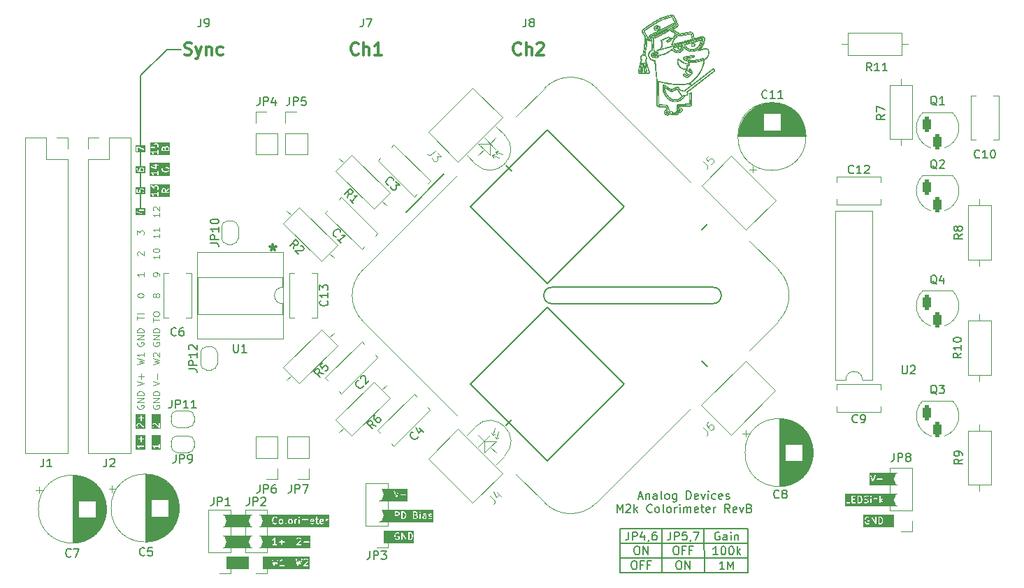
<source format=gto>
G04 #@! TF.GenerationSoftware,KiCad,Pcbnew,7.0.6*
G04 #@! TF.CreationDate,2024-05-07T04:30:38+03:00*
G04 #@! TF.ProjectId,board-main,626f6172-642d-46d6-9169-6e2e6b696361,rev?*
G04 #@! TF.SameCoordinates,Original*
G04 #@! TF.FileFunction,Legend,Top*
G04 #@! TF.FilePolarity,Positive*
%FSLAX46Y46*%
G04 Gerber Fmt 4.6, Leading zero omitted, Abs format (unit mm)*
G04 Created by KiCad (PCBNEW 7.0.6) date 2024-05-07 04:30:38*
%MOMM*%
%LPD*%
G01*
G04 APERTURE LIST*
G04 Aperture macros list*
%AMRoundRect*
0 Rectangle with rounded corners*
0 $1 Rounding radius*
0 $2 $3 $4 $5 $6 $7 $8 $9 X,Y pos of 4 corners*
0 Add a 4 corners polygon primitive as box body*
4,1,4,$2,$3,$4,$5,$6,$7,$8,$9,$2,$3,0*
0 Add four circle primitives for the rounded corners*
1,1,$1+$1,$2,$3*
1,1,$1+$1,$4,$5*
1,1,$1+$1,$6,$7*
1,1,$1+$1,$8,$9*
0 Add four rect primitives between the rounded corners*
20,1,$1+$1,$2,$3,$4,$5,0*
20,1,$1+$1,$4,$5,$6,$7,0*
20,1,$1+$1,$6,$7,$8,$9,0*
20,1,$1+$1,$8,$9,$2,$3,0*%
%AMHorizOval*
0 Thick line with rounded ends*
0 $1 width*
0 $2 $3 position (X,Y) of the first rounded end (center of the circle)*
0 $4 $5 position (X,Y) of the second rounded end (center of the circle)*
0 Add line between two ends*
20,1,$1,$2,$3,$4,$5,0*
0 Add two circle primitives to create the rounded ends*
1,1,$1,$2,$3*
1,1,$1,$4,$5*%
%AMFreePoly0*
4,1,19,0.500000,-0.750000,0.000000,-0.750000,0.000000,-0.744911,-0.071157,-0.744911,-0.207708,-0.704816,-0.327430,-0.627875,-0.420627,-0.520320,-0.479746,-0.390866,-0.500000,-0.250000,-0.500000,0.250000,-0.479746,0.390866,-0.420627,0.520320,-0.327430,0.627875,-0.207708,0.704816,-0.071157,0.744911,0.000000,0.744911,0.000000,0.750000,0.500000,0.750000,0.500000,-0.750000,0.500000,-0.750000,
$1*%
%AMFreePoly1*
4,1,19,0.000000,0.744911,0.071157,0.744911,0.207708,0.704816,0.327430,0.627875,0.420627,0.520320,0.479746,0.390866,0.500000,0.250000,0.500000,-0.250000,0.479746,-0.390866,0.420627,-0.520320,0.327430,-0.627875,0.207708,-0.704816,0.071157,-0.744911,0.000000,-0.744911,0.000000,-0.750000,-0.500000,-0.750000,-0.500000,0.750000,0.000000,0.750000,0.000000,0.744911,0.000000,0.744911,
$1*%
G04 Aperture macros list end*
%ADD10C,0.150000*%
%ADD11C,0.125000*%
%ADD12C,0.187500*%
%ADD13C,0.300000*%
%ADD14C,0.100000*%
%ADD15C,0.120000*%
%ADD16C,0.200000*%
%ADD17C,1.600000*%
%ADD18R,1.600000X1.600000*%
%ADD19R,1.600000X2.400000*%
%ADD20O,1.600000X2.400000*%
%ADD21HorizOval,1.600000X0.000000X0.000000X0.000000X0.000000X0*%
%ADD22R,1.700000X1.700000*%
%ADD23O,1.700000X1.700000*%
%ADD24C,1.700000*%
%ADD25C,4.000000*%
%ADD26R,2.400000X1.600000*%
%ADD27O,2.400000X1.600000*%
%ADD28O,1.600000X1.600000*%
%ADD29R,1.100000X1.800000*%
%ADD30RoundRect,0.275000X0.275000X0.625000X-0.275000X0.625000X-0.275000X-0.625000X0.275000X-0.625000X0*%
%ADD31FreePoly0,180.000000*%
%ADD32FreePoly1,180.000000*%
%ADD33HorizOval,1.600000X0.000000X0.000000X0.000000X0.000000X0*%
%ADD34FreePoly0,90.000000*%
%ADD35FreePoly1,90.000000*%
%ADD36FreePoly0,270.000000*%
%ADD37FreePoly1,270.000000*%
%ADD38R,1.500000X5.080000*%
G04 APERTURE END LIST*
D10*
X105080000Y-110820000D02*
X120510500Y-110820000D01*
X120510500Y-116132000D01*
X105080000Y-116132000D01*
X105080000Y-110820000D01*
X46990000Y-64336840D02*
X46990000Y-55880000D01*
X105080000Y-114354000D02*
X120510500Y-114354000D01*
X110160000Y-110820000D02*
X110160500Y-116100000D01*
X46990000Y-55880000D02*
X50165000Y-52705000D01*
X115240000Y-110820000D02*
X115260500Y-116100000D01*
X46989213Y-69407790D02*
X46988113Y-67692282D01*
X105080000Y-112576000D02*
X120510500Y-112576000D01*
X46985538Y-70229873D02*
X46981212Y-72001293D01*
X50165000Y-52705000D02*
X51879588Y-52703417D01*
X46978175Y-66942010D02*
X46988113Y-65160736D01*
X79111703Y-72436977D02*
X83706315Y-67839155D01*
D11*
G36*
X67415215Y-115742047D02*
G01*
X56166402Y-115742047D01*
X56166402Y-115565261D01*
X56280688Y-115565261D01*
X56298994Y-115609455D01*
X56343188Y-115627761D01*
X56387382Y-115609455D01*
X56405688Y-115565261D01*
X56405688Y-114513071D01*
X62872866Y-114513071D01*
X63063342Y-115313071D01*
X63068821Y-115320642D01*
X63070053Y-115329910D01*
X63082326Y-115339304D01*
X63091386Y-115351823D01*
X63100613Y-115353302D01*
X63108038Y-115358985D01*
X63123360Y-115356948D01*
X63138618Y-115359395D01*
X63146189Y-115353915D01*
X63155457Y-115352684D01*
X63164851Y-115340410D01*
X63177370Y-115331351D01*
X63178849Y-115322123D01*
X63184532Y-115314699D01*
X63276522Y-114969732D01*
X63368514Y-115314699D01*
X63374196Y-115322123D01*
X63375676Y-115331351D01*
X63388194Y-115340410D01*
X63397589Y-115352684D01*
X63406856Y-115353915D01*
X63414428Y-115359395D01*
X63429685Y-115356948D01*
X63445008Y-115358985D01*
X63452432Y-115353302D01*
X63461660Y-115351823D01*
X63470719Y-115339304D01*
X63482993Y-115329910D01*
X63484224Y-115320642D01*
X63489704Y-115313071D01*
X63493151Y-115298595D01*
X63823547Y-115298595D01*
X63841853Y-115342789D01*
X63886047Y-115361095D01*
X64114619Y-115361095D01*
X64343190Y-115361095D01*
X64387384Y-115342789D01*
X64405690Y-115298595D01*
X64387384Y-115254401D01*
X64343190Y-115236095D01*
X64177119Y-115236095D01*
X64177119Y-114513071D01*
X65768105Y-114513071D01*
X65958581Y-115313071D01*
X65964060Y-115320642D01*
X65965292Y-115329910D01*
X65977565Y-115339304D01*
X65986625Y-115351823D01*
X65995852Y-115353302D01*
X66003277Y-115358985D01*
X66018599Y-115356948D01*
X66033857Y-115359395D01*
X66041428Y-115353915D01*
X66050696Y-115352684D01*
X66060090Y-115340410D01*
X66072609Y-115331351D01*
X66074088Y-115322123D01*
X66079771Y-115314699D01*
X66171761Y-114969732D01*
X66263753Y-115314699D01*
X66269435Y-115322123D01*
X66270915Y-115331351D01*
X66283433Y-115340410D01*
X66292828Y-115352684D01*
X66302095Y-115353915D01*
X66309667Y-115359395D01*
X66324924Y-115356948D01*
X66340247Y-115358985D01*
X66347671Y-115353302D01*
X66356899Y-115351823D01*
X66365958Y-115339304D01*
X66378232Y-115329910D01*
X66379463Y-115320642D01*
X66384943Y-115313071D01*
X66388390Y-115298595D01*
X66680691Y-115298595D01*
X66698997Y-115342789D01*
X66743191Y-115361095D01*
X67238429Y-115361095D01*
X67282623Y-115342789D01*
X67300929Y-115298595D01*
X67282623Y-115254401D01*
X67238429Y-115236095D01*
X66894079Y-115236095D01*
X67244528Y-114885646D01*
X67250094Y-114872206D01*
X67259627Y-114861216D01*
X67297722Y-114746930D01*
X67296992Y-114736669D01*
X67300929Y-114727166D01*
X67300929Y-114650976D01*
X67295361Y-114637535D01*
X67294331Y-114623026D01*
X67256236Y-114546834D01*
X67248464Y-114540094D01*
X67244528Y-114530590D01*
X67206433Y-114492496D01*
X67196930Y-114488559D01*
X67190190Y-114480788D01*
X67113999Y-114442693D01*
X67099487Y-114441662D01*
X67086048Y-114436095D01*
X66895572Y-114436095D01*
X66882132Y-114441662D01*
X66867621Y-114442693D01*
X66791431Y-114480788D01*
X66784691Y-114488558D01*
X66775188Y-114492495D01*
X66737092Y-114530590D01*
X66718786Y-114574784D01*
X66737091Y-114618979D01*
X66781285Y-114637285D01*
X66825480Y-114618980D01*
X66856402Y-114588057D01*
X66910327Y-114561095D01*
X67071293Y-114561095D01*
X67125216Y-114588056D01*
X67148967Y-114611807D01*
X67175929Y-114665730D01*
X67175929Y-114717023D01*
X67145706Y-114807691D01*
X66698996Y-115254401D01*
X66698997Y-115254401D01*
X66680691Y-115298595D01*
X66388390Y-115298595D01*
X66575420Y-114513072D01*
X66567848Y-114465839D01*
X66529096Y-114437795D01*
X66481864Y-114445367D01*
X66453820Y-114484119D01*
X66320712Y-115043166D01*
X66232152Y-114711062D01*
X66226973Y-114704296D01*
X66225851Y-114695851D01*
X66212951Y-114685976D01*
X66203077Y-114673077D01*
X66194631Y-114671954D01*
X66187866Y-114666776D01*
X66171762Y-114668915D01*
X66155658Y-114666776D01*
X66148892Y-114671954D01*
X66140447Y-114673077D01*
X66130572Y-114685976D01*
X66117673Y-114695851D01*
X66116550Y-114704296D01*
X66111372Y-114711062D01*
X66022811Y-115043165D01*
X65889705Y-114484119D01*
X65861661Y-114445367D01*
X65814429Y-114437795D01*
X65775677Y-114465839D01*
X65768105Y-114513071D01*
X64177119Y-114513071D01*
X64177119Y-114498595D01*
X64174656Y-114492649D01*
X64175905Y-114486338D01*
X64165778Y-114471215D01*
X64158813Y-114454401D01*
X64152868Y-114451938D01*
X64149288Y-114446592D01*
X64131433Y-114443060D01*
X64114619Y-114436095D01*
X64108673Y-114438557D01*
X64102362Y-114437309D01*
X64087239Y-114447435D01*
X64070425Y-114454401D01*
X64067962Y-114460345D01*
X64062616Y-114463926D01*
X63989857Y-114573063D01*
X63925216Y-114637704D01*
X63858096Y-114671264D01*
X63826755Y-114707402D01*
X63830145Y-114755117D01*
X63866283Y-114786458D01*
X63913998Y-114783068D01*
X63990189Y-114744973D01*
X63996929Y-114737201D01*
X64006432Y-114733265D01*
X64052118Y-114687577D01*
X64052119Y-115236095D01*
X63886047Y-115236095D01*
X63841853Y-115254401D01*
X63823547Y-115298595D01*
X63493151Y-115298595D01*
X63680181Y-114513072D01*
X63672609Y-114465839D01*
X63633857Y-114437795D01*
X63586625Y-114445367D01*
X63558581Y-114484119D01*
X63425473Y-115043166D01*
X63336913Y-114711062D01*
X63331734Y-114704296D01*
X63330612Y-114695851D01*
X63317712Y-114685976D01*
X63307838Y-114673077D01*
X63299392Y-114671954D01*
X63292627Y-114666776D01*
X63276523Y-114668915D01*
X63260419Y-114666776D01*
X63253653Y-114671954D01*
X63245208Y-114673077D01*
X63235333Y-114685976D01*
X63222434Y-114695851D01*
X63221311Y-114704296D01*
X63216133Y-114711062D01*
X63127572Y-115043165D01*
X62994466Y-114484119D01*
X62966422Y-114445367D01*
X62919190Y-114437795D01*
X62880438Y-114465839D01*
X62872866Y-114513071D01*
X56405688Y-114513071D01*
X56405688Y-114422404D01*
X56387382Y-114378210D01*
X56343188Y-114359904D01*
X56298994Y-114378210D01*
X56280688Y-114422404D01*
X56280688Y-115565261D01*
X56166402Y-115565261D01*
X56166402Y-114245618D01*
X67415215Y-114245618D01*
X67415215Y-115742047D01*
G37*
G36*
X47530381Y-72795357D02*
G01*
X46341921Y-72795357D01*
X46341921Y-72408330D01*
X46456207Y-72408330D01*
X46459598Y-72456045D01*
X46495736Y-72487387D01*
X47067163Y-72677864D01*
X47077424Y-72677134D01*
X47086928Y-72681071D01*
X47100369Y-72675503D01*
X47114878Y-72674472D01*
X47121616Y-72666702D01*
X47131122Y-72662765D01*
X47136689Y-72649323D01*
X47146220Y-72638335D01*
X47145490Y-72628075D01*
X47149428Y-72618571D01*
X47149428Y-72300118D01*
X47353595Y-72300118D01*
X47397789Y-72281812D01*
X47416095Y-72237618D01*
X47397789Y-72193424D01*
X47353595Y-72175118D01*
X47149428Y-72175118D01*
X47149428Y-72123332D01*
X47131122Y-72079138D01*
X47086928Y-72060832D01*
X47042734Y-72079138D01*
X47024428Y-72123332D01*
X47024428Y-72175118D01*
X46820261Y-72175118D01*
X46776067Y-72193424D01*
X46757761Y-72237618D01*
X46776067Y-72281812D01*
X46820261Y-72300118D01*
X47024428Y-72300118D01*
X47024428Y-72531856D01*
X46535264Y-72368801D01*
X46487549Y-72372192D01*
X46456207Y-72408330D01*
X46341921Y-72408330D01*
X46341921Y-71946546D01*
X47530381Y-71946546D01*
X47530381Y-72795357D01*
G37*
D10*
X106072381Y-111213819D02*
X106072381Y-111928104D01*
X106072381Y-111928104D02*
X106024762Y-112070961D01*
X106024762Y-112070961D02*
X105929524Y-112166200D01*
X105929524Y-112166200D02*
X105786667Y-112213819D01*
X105786667Y-112213819D02*
X105691429Y-112213819D01*
X106548572Y-112213819D02*
X106548572Y-111213819D01*
X106548572Y-111213819D02*
X106929524Y-111213819D01*
X106929524Y-111213819D02*
X107024762Y-111261438D01*
X107024762Y-111261438D02*
X107072381Y-111309057D01*
X107072381Y-111309057D02*
X107120000Y-111404295D01*
X107120000Y-111404295D02*
X107120000Y-111547152D01*
X107120000Y-111547152D02*
X107072381Y-111642390D01*
X107072381Y-111642390D02*
X107024762Y-111690009D01*
X107024762Y-111690009D02*
X106929524Y-111737628D01*
X106929524Y-111737628D02*
X106548572Y-111737628D01*
X107977143Y-111547152D02*
X107977143Y-112213819D01*
X107739048Y-111166200D02*
X107500953Y-111880485D01*
X107500953Y-111880485D02*
X108120000Y-111880485D01*
X108548572Y-112166200D02*
X108548572Y-112213819D01*
X108548572Y-112213819D02*
X108500953Y-112309057D01*
X108500953Y-112309057D02*
X108453334Y-112356676D01*
X109405714Y-111213819D02*
X109215238Y-111213819D01*
X109215238Y-111213819D02*
X109120000Y-111261438D01*
X109120000Y-111261438D02*
X109072381Y-111309057D01*
X109072381Y-111309057D02*
X108977143Y-111451914D01*
X108977143Y-111451914D02*
X108929524Y-111642390D01*
X108929524Y-111642390D02*
X108929524Y-112023342D01*
X108929524Y-112023342D02*
X108977143Y-112118580D01*
X108977143Y-112118580D02*
X109024762Y-112166200D01*
X109024762Y-112166200D02*
X109120000Y-112213819D01*
X109120000Y-112213819D02*
X109310476Y-112213819D01*
X109310476Y-112213819D02*
X109405714Y-112166200D01*
X109405714Y-112166200D02*
X109453333Y-112118580D01*
X109453333Y-112118580D02*
X109500952Y-112023342D01*
X109500952Y-112023342D02*
X109500952Y-111785247D01*
X109500952Y-111785247D02*
X109453333Y-111690009D01*
X109453333Y-111690009D02*
X109405714Y-111642390D01*
X109405714Y-111642390D02*
X109310476Y-111594771D01*
X109310476Y-111594771D02*
X109120000Y-111594771D01*
X109120000Y-111594771D02*
X109024762Y-111642390D01*
X109024762Y-111642390D02*
X108977143Y-111690009D01*
X108977143Y-111690009D02*
X108929524Y-111785247D01*
D11*
X46553595Y-90893809D02*
X47353595Y-90703333D01*
X47353595Y-90703333D02*
X46782166Y-90550952D01*
X46782166Y-90550952D02*
X47353595Y-90398571D01*
X47353595Y-90398571D02*
X46553595Y-90208095D01*
X47353595Y-89484285D02*
X47353595Y-89941428D01*
X47353595Y-89712856D02*
X46553595Y-89712856D01*
X46553595Y-89712856D02*
X46667880Y-89789047D01*
X46667880Y-89789047D02*
X46744071Y-89865237D01*
X46744071Y-89865237D02*
X46782166Y-89941428D01*
D12*
X107299999Y-106972154D02*
X107776189Y-106972154D01*
X107204761Y-107257869D02*
X107538094Y-106257869D01*
X107538094Y-106257869D02*
X107871427Y-107257869D01*
X108204761Y-106591202D02*
X108204761Y-107257869D01*
X108204761Y-106686440D02*
X108252380Y-106638821D01*
X108252380Y-106638821D02*
X108347618Y-106591202D01*
X108347618Y-106591202D02*
X108490475Y-106591202D01*
X108490475Y-106591202D02*
X108585713Y-106638821D01*
X108585713Y-106638821D02*
X108633332Y-106734059D01*
X108633332Y-106734059D02*
X108633332Y-107257869D01*
X109538094Y-107257869D02*
X109538094Y-106734059D01*
X109538094Y-106734059D02*
X109490475Y-106638821D01*
X109490475Y-106638821D02*
X109395237Y-106591202D01*
X109395237Y-106591202D02*
X109204761Y-106591202D01*
X109204761Y-106591202D02*
X109109523Y-106638821D01*
X109538094Y-107210250D02*
X109442856Y-107257869D01*
X109442856Y-107257869D02*
X109204761Y-107257869D01*
X109204761Y-107257869D02*
X109109523Y-107210250D01*
X109109523Y-107210250D02*
X109061904Y-107115011D01*
X109061904Y-107115011D02*
X109061904Y-107019773D01*
X109061904Y-107019773D02*
X109109523Y-106924535D01*
X109109523Y-106924535D02*
X109204761Y-106876916D01*
X109204761Y-106876916D02*
X109442856Y-106876916D01*
X109442856Y-106876916D02*
X109538094Y-106829297D01*
X110157142Y-107257869D02*
X110061904Y-107210250D01*
X110061904Y-107210250D02*
X110014285Y-107115011D01*
X110014285Y-107115011D02*
X110014285Y-106257869D01*
X110680952Y-107257869D02*
X110585714Y-107210250D01*
X110585714Y-107210250D02*
X110538095Y-107162630D01*
X110538095Y-107162630D02*
X110490476Y-107067392D01*
X110490476Y-107067392D02*
X110490476Y-106781678D01*
X110490476Y-106781678D02*
X110538095Y-106686440D01*
X110538095Y-106686440D02*
X110585714Y-106638821D01*
X110585714Y-106638821D02*
X110680952Y-106591202D01*
X110680952Y-106591202D02*
X110823809Y-106591202D01*
X110823809Y-106591202D02*
X110919047Y-106638821D01*
X110919047Y-106638821D02*
X110966666Y-106686440D01*
X110966666Y-106686440D02*
X111014285Y-106781678D01*
X111014285Y-106781678D02*
X111014285Y-107067392D01*
X111014285Y-107067392D02*
X110966666Y-107162630D01*
X110966666Y-107162630D02*
X110919047Y-107210250D01*
X110919047Y-107210250D02*
X110823809Y-107257869D01*
X110823809Y-107257869D02*
X110680952Y-107257869D01*
X111871428Y-106591202D02*
X111871428Y-107400726D01*
X111871428Y-107400726D02*
X111823809Y-107495964D01*
X111823809Y-107495964D02*
X111776190Y-107543583D01*
X111776190Y-107543583D02*
X111680952Y-107591202D01*
X111680952Y-107591202D02*
X111538095Y-107591202D01*
X111538095Y-107591202D02*
X111442857Y-107543583D01*
X111871428Y-107210250D02*
X111776190Y-107257869D01*
X111776190Y-107257869D02*
X111585714Y-107257869D01*
X111585714Y-107257869D02*
X111490476Y-107210250D01*
X111490476Y-107210250D02*
X111442857Y-107162630D01*
X111442857Y-107162630D02*
X111395238Y-107067392D01*
X111395238Y-107067392D02*
X111395238Y-106781678D01*
X111395238Y-106781678D02*
X111442857Y-106686440D01*
X111442857Y-106686440D02*
X111490476Y-106638821D01*
X111490476Y-106638821D02*
X111585714Y-106591202D01*
X111585714Y-106591202D02*
X111776190Y-106591202D01*
X111776190Y-106591202D02*
X111871428Y-106638821D01*
X113109524Y-107257869D02*
X113109524Y-106257869D01*
X113109524Y-106257869D02*
X113347619Y-106257869D01*
X113347619Y-106257869D02*
X113490476Y-106305488D01*
X113490476Y-106305488D02*
X113585714Y-106400726D01*
X113585714Y-106400726D02*
X113633333Y-106495964D01*
X113633333Y-106495964D02*
X113680952Y-106686440D01*
X113680952Y-106686440D02*
X113680952Y-106829297D01*
X113680952Y-106829297D02*
X113633333Y-107019773D01*
X113633333Y-107019773D02*
X113585714Y-107115011D01*
X113585714Y-107115011D02*
X113490476Y-107210250D01*
X113490476Y-107210250D02*
X113347619Y-107257869D01*
X113347619Y-107257869D02*
X113109524Y-107257869D01*
X114490476Y-107210250D02*
X114395238Y-107257869D01*
X114395238Y-107257869D02*
X114204762Y-107257869D01*
X114204762Y-107257869D02*
X114109524Y-107210250D01*
X114109524Y-107210250D02*
X114061905Y-107115011D01*
X114061905Y-107115011D02*
X114061905Y-106734059D01*
X114061905Y-106734059D02*
X114109524Y-106638821D01*
X114109524Y-106638821D02*
X114204762Y-106591202D01*
X114204762Y-106591202D02*
X114395238Y-106591202D01*
X114395238Y-106591202D02*
X114490476Y-106638821D01*
X114490476Y-106638821D02*
X114538095Y-106734059D01*
X114538095Y-106734059D02*
X114538095Y-106829297D01*
X114538095Y-106829297D02*
X114061905Y-106924535D01*
X114871429Y-106591202D02*
X115109524Y-107257869D01*
X115109524Y-107257869D02*
X115347619Y-106591202D01*
X115728572Y-107257869D02*
X115728572Y-106591202D01*
X115728572Y-106257869D02*
X115680953Y-106305488D01*
X115680953Y-106305488D02*
X115728572Y-106353107D01*
X115728572Y-106353107D02*
X115776191Y-106305488D01*
X115776191Y-106305488D02*
X115728572Y-106257869D01*
X115728572Y-106257869D02*
X115728572Y-106353107D01*
X116633333Y-107210250D02*
X116538095Y-107257869D01*
X116538095Y-107257869D02*
X116347619Y-107257869D01*
X116347619Y-107257869D02*
X116252381Y-107210250D01*
X116252381Y-107210250D02*
X116204762Y-107162630D01*
X116204762Y-107162630D02*
X116157143Y-107067392D01*
X116157143Y-107067392D02*
X116157143Y-106781678D01*
X116157143Y-106781678D02*
X116204762Y-106686440D01*
X116204762Y-106686440D02*
X116252381Y-106638821D01*
X116252381Y-106638821D02*
X116347619Y-106591202D01*
X116347619Y-106591202D02*
X116538095Y-106591202D01*
X116538095Y-106591202D02*
X116633333Y-106638821D01*
X117442857Y-107210250D02*
X117347619Y-107257869D01*
X117347619Y-107257869D02*
X117157143Y-107257869D01*
X117157143Y-107257869D02*
X117061905Y-107210250D01*
X117061905Y-107210250D02*
X117014286Y-107115011D01*
X117014286Y-107115011D02*
X117014286Y-106734059D01*
X117014286Y-106734059D02*
X117061905Y-106638821D01*
X117061905Y-106638821D02*
X117157143Y-106591202D01*
X117157143Y-106591202D02*
X117347619Y-106591202D01*
X117347619Y-106591202D02*
X117442857Y-106638821D01*
X117442857Y-106638821D02*
X117490476Y-106734059D01*
X117490476Y-106734059D02*
X117490476Y-106829297D01*
X117490476Y-106829297D02*
X117014286Y-106924535D01*
X117871429Y-107210250D02*
X117966667Y-107257869D01*
X117966667Y-107257869D02*
X118157143Y-107257869D01*
X118157143Y-107257869D02*
X118252381Y-107210250D01*
X118252381Y-107210250D02*
X118300000Y-107115011D01*
X118300000Y-107115011D02*
X118300000Y-107067392D01*
X118300000Y-107067392D02*
X118252381Y-106972154D01*
X118252381Y-106972154D02*
X118157143Y-106924535D01*
X118157143Y-106924535D02*
X118014286Y-106924535D01*
X118014286Y-106924535D02*
X117919048Y-106876916D01*
X117919048Y-106876916D02*
X117871429Y-106781678D01*
X117871429Y-106781678D02*
X117871429Y-106734059D01*
X117871429Y-106734059D02*
X117919048Y-106638821D01*
X117919048Y-106638821D02*
X118014286Y-106591202D01*
X118014286Y-106591202D02*
X118157143Y-106591202D01*
X118157143Y-106591202D02*
X118252381Y-106638821D01*
X104680951Y-108867869D02*
X104680951Y-107867869D01*
X104680951Y-107867869D02*
X105014284Y-108582154D01*
X105014284Y-108582154D02*
X105347617Y-107867869D01*
X105347617Y-107867869D02*
X105347617Y-108867869D01*
X105776189Y-107963107D02*
X105823808Y-107915488D01*
X105823808Y-107915488D02*
X105919046Y-107867869D01*
X105919046Y-107867869D02*
X106157141Y-107867869D01*
X106157141Y-107867869D02*
X106252379Y-107915488D01*
X106252379Y-107915488D02*
X106299998Y-107963107D01*
X106299998Y-107963107D02*
X106347617Y-108058345D01*
X106347617Y-108058345D02*
X106347617Y-108153583D01*
X106347617Y-108153583D02*
X106299998Y-108296440D01*
X106299998Y-108296440D02*
X105728570Y-108867869D01*
X105728570Y-108867869D02*
X106347617Y-108867869D01*
X106776189Y-108867869D02*
X106776189Y-107867869D01*
X106871427Y-108486916D02*
X107157141Y-108867869D01*
X107157141Y-108201202D02*
X106776189Y-108582154D01*
X108919046Y-108772630D02*
X108871427Y-108820250D01*
X108871427Y-108820250D02*
X108728570Y-108867869D01*
X108728570Y-108867869D02*
X108633332Y-108867869D01*
X108633332Y-108867869D02*
X108490475Y-108820250D01*
X108490475Y-108820250D02*
X108395237Y-108725011D01*
X108395237Y-108725011D02*
X108347618Y-108629773D01*
X108347618Y-108629773D02*
X108299999Y-108439297D01*
X108299999Y-108439297D02*
X108299999Y-108296440D01*
X108299999Y-108296440D02*
X108347618Y-108105964D01*
X108347618Y-108105964D02*
X108395237Y-108010726D01*
X108395237Y-108010726D02*
X108490475Y-107915488D01*
X108490475Y-107915488D02*
X108633332Y-107867869D01*
X108633332Y-107867869D02*
X108728570Y-107867869D01*
X108728570Y-107867869D02*
X108871427Y-107915488D01*
X108871427Y-107915488D02*
X108919046Y-107963107D01*
X109490475Y-108867869D02*
X109395237Y-108820250D01*
X109395237Y-108820250D02*
X109347618Y-108772630D01*
X109347618Y-108772630D02*
X109299999Y-108677392D01*
X109299999Y-108677392D02*
X109299999Y-108391678D01*
X109299999Y-108391678D02*
X109347618Y-108296440D01*
X109347618Y-108296440D02*
X109395237Y-108248821D01*
X109395237Y-108248821D02*
X109490475Y-108201202D01*
X109490475Y-108201202D02*
X109633332Y-108201202D01*
X109633332Y-108201202D02*
X109728570Y-108248821D01*
X109728570Y-108248821D02*
X109776189Y-108296440D01*
X109776189Y-108296440D02*
X109823808Y-108391678D01*
X109823808Y-108391678D02*
X109823808Y-108677392D01*
X109823808Y-108677392D02*
X109776189Y-108772630D01*
X109776189Y-108772630D02*
X109728570Y-108820250D01*
X109728570Y-108820250D02*
X109633332Y-108867869D01*
X109633332Y-108867869D02*
X109490475Y-108867869D01*
X110395237Y-108867869D02*
X110299999Y-108820250D01*
X110299999Y-108820250D02*
X110252380Y-108725011D01*
X110252380Y-108725011D02*
X110252380Y-107867869D01*
X110919047Y-108867869D02*
X110823809Y-108820250D01*
X110823809Y-108820250D02*
X110776190Y-108772630D01*
X110776190Y-108772630D02*
X110728571Y-108677392D01*
X110728571Y-108677392D02*
X110728571Y-108391678D01*
X110728571Y-108391678D02*
X110776190Y-108296440D01*
X110776190Y-108296440D02*
X110823809Y-108248821D01*
X110823809Y-108248821D02*
X110919047Y-108201202D01*
X110919047Y-108201202D02*
X111061904Y-108201202D01*
X111061904Y-108201202D02*
X111157142Y-108248821D01*
X111157142Y-108248821D02*
X111204761Y-108296440D01*
X111204761Y-108296440D02*
X111252380Y-108391678D01*
X111252380Y-108391678D02*
X111252380Y-108677392D01*
X111252380Y-108677392D02*
X111204761Y-108772630D01*
X111204761Y-108772630D02*
X111157142Y-108820250D01*
X111157142Y-108820250D02*
X111061904Y-108867869D01*
X111061904Y-108867869D02*
X110919047Y-108867869D01*
X111680952Y-108867869D02*
X111680952Y-108201202D01*
X111680952Y-108391678D02*
X111728571Y-108296440D01*
X111728571Y-108296440D02*
X111776190Y-108248821D01*
X111776190Y-108248821D02*
X111871428Y-108201202D01*
X111871428Y-108201202D02*
X111966666Y-108201202D01*
X112300000Y-108867869D02*
X112300000Y-108201202D01*
X112300000Y-107867869D02*
X112252381Y-107915488D01*
X112252381Y-107915488D02*
X112300000Y-107963107D01*
X112300000Y-107963107D02*
X112347619Y-107915488D01*
X112347619Y-107915488D02*
X112300000Y-107867869D01*
X112300000Y-107867869D02*
X112300000Y-107963107D01*
X112776190Y-108867869D02*
X112776190Y-108201202D01*
X112776190Y-108296440D02*
X112823809Y-108248821D01*
X112823809Y-108248821D02*
X112919047Y-108201202D01*
X112919047Y-108201202D02*
X113061904Y-108201202D01*
X113061904Y-108201202D02*
X113157142Y-108248821D01*
X113157142Y-108248821D02*
X113204761Y-108344059D01*
X113204761Y-108344059D02*
X113204761Y-108867869D01*
X113204761Y-108344059D02*
X113252380Y-108248821D01*
X113252380Y-108248821D02*
X113347618Y-108201202D01*
X113347618Y-108201202D02*
X113490475Y-108201202D01*
X113490475Y-108201202D02*
X113585714Y-108248821D01*
X113585714Y-108248821D02*
X113633333Y-108344059D01*
X113633333Y-108344059D02*
X113633333Y-108867869D01*
X114490475Y-108820250D02*
X114395237Y-108867869D01*
X114395237Y-108867869D02*
X114204761Y-108867869D01*
X114204761Y-108867869D02*
X114109523Y-108820250D01*
X114109523Y-108820250D02*
X114061904Y-108725011D01*
X114061904Y-108725011D02*
X114061904Y-108344059D01*
X114061904Y-108344059D02*
X114109523Y-108248821D01*
X114109523Y-108248821D02*
X114204761Y-108201202D01*
X114204761Y-108201202D02*
X114395237Y-108201202D01*
X114395237Y-108201202D02*
X114490475Y-108248821D01*
X114490475Y-108248821D02*
X114538094Y-108344059D01*
X114538094Y-108344059D02*
X114538094Y-108439297D01*
X114538094Y-108439297D02*
X114061904Y-108534535D01*
X114823809Y-108201202D02*
X115204761Y-108201202D01*
X114966666Y-107867869D02*
X114966666Y-108725011D01*
X114966666Y-108725011D02*
X115014285Y-108820250D01*
X115014285Y-108820250D02*
X115109523Y-108867869D01*
X115109523Y-108867869D02*
X115204761Y-108867869D01*
X115919047Y-108820250D02*
X115823809Y-108867869D01*
X115823809Y-108867869D02*
X115633333Y-108867869D01*
X115633333Y-108867869D02*
X115538095Y-108820250D01*
X115538095Y-108820250D02*
X115490476Y-108725011D01*
X115490476Y-108725011D02*
X115490476Y-108344059D01*
X115490476Y-108344059D02*
X115538095Y-108248821D01*
X115538095Y-108248821D02*
X115633333Y-108201202D01*
X115633333Y-108201202D02*
X115823809Y-108201202D01*
X115823809Y-108201202D02*
X115919047Y-108248821D01*
X115919047Y-108248821D02*
X115966666Y-108344059D01*
X115966666Y-108344059D02*
X115966666Y-108439297D01*
X115966666Y-108439297D02*
X115490476Y-108534535D01*
X116395238Y-108867869D02*
X116395238Y-108201202D01*
X116395238Y-108391678D02*
X116442857Y-108296440D01*
X116442857Y-108296440D02*
X116490476Y-108248821D01*
X116490476Y-108248821D02*
X116585714Y-108201202D01*
X116585714Y-108201202D02*
X116680952Y-108201202D01*
X118347619Y-108867869D02*
X118014286Y-108391678D01*
X117776191Y-108867869D02*
X117776191Y-107867869D01*
X117776191Y-107867869D02*
X118157143Y-107867869D01*
X118157143Y-107867869D02*
X118252381Y-107915488D01*
X118252381Y-107915488D02*
X118300000Y-107963107D01*
X118300000Y-107963107D02*
X118347619Y-108058345D01*
X118347619Y-108058345D02*
X118347619Y-108201202D01*
X118347619Y-108201202D02*
X118300000Y-108296440D01*
X118300000Y-108296440D02*
X118252381Y-108344059D01*
X118252381Y-108344059D02*
X118157143Y-108391678D01*
X118157143Y-108391678D02*
X117776191Y-108391678D01*
X119157143Y-108820250D02*
X119061905Y-108867869D01*
X119061905Y-108867869D02*
X118871429Y-108867869D01*
X118871429Y-108867869D02*
X118776191Y-108820250D01*
X118776191Y-108820250D02*
X118728572Y-108725011D01*
X118728572Y-108725011D02*
X118728572Y-108344059D01*
X118728572Y-108344059D02*
X118776191Y-108248821D01*
X118776191Y-108248821D02*
X118871429Y-108201202D01*
X118871429Y-108201202D02*
X119061905Y-108201202D01*
X119061905Y-108201202D02*
X119157143Y-108248821D01*
X119157143Y-108248821D02*
X119204762Y-108344059D01*
X119204762Y-108344059D02*
X119204762Y-108439297D01*
X119204762Y-108439297D02*
X118728572Y-108534535D01*
X119538096Y-108201202D02*
X119776191Y-108867869D01*
X119776191Y-108867869D02*
X120014286Y-108201202D01*
X120728572Y-108344059D02*
X120871429Y-108391678D01*
X120871429Y-108391678D02*
X120919048Y-108439297D01*
X120919048Y-108439297D02*
X120966667Y-108534535D01*
X120966667Y-108534535D02*
X120966667Y-108677392D01*
X120966667Y-108677392D02*
X120919048Y-108772630D01*
X120919048Y-108772630D02*
X120871429Y-108820250D01*
X120871429Y-108820250D02*
X120776191Y-108867869D01*
X120776191Y-108867869D02*
X120395239Y-108867869D01*
X120395239Y-108867869D02*
X120395239Y-107867869D01*
X120395239Y-107867869D02*
X120728572Y-107867869D01*
X120728572Y-107867869D02*
X120823810Y-107915488D01*
X120823810Y-107915488D02*
X120871429Y-107963107D01*
X120871429Y-107963107D02*
X120919048Y-108058345D01*
X120919048Y-108058345D02*
X120919048Y-108153583D01*
X120919048Y-108153583D02*
X120871429Y-108248821D01*
X120871429Y-108248821D02*
X120823810Y-108296440D01*
X120823810Y-108296440D02*
X120728572Y-108344059D01*
X120728572Y-108344059D02*
X120395239Y-108344059D01*
D11*
X49258595Y-75082381D02*
X49258595Y-75539524D01*
X49258595Y-75310952D02*
X48458595Y-75310952D01*
X48458595Y-75310952D02*
X48572880Y-75387143D01*
X48572880Y-75387143D02*
X48649071Y-75463333D01*
X48649071Y-75463333D02*
X48687166Y-75539524D01*
X49258595Y-74320476D02*
X49258595Y-74777619D01*
X49258595Y-74549047D02*
X48458595Y-74549047D01*
X48458595Y-74549047D02*
X48572880Y-74625238D01*
X48572880Y-74625238D02*
X48649071Y-74701428D01*
X48649071Y-74701428D02*
X48687166Y-74777619D01*
X48458595Y-90893809D02*
X49258595Y-90703333D01*
X49258595Y-90703333D02*
X48687166Y-90550952D01*
X48687166Y-90550952D02*
X49258595Y-90398571D01*
X49258595Y-90398571D02*
X48458595Y-90208095D01*
X48534785Y-89941428D02*
X48496690Y-89903332D01*
X48496690Y-89903332D02*
X48458595Y-89827142D01*
X48458595Y-89827142D02*
X48458595Y-89636666D01*
X48458595Y-89636666D02*
X48496690Y-89560475D01*
X48496690Y-89560475D02*
X48534785Y-89522380D01*
X48534785Y-89522380D02*
X48610976Y-89484285D01*
X48610976Y-89484285D02*
X48687166Y-89484285D01*
X48687166Y-89484285D02*
X48801452Y-89522380D01*
X48801452Y-89522380D02*
X49258595Y-89979523D01*
X49258595Y-89979523D02*
X49258595Y-89484285D01*
G36*
X79290689Y-107487047D02*
G01*
X75851402Y-107487047D01*
X75851402Y-107310261D01*
X75965688Y-107310261D01*
X75983994Y-107354455D01*
X76028188Y-107372761D01*
X76072382Y-107354455D01*
X76090688Y-107310261D01*
X76090688Y-106263359D01*
X77645086Y-106263359D01*
X77911753Y-107063359D01*
X77914813Y-107066888D01*
X77915145Y-107071546D01*
X77930113Y-107084527D01*
X77943095Y-107099496D01*
X77947752Y-107099827D01*
X77951282Y-107102888D01*
X77971046Y-107101483D01*
X77990810Y-107102888D01*
X77994339Y-107099827D01*
X77998997Y-107099496D01*
X78011978Y-107084527D01*
X78026947Y-107071546D01*
X78027278Y-107066888D01*
X78030339Y-107063359D01*
X78138514Y-106738833D01*
X78441879Y-106738833D01*
X78460185Y-106783027D01*
X78504379Y-106801333D01*
X79113903Y-106801333D01*
X79158097Y-106783027D01*
X79176403Y-106738833D01*
X79158097Y-106694639D01*
X79113903Y-106676333D01*
X78504379Y-106676333D01*
X78460185Y-106694639D01*
X78441879Y-106738833D01*
X78138514Y-106738833D01*
X78297005Y-106263359D01*
X78293614Y-106215644D01*
X78257476Y-106184302D01*
X78209761Y-106187693D01*
X78178419Y-106223831D01*
X77971045Y-106845951D01*
X77763672Y-106223831D01*
X77732330Y-106187694D01*
X77684615Y-106184302D01*
X77648478Y-106215644D01*
X77645086Y-106263359D01*
X76090688Y-106263359D01*
X76090688Y-106167404D01*
X76072382Y-106123210D01*
X76028188Y-106104904D01*
X75983994Y-106123210D01*
X75965688Y-106167404D01*
X75965688Y-107310261D01*
X75851402Y-107310261D01*
X75851402Y-105990618D01*
X79290689Y-105990618D01*
X79290689Y-107487047D01*
G37*
G36*
X67529501Y-113202047D02*
G01*
X56166402Y-113202047D01*
X56166402Y-113025261D01*
X56280688Y-113025261D01*
X56298994Y-113069455D01*
X56343188Y-113087761D01*
X56387382Y-113069455D01*
X56405688Y-113025261D01*
X56405688Y-112758595D01*
X62909261Y-112758595D01*
X62927567Y-112802789D01*
X62971761Y-112821095D01*
X63200333Y-112821095D01*
X63428904Y-112821095D01*
X63473098Y-112802789D01*
X63491404Y-112758595D01*
X63473098Y-112714401D01*
X63428904Y-112696095D01*
X63262833Y-112696095D01*
X63262833Y-112453833D01*
X63709262Y-112453833D01*
X63727568Y-112498027D01*
X63771762Y-112516333D01*
X64014024Y-112516333D01*
X64014024Y-112758595D01*
X64032330Y-112802789D01*
X64076524Y-112821095D01*
X64120718Y-112802789D01*
X64139024Y-112758595D01*
X65842595Y-112758595D01*
X65860901Y-112802789D01*
X65905095Y-112821095D01*
X66400333Y-112821095D01*
X66444527Y-112802789D01*
X66462833Y-112758595D01*
X66444527Y-112714401D01*
X66400333Y-112696095D01*
X66055983Y-112696095D01*
X66298245Y-112453833D01*
X66680691Y-112453833D01*
X66698997Y-112498027D01*
X66743191Y-112516333D01*
X66985453Y-112516333D01*
X66985453Y-112758595D01*
X67003759Y-112802789D01*
X67047953Y-112821095D01*
X67092147Y-112802789D01*
X67110453Y-112758595D01*
X67110453Y-112516333D01*
X67352715Y-112516333D01*
X67396909Y-112498027D01*
X67415215Y-112453833D01*
X67396909Y-112409639D01*
X67352715Y-112391333D01*
X67110453Y-112391333D01*
X67110453Y-112149071D01*
X67092147Y-112104877D01*
X67047953Y-112086571D01*
X67003759Y-112104877D01*
X66985453Y-112149071D01*
X66985453Y-112391333D01*
X66743191Y-112391333D01*
X66698997Y-112409639D01*
X66680691Y-112453833D01*
X66298245Y-112453833D01*
X66406432Y-112345646D01*
X66411998Y-112332206D01*
X66421531Y-112321216D01*
X66459626Y-112206930D01*
X66458896Y-112196669D01*
X66462833Y-112187166D01*
X66462833Y-112110976D01*
X66457265Y-112097535D01*
X66456235Y-112083026D01*
X66418140Y-112006834D01*
X66410368Y-112000094D01*
X66406432Y-111990590D01*
X66368337Y-111952496D01*
X66358834Y-111948559D01*
X66352094Y-111940788D01*
X66275903Y-111902693D01*
X66261391Y-111901662D01*
X66247952Y-111896095D01*
X66057476Y-111896095D01*
X66044036Y-111901662D01*
X66029525Y-111902693D01*
X65953335Y-111940788D01*
X65946595Y-111948558D01*
X65937092Y-111952495D01*
X65898996Y-111990590D01*
X65880690Y-112034784D01*
X65898995Y-112078979D01*
X65943189Y-112097285D01*
X65987384Y-112078980D01*
X66018307Y-112048056D01*
X66072231Y-112021095D01*
X66233197Y-112021095D01*
X66287120Y-112048056D01*
X66310871Y-112071807D01*
X66337833Y-112125730D01*
X66337833Y-112177023D01*
X66307610Y-112267691D01*
X65860901Y-112714401D01*
X65842595Y-112758595D01*
X64139024Y-112758595D01*
X64139024Y-112516333D01*
X64381286Y-112516333D01*
X64425480Y-112498027D01*
X64443786Y-112453833D01*
X64425480Y-112409639D01*
X64381286Y-112391333D01*
X64139024Y-112391333D01*
X64139024Y-112149071D01*
X64120718Y-112104877D01*
X64076524Y-112086571D01*
X64032330Y-112104877D01*
X64014024Y-112149071D01*
X64014024Y-112391333D01*
X63771762Y-112391333D01*
X63727568Y-112409639D01*
X63709262Y-112453833D01*
X63262833Y-112453833D01*
X63262833Y-111958595D01*
X63260370Y-111952649D01*
X63261619Y-111946338D01*
X63251492Y-111931215D01*
X63244527Y-111914401D01*
X63238582Y-111911938D01*
X63235002Y-111906592D01*
X63217147Y-111903060D01*
X63200333Y-111896095D01*
X63194387Y-111898557D01*
X63188076Y-111897309D01*
X63172953Y-111907435D01*
X63156139Y-111914401D01*
X63153676Y-111920345D01*
X63148330Y-111923926D01*
X63075571Y-112033063D01*
X63010930Y-112097704D01*
X62943810Y-112131264D01*
X62912469Y-112167402D01*
X62915859Y-112215117D01*
X62951997Y-112246458D01*
X62999712Y-112243068D01*
X63075903Y-112204973D01*
X63082643Y-112197201D01*
X63092146Y-112193265D01*
X63137833Y-112147577D01*
X63137833Y-112696095D01*
X62971761Y-112696095D01*
X62927567Y-112714401D01*
X62909261Y-112758595D01*
X56405688Y-112758595D01*
X56405688Y-111882404D01*
X56387382Y-111838210D01*
X56343188Y-111819904D01*
X56298994Y-111838210D01*
X56280688Y-111882404D01*
X56280688Y-113025261D01*
X56166402Y-113025261D01*
X56166402Y-111705618D01*
X67529501Y-111705618D01*
X67529501Y-113202047D01*
G37*
D10*
X117684785Y-115769819D02*
X117113357Y-115769819D01*
X117399071Y-115769819D02*
X117399071Y-114769819D01*
X117399071Y-114769819D02*
X117303833Y-114912676D01*
X117303833Y-114912676D02*
X117208595Y-115007914D01*
X117208595Y-115007914D02*
X117113357Y-115055533D01*
X118113357Y-115769819D02*
X118113357Y-114769819D01*
X118113357Y-114769819D02*
X118446690Y-115484104D01*
X118446690Y-115484104D02*
X118780023Y-114769819D01*
X118780023Y-114769819D02*
X118780023Y-115769819D01*
D11*
X48458595Y-93471904D02*
X49258595Y-93205237D01*
X49258595Y-93205237D02*
X48458595Y-92938571D01*
X48953833Y-92671904D02*
X48953833Y-92062381D01*
D13*
X62998796Y-76405828D02*
X62998796Y-76762971D01*
X62641653Y-76620114D02*
X62998796Y-76762971D01*
X62998796Y-76762971D02*
X63355939Y-76620114D01*
X62784510Y-77048685D02*
X62998796Y-76762971D01*
X62998796Y-76762971D02*
X63213082Y-77048685D01*
D11*
G36*
X79727761Y-111416317D02*
G01*
X79786344Y-111474900D01*
X79816837Y-111535885D01*
X79851403Y-111674147D01*
X79851403Y-111773042D01*
X79816837Y-111911303D01*
X79786344Y-111972288D01*
X79727761Y-112030872D01*
X79637093Y-112061095D01*
X79519260Y-112061095D01*
X79519260Y-111386095D01*
X79637093Y-111386095D01*
X79727761Y-111416317D01*
G37*
G36*
X80090689Y-112567047D02*
G01*
X75851402Y-112567047D01*
X75851402Y-112390261D01*
X75965688Y-112390261D01*
X75983994Y-112434455D01*
X76028188Y-112452761D01*
X76072382Y-112434455D01*
X76090688Y-112390261D01*
X76090688Y-111780738D01*
X77718069Y-111780738D01*
X77721101Y-111788058D01*
X77719935Y-111795897D01*
X77758031Y-111948278D01*
X77762259Y-111953984D01*
X77762763Y-111961070D01*
X77800858Y-112037260D01*
X77808629Y-112044000D01*
X77812566Y-112053503D01*
X77888756Y-112129694D01*
X77902195Y-112135260D01*
X77913186Y-112144793D01*
X78027472Y-112182888D01*
X78037732Y-112182158D01*
X78047236Y-112186095D01*
X78123427Y-112186095D01*
X78132930Y-112182158D01*
X78143191Y-112182888D01*
X78257476Y-112144793D01*
X78268466Y-112135260D01*
X78281906Y-112129694D01*
X78288005Y-112123595D01*
X78556165Y-112123595D01*
X78574471Y-112167789D01*
X78618665Y-112186095D01*
X78662859Y-112167789D01*
X78681165Y-112123595D01*
X78681165Y-111558942D01*
X79021543Y-112154604D01*
X79028329Y-112159859D01*
X79031614Y-112167789D01*
X79046565Y-112173982D01*
X79059363Y-112183893D01*
X79067878Y-112182810D01*
X79075808Y-112186095D01*
X79090760Y-112179901D01*
X79106817Y-112177860D01*
X79112072Y-112171073D01*
X79120002Y-112167789D01*
X79126195Y-112152837D01*
X79136106Y-112140040D01*
X79135023Y-112131524D01*
X79138308Y-112123595D01*
X79394260Y-112123595D01*
X79412566Y-112167789D01*
X79456760Y-112186095D01*
X79647236Y-112186095D01*
X79656739Y-112182158D01*
X79667000Y-112182888D01*
X79781286Y-112144793D01*
X79792276Y-112135260D01*
X79805716Y-112129694D01*
X79881907Y-112053503D01*
X79885843Y-112043999D01*
X79893614Y-112037260D01*
X79931709Y-111961070D01*
X79932212Y-111953984D01*
X79936441Y-111948278D01*
X79974537Y-111795897D01*
X79973370Y-111788058D01*
X79976403Y-111780738D01*
X79976403Y-111666452D01*
X79973370Y-111659131D01*
X79974537Y-111651293D01*
X79936441Y-111498912D01*
X79932212Y-111493204D01*
X79931709Y-111486121D01*
X79893614Y-111409929D01*
X79885842Y-111403188D01*
X79881906Y-111393686D01*
X79805716Y-111317496D01*
X79792276Y-111311929D01*
X79781286Y-111302397D01*
X79667000Y-111264302D01*
X79656739Y-111265031D01*
X79647236Y-111261095D01*
X79456760Y-111261095D01*
X79412566Y-111279401D01*
X79394260Y-111323595D01*
X79394260Y-112123595D01*
X79138308Y-112123595D01*
X79138308Y-111323595D01*
X79120002Y-111279401D01*
X79075808Y-111261095D01*
X79031614Y-111279401D01*
X79013308Y-111323595D01*
X79013308Y-111888247D01*
X78672930Y-111292586D01*
X78666143Y-111287330D01*
X78662859Y-111279401D01*
X78647907Y-111273207D01*
X78635110Y-111263297D01*
X78626594Y-111264379D01*
X78618665Y-111261095D01*
X78603712Y-111267288D01*
X78587656Y-111269330D01*
X78582400Y-111276116D01*
X78574471Y-111279401D01*
X78568277Y-111294352D01*
X78558367Y-111307150D01*
X78559449Y-111315665D01*
X78556165Y-111323595D01*
X78556165Y-112123595D01*
X78288005Y-112123595D01*
X78320002Y-112091598D01*
X78338308Y-112047404D01*
X78338308Y-111780738D01*
X78320002Y-111736544D01*
X78275808Y-111718238D01*
X78123427Y-111718238D01*
X78079233Y-111736544D01*
X78060927Y-111780738D01*
X78079233Y-111824932D01*
X78123427Y-111843238D01*
X78213308Y-111843238D01*
X78213308Y-112021516D01*
X78203951Y-112030872D01*
X78113284Y-112061095D01*
X78057379Y-112061095D01*
X77966711Y-112030872D01*
X77908127Y-111972288D01*
X77877634Y-111911303D01*
X77843069Y-111773042D01*
X77843069Y-111674147D01*
X77877635Y-111535885D01*
X77908126Y-111474901D01*
X77966710Y-111416317D01*
X78057379Y-111386095D01*
X78146767Y-111386095D01*
X78209761Y-111417592D01*
X78257476Y-111420982D01*
X78293614Y-111389641D01*
X78297004Y-111341926D01*
X78265663Y-111305788D01*
X78189473Y-111267693D01*
X78174961Y-111266662D01*
X78161522Y-111261095D01*
X78047236Y-111261095D01*
X78037732Y-111265031D01*
X78027472Y-111264302D01*
X77913186Y-111302397D01*
X77902195Y-111311929D01*
X77888756Y-111317496D01*
X77812566Y-111393686D01*
X77808629Y-111403188D01*
X77800858Y-111409929D01*
X77762763Y-111486120D01*
X77762259Y-111493205D01*
X77758031Y-111498912D01*
X77719935Y-111651293D01*
X77721101Y-111659131D01*
X77718069Y-111666452D01*
X77718069Y-111780738D01*
X76090688Y-111780738D01*
X76090688Y-111247404D01*
X76072382Y-111203210D01*
X76028188Y-111184904D01*
X75983994Y-111203210D01*
X75965688Y-111247404D01*
X75965688Y-112390261D01*
X75851402Y-112390261D01*
X75851402Y-111070618D01*
X80090689Y-111070618D01*
X80090689Y-112567047D01*
G37*
X46591690Y-88239523D02*
X46553595Y-88315713D01*
X46553595Y-88315713D02*
X46553595Y-88429999D01*
X46553595Y-88429999D02*
X46591690Y-88544285D01*
X46591690Y-88544285D02*
X46667880Y-88620475D01*
X46667880Y-88620475D02*
X46744071Y-88658570D01*
X46744071Y-88658570D02*
X46896452Y-88696666D01*
X46896452Y-88696666D02*
X47010738Y-88696666D01*
X47010738Y-88696666D02*
X47163119Y-88658570D01*
X47163119Y-88658570D02*
X47239309Y-88620475D01*
X47239309Y-88620475D02*
X47315500Y-88544285D01*
X47315500Y-88544285D02*
X47353595Y-88429999D01*
X47353595Y-88429999D02*
X47353595Y-88353808D01*
X47353595Y-88353808D02*
X47315500Y-88239523D01*
X47315500Y-88239523D02*
X47277404Y-88201427D01*
X47277404Y-88201427D02*
X47010738Y-88201427D01*
X47010738Y-88201427D02*
X47010738Y-88353808D01*
X47353595Y-87858570D02*
X46553595Y-87858570D01*
X46553595Y-87858570D02*
X47353595Y-87401427D01*
X47353595Y-87401427D02*
X46553595Y-87401427D01*
X47353595Y-87020475D02*
X46553595Y-87020475D01*
X46553595Y-87020475D02*
X46553595Y-86829999D01*
X46553595Y-86829999D02*
X46591690Y-86715713D01*
X46591690Y-86715713D02*
X46667880Y-86639523D01*
X46667880Y-86639523D02*
X46744071Y-86601428D01*
X46744071Y-86601428D02*
X46896452Y-86563332D01*
X46896452Y-86563332D02*
X47010738Y-86563332D01*
X47010738Y-86563332D02*
X47163119Y-86601428D01*
X47163119Y-86601428D02*
X47239309Y-86639523D01*
X47239309Y-86639523D02*
X47315500Y-86715713D01*
X47315500Y-86715713D02*
X47353595Y-86829999D01*
X47353595Y-86829999D02*
X47353595Y-87020475D01*
G36*
X49435381Y-101230595D02*
G01*
X48281809Y-101230595D01*
X48281809Y-100825237D01*
X48396095Y-100825237D01*
X48398557Y-100831182D01*
X48397309Y-100837494D01*
X48407435Y-100852616D01*
X48414401Y-100869431D01*
X48420345Y-100871893D01*
X48423926Y-100877240D01*
X48533062Y-100949998D01*
X48597704Y-101014640D01*
X48631264Y-101081760D01*
X48667402Y-101113101D01*
X48715117Y-101109711D01*
X48746458Y-101073574D01*
X48743068Y-101025859D01*
X48704973Y-100949667D01*
X48697201Y-100942926D01*
X48693265Y-100933424D01*
X48647577Y-100887737D01*
X49196095Y-100887737D01*
X49196095Y-101053809D01*
X49214401Y-101098003D01*
X49258595Y-101116309D01*
X49302789Y-101098003D01*
X49321095Y-101053809D01*
X49321095Y-100596666D01*
X49302789Y-100552472D01*
X49258595Y-100534166D01*
X49214401Y-100552472D01*
X49196095Y-100596666D01*
X49196095Y-100762737D01*
X48458595Y-100762737D01*
X48452649Y-100765199D01*
X48446338Y-100763951D01*
X48431215Y-100774077D01*
X48414401Y-100781043D01*
X48411938Y-100786987D01*
X48406592Y-100790568D01*
X48403060Y-100808422D01*
X48396095Y-100825237D01*
X48281809Y-100825237D01*
X48281809Y-100253808D01*
X48891333Y-100253808D01*
X48909639Y-100298002D01*
X48953833Y-100316308D01*
X48998027Y-100298002D01*
X49016333Y-100253808D01*
X49016333Y-99644285D01*
X48998027Y-99600091D01*
X48953833Y-99581785D01*
X48909639Y-99600091D01*
X48891333Y-99644285D01*
X48891333Y-100253808D01*
X48281809Y-100253808D01*
X48281809Y-99467499D01*
X49435381Y-99467499D01*
X49435381Y-101230595D01*
G37*
X49258595Y-77622381D02*
X49258595Y-78079524D01*
X49258595Y-77850952D02*
X48458595Y-77850952D01*
X48458595Y-77850952D02*
X48572880Y-77927143D01*
X48572880Y-77927143D02*
X48649071Y-78003333D01*
X48649071Y-78003333D02*
X48687166Y-78079524D01*
X48458595Y-77127142D02*
X48458595Y-77050952D01*
X48458595Y-77050952D02*
X48496690Y-76974761D01*
X48496690Y-76974761D02*
X48534785Y-76936666D01*
X48534785Y-76936666D02*
X48610976Y-76898571D01*
X48610976Y-76898571D02*
X48763357Y-76860476D01*
X48763357Y-76860476D02*
X48953833Y-76860476D01*
X48953833Y-76860476D02*
X49106214Y-76898571D01*
X49106214Y-76898571D02*
X49182404Y-76936666D01*
X49182404Y-76936666D02*
X49220500Y-76974761D01*
X49220500Y-76974761D02*
X49258595Y-77050952D01*
X49258595Y-77050952D02*
X49258595Y-77127142D01*
X49258595Y-77127142D02*
X49220500Y-77203333D01*
X49220500Y-77203333D02*
X49182404Y-77241428D01*
X49182404Y-77241428D02*
X49106214Y-77279523D01*
X49106214Y-77279523D02*
X48953833Y-77317619D01*
X48953833Y-77317619D02*
X48763357Y-77317619D01*
X48763357Y-77317619D02*
X48610976Y-77279523D01*
X48610976Y-77279523D02*
X48534785Y-77241428D01*
X48534785Y-77241428D02*
X48496690Y-77203333D01*
X48496690Y-77203333D02*
X48458595Y-77127142D01*
D13*
X52288572Y-53311900D02*
X52502858Y-53383328D01*
X52502858Y-53383328D02*
X52860000Y-53383328D01*
X52860000Y-53383328D02*
X53002858Y-53311900D01*
X53002858Y-53311900D02*
X53074286Y-53240471D01*
X53074286Y-53240471D02*
X53145715Y-53097614D01*
X53145715Y-53097614D02*
X53145715Y-52954757D01*
X53145715Y-52954757D02*
X53074286Y-52811900D01*
X53074286Y-52811900D02*
X53002858Y-52740471D01*
X53002858Y-52740471D02*
X52860000Y-52669042D01*
X52860000Y-52669042D02*
X52574286Y-52597614D01*
X52574286Y-52597614D02*
X52431429Y-52526185D01*
X52431429Y-52526185D02*
X52360000Y-52454757D01*
X52360000Y-52454757D02*
X52288572Y-52311900D01*
X52288572Y-52311900D02*
X52288572Y-52169042D01*
X52288572Y-52169042D02*
X52360000Y-52026185D01*
X52360000Y-52026185D02*
X52431429Y-51954757D01*
X52431429Y-51954757D02*
X52574286Y-51883328D01*
X52574286Y-51883328D02*
X52931429Y-51883328D01*
X52931429Y-51883328D02*
X53145715Y-51954757D01*
X53645714Y-52383328D02*
X54002857Y-53383328D01*
X54360000Y-52383328D02*
X54002857Y-53383328D01*
X54002857Y-53383328D02*
X53860000Y-53740471D01*
X53860000Y-53740471D02*
X53788571Y-53811900D01*
X53788571Y-53811900D02*
X53645714Y-53883328D01*
X54931428Y-52383328D02*
X54931428Y-53383328D01*
X54931428Y-52526185D02*
X55002857Y-52454757D01*
X55002857Y-52454757D02*
X55145714Y-52383328D01*
X55145714Y-52383328D02*
X55360000Y-52383328D01*
X55360000Y-52383328D02*
X55502857Y-52454757D01*
X55502857Y-52454757D02*
X55574286Y-52597614D01*
X55574286Y-52597614D02*
X55574286Y-53383328D01*
X56931429Y-53311900D02*
X56788571Y-53383328D01*
X56788571Y-53383328D02*
X56502857Y-53383328D01*
X56502857Y-53383328D02*
X56360000Y-53311900D01*
X56360000Y-53311900D02*
X56288571Y-53240471D01*
X56288571Y-53240471D02*
X56217143Y-53097614D01*
X56217143Y-53097614D02*
X56217143Y-52669042D01*
X56217143Y-52669042D02*
X56288571Y-52526185D01*
X56288571Y-52526185D02*
X56360000Y-52454757D01*
X56360000Y-52454757D02*
X56502857Y-52383328D01*
X56502857Y-52383328D02*
X56788571Y-52383328D01*
X56788571Y-52383328D02*
X56931429Y-52454757D01*
D11*
X47353595Y-79781428D02*
X47353595Y-80238571D01*
X47353595Y-80009999D02*
X46553595Y-80009999D01*
X46553595Y-80009999D02*
X46667880Y-80086190D01*
X46667880Y-80086190D02*
X46744071Y-80162380D01*
X46744071Y-80162380D02*
X46782166Y-80238571D01*
G36*
X49847334Y-64649937D02*
G01*
X49871085Y-64673688D01*
X49898047Y-64727611D01*
X49898047Y-64917023D01*
X49642095Y-64917023D01*
X49642095Y-64727611D01*
X49669056Y-64673688D01*
X49692807Y-64649937D01*
X49746731Y-64622976D01*
X49793411Y-64622976D01*
X49847334Y-64649937D01*
G37*
G36*
X50266380Y-64611840D02*
G01*
X50290134Y-64635594D01*
X50317095Y-64689516D01*
X50317095Y-64917023D01*
X50023047Y-64917023D01*
X50023047Y-64722999D01*
X50053269Y-64632332D01*
X50073761Y-64611841D01*
X50127683Y-64584880D01*
X50212460Y-64584880D01*
X50266380Y-64611840D01*
G37*
G36*
X50556381Y-65556310D02*
G01*
X48114809Y-65556310D01*
X48114809Y-65150952D01*
X48229095Y-65150952D01*
X48231557Y-65156897D01*
X48230309Y-65163209D01*
X48240435Y-65178331D01*
X48247401Y-65195146D01*
X48253345Y-65197608D01*
X48256926Y-65202955D01*
X48366062Y-65275713D01*
X48430704Y-65340355D01*
X48464264Y-65407475D01*
X48500402Y-65438816D01*
X48548117Y-65435426D01*
X48579458Y-65399289D01*
X48576068Y-65351574D01*
X48537973Y-65275382D01*
X48530201Y-65268641D01*
X48526265Y-65259139D01*
X48480577Y-65213452D01*
X49029095Y-65213452D01*
X49029095Y-65379524D01*
X49047401Y-65423718D01*
X49091595Y-65442024D01*
X49135789Y-65423718D01*
X49154095Y-65379524D01*
X49154095Y-64979523D01*
X49517095Y-64979523D01*
X49535401Y-65023717D01*
X49579595Y-65042023D01*
X49960547Y-65042023D01*
X50379595Y-65042023D01*
X50423789Y-65023717D01*
X50442095Y-64979523D01*
X50442095Y-64674761D01*
X50436527Y-64661321D01*
X50435497Y-64646810D01*
X50397402Y-64570620D01*
X50389629Y-64563879D01*
X50385693Y-64554376D01*
X50347598Y-64516281D01*
X50338094Y-64512344D01*
X50331355Y-64504574D01*
X50255165Y-64466479D01*
X50240654Y-64465447D01*
X50227214Y-64459880D01*
X50112928Y-64459880D01*
X50099486Y-64465447D01*
X50084976Y-64466479D01*
X50008787Y-64504575D01*
X50002048Y-64512344D01*
X49992544Y-64516281D01*
X49954448Y-64554376D01*
X49948880Y-64567817D01*
X49945680Y-64571506D01*
X49928551Y-64554377D01*
X49919048Y-64550440D01*
X49912308Y-64542669D01*
X49836117Y-64504574D01*
X49821605Y-64503543D01*
X49808166Y-64497976D01*
X49731976Y-64497976D01*
X49718535Y-64503543D01*
X49704026Y-64504574D01*
X49627834Y-64542669D01*
X49621094Y-64550440D01*
X49611590Y-64554377D01*
X49573496Y-64592472D01*
X49569559Y-64601974D01*
X49561788Y-64608715D01*
X49523693Y-64684906D01*
X49522662Y-64699417D01*
X49517095Y-64712857D01*
X49517095Y-64979523D01*
X49154095Y-64979523D01*
X49154095Y-64922381D01*
X49135789Y-64878187D01*
X49091595Y-64859881D01*
X49047401Y-64878187D01*
X49029095Y-64922381D01*
X49029095Y-65088452D01*
X48291595Y-65088452D01*
X48285649Y-65090914D01*
X48279338Y-65089666D01*
X48264215Y-65099792D01*
X48247401Y-65106758D01*
X48244938Y-65112702D01*
X48239592Y-65116283D01*
X48236060Y-65134137D01*
X48229095Y-65150952D01*
X48114809Y-65150952D01*
X48114809Y-64579523D01*
X48229095Y-64579523D01*
X48237146Y-64598959D01*
X48243223Y-64619100D01*
X48246135Y-64620662D01*
X48247401Y-64623717D01*
X48266837Y-64631767D01*
X48285376Y-64641713D01*
X48666328Y-64679809D01*
X48669492Y-64678854D01*
X48672546Y-64680119D01*
X48691984Y-64672067D01*
X48712124Y-64665991D01*
X48713686Y-64663078D01*
X48716740Y-64661814D01*
X48724791Y-64642378D01*
X48734737Y-64623838D01*
X48733782Y-64620673D01*
X48735047Y-64617620D01*
X48726995Y-64598180D01*
X48720919Y-64578042D01*
X48718007Y-64576480D01*
X48716742Y-64573425D01*
X48685818Y-64542500D01*
X48658857Y-64488577D01*
X48658857Y-64327611D01*
X48685818Y-64273688D01*
X48709569Y-64249937D01*
X48763493Y-64222976D01*
X48924459Y-64222976D01*
X48978381Y-64249937D01*
X49002134Y-64273689D01*
X49029095Y-64327611D01*
X49029095Y-64488577D01*
X49002133Y-64542501D01*
X48971210Y-64573425D01*
X48952904Y-64617619D01*
X48971210Y-64661813D01*
X49015404Y-64680119D01*
X49059598Y-64661813D01*
X49097694Y-64623717D01*
X49101630Y-64614214D01*
X49109402Y-64607474D01*
X49147497Y-64531284D01*
X49148527Y-64516772D01*
X49154095Y-64503333D01*
X49154095Y-64312857D01*
X49148527Y-64299416D01*
X49147497Y-64284907D01*
X49109402Y-64208715D01*
X49101629Y-64201974D01*
X49097693Y-64192471D01*
X49059598Y-64154376D01*
X49050094Y-64150439D01*
X49043355Y-64142669D01*
X48967165Y-64104574D01*
X48952653Y-64103543D01*
X48939214Y-64097976D01*
X48748738Y-64097976D01*
X48735297Y-64103543D01*
X48720788Y-64104574D01*
X48644596Y-64142669D01*
X48637856Y-64150440D01*
X48628352Y-64154377D01*
X48590258Y-64192472D01*
X48586321Y-64201974D01*
X48578550Y-64208715D01*
X48540455Y-64284906D01*
X48539424Y-64299417D01*
X48533857Y-64312857D01*
X48533857Y-64503333D01*
X48539424Y-64516772D01*
X48540455Y-64531284D01*
X48545883Y-64542140D01*
X48354095Y-64522961D01*
X48354095Y-64198571D01*
X48335789Y-64154377D01*
X48291595Y-64136071D01*
X48247401Y-64154377D01*
X48229095Y-64198571D01*
X48229095Y-64579523D01*
X48114809Y-64579523D01*
X48114809Y-63983690D01*
X50556381Y-63983690D01*
X50556381Y-65556310D01*
G37*
X48458595Y-85737618D02*
X48458595Y-85280475D01*
X49258595Y-85509047D02*
X48458595Y-85509047D01*
X48458595Y-84861427D02*
X48458595Y-84709046D01*
X48458595Y-84709046D02*
X48496690Y-84632856D01*
X48496690Y-84632856D02*
X48572880Y-84556665D01*
X48572880Y-84556665D02*
X48725261Y-84518570D01*
X48725261Y-84518570D02*
X48991928Y-84518570D01*
X48991928Y-84518570D02*
X49144309Y-84556665D01*
X49144309Y-84556665D02*
X49220500Y-84632856D01*
X49220500Y-84632856D02*
X49258595Y-84709046D01*
X49258595Y-84709046D02*
X49258595Y-84861427D01*
X49258595Y-84861427D02*
X49220500Y-84937618D01*
X49220500Y-84937618D02*
X49144309Y-85013808D01*
X49144309Y-85013808D02*
X48991928Y-85051904D01*
X48991928Y-85051904D02*
X48725261Y-85051904D01*
X48725261Y-85051904D02*
X48572880Y-85013808D01*
X48572880Y-85013808D02*
X48496690Y-84937618D01*
X48496690Y-84937618D02*
X48458595Y-84861427D01*
X46629785Y-77698571D02*
X46591690Y-77660475D01*
X46591690Y-77660475D02*
X46553595Y-77584285D01*
X46553595Y-77584285D02*
X46553595Y-77393809D01*
X46553595Y-77393809D02*
X46591690Y-77317618D01*
X46591690Y-77317618D02*
X46629785Y-77279523D01*
X46629785Y-77279523D02*
X46705976Y-77241428D01*
X46705976Y-77241428D02*
X46782166Y-77241428D01*
X46782166Y-77241428D02*
X46896452Y-77279523D01*
X46896452Y-77279523D02*
X47353595Y-77736666D01*
X47353595Y-77736666D02*
X47353595Y-77241428D01*
X48496690Y-95859523D02*
X48458595Y-95935713D01*
X48458595Y-95935713D02*
X48458595Y-96049999D01*
X48458595Y-96049999D02*
X48496690Y-96164285D01*
X48496690Y-96164285D02*
X48572880Y-96240475D01*
X48572880Y-96240475D02*
X48649071Y-96278570D01*
X48649071Y-96278570D02*
X48801452Y-96316666D01*
X48801452Y-96316666D02*
X48915738Y-96316666D01*
X48915738Y-96316666D02*
X49068119Y-96278570D01*
X49068119Y-96278570D02*
X49144309Y-96240475D01*
X49144309Y-96240475D02*
X49220500Y-96164285D01*
X49220500Y-96164285D02*
X49258595Y-96049999D01*
X49258595Y-96049999D02*
X49258595Y-95973808D01*
X49258595Y-95973808D02*
X49220500Y-95859523D01*
X49220500Y-95859523D02*
X49182404Y-95821427D01*
X49182404Y-95821427D02*
X48915738Y-95821427D01*
X48915738Y-95821427D02*
X48915738Y-95973808D01*
X49258595Y-95478570D02*
X48458595Y-95478570D01*
X48458595Y-95478570D02*
X49258595Y-95021427D01*
X49258595Y-95021427D02*
X48458595Y-95021427D01*
X49258595Y-94640475D02*
X48458595Y-94640475D01*
X48458595Y-94640475D02*
X48458595Y-94449999D01*
X48458595Y-94449999D02*
X48496690Y-94335713D01*
X48496690Y-94335713D02*
X48572880Y-94259523D01*
X48572880Y-94259523D02*
X48649071Y-94221428D01*
X48649071Y-94221428D02*
X48801452Y-94183332D01*
X48801452Y-94183332D02*
X48915738Y-94183332D01*
X48915738Y-94183332D02*
X49068119Y-94221428D01*
X49068119Y-94221428D02*
X49144309Y-94259523D01*
X49144309Y-94259523D02*
X49220500Y-94335713D01*
X49220500Y-94335713D02*
X49258595Y-94449999D01*
X49258595Y-94449999D02*
X49258595Y-94640475D01*
G36*
X47240381Y-67170889D02*
G01*
X47264134Y-67194641D01*
X47291095Y-67248563D01*
X47291095Y-67371435D01*
X47264134Y-67425356D01*
X47240380Y-67449110D01*
X47186460Y-67476071D01*
X47025493Y-67476071D01*
X46971569Y-67449108D01*
X46947818Y-67425358D01*
X46920857Y-67371435D01*
X46920857Y-67248563D01*
X46947818Y-67194640D01*
X46971569Y-67170889D01*
X47025493Y-67143928D01*
X47186459Y-67143928D01*
X47240381Y-67170889D01*
G37*
G36*
X47530381Y-67715357D02*
G01*
X46376809Y-67715357D01*
X46376809Y-67309999D01*
X46491095Y-67309999D01*
X46496662Y-67323438D01*
X46497693Y-67337950D01*
X46535788Y-67414141D01*
X46543559Y-67420881D01*
X46547496Y-67430384D01*
X46585590Y-67468479D01*
X46591535Y-67470941D01*
X46595116Y-67476288D01*
X46709402Y-67552478D01*
X46720126Y-67554599D01*
X46728912Y-67561109D01*
X46881293Y-67599205D01*
X46889131Y-67598038D01*
X46896452Y-67601071D01*
X47201214Y-67601071D01*
X47214654Y-67595503D01*
X47229165Y-67594472D01*
X47305355Y-67556377D01*
X47312094Y-67548606D01*
X47321598Y-67544670D01*
X47359693Y-67506575D01*
X47363629Y-67497071D01*
X47371402Y-67490331D01*
X47409497Y-67414141D01*
X47410527Y-67399629D01*
X47416095Y-67386190D01*
X47416095Y-67233809D01*
X47410527Y-67220368D01*
X47409497Y-67205859D01*
X47371402Y-67129667D01*
X47363629Y-67122926D01*
X47359693Y-67113423D01*
X47321598Y-67075328D01*
X47312094Y-67071391D01*
X47305355Y-67063621D01*
X47229165Y-67025526D01*
X47214653Y-67024495D01*
X47201214Y-67018928D01*
X47010738Y-67018928D01*
X46997297Y-67024495D01*
X46982788Y-67025526D01*
X46906596Y-67063621D01*
X46899856Y-67071392D01*
X46890352Y-67075329D01*
X46852258Y-67113424D01*
X46848321Y-67122926D01*
X46840550Y-67129667D01*
X46802455Y-67205858D01*
X46801424Y-67220369D01*
X46795857Y-67233809D01*
X46795857Y-67386190D01*
X46801424Y-67399629D01*
X46802455Y-67414141D01*
X46823315Y-67455862D01*
X46769730Y-67442466D01*
X46669604Y-67375715D01*
X46643056Y-67349167D01*
X46616095Y-67295244D01*
X46616095Y-67157618D01*
X46597789Y-67113424D01*
X46553595Y-67095118D01*
X46509401Y-67113424D01*
X46491095Y-67157618D01*
X46491095Y-67309999D01*
X46376809Y-67309999D01*
X46376809Y-66904642D01*
X47530381Y-66904642D01*
X47530381Y-67715357D01*
G37*
G36*
X78162595Y-108873056D02*
G01*
X78186345Y-108896807D01*
X78213308Y-108950731D01*
X78213308Y-109035505D01*
X78186345Y-109089429D01*
X78162595Y-109113180D01*
X78108672Y-109140142D01*
X77881165Y-109140142D01*
X77881165Y-108846095D01*
X78108672Y-108846095D01*
X78162595Y-108873056D01*
G37*
G36*
X78889666Y-108876317D02*
G01*
X78948249Y-108934900D01*
X78978742Y-108995885D01*
X79013308Y-109134147D01*
X79013308Y-109233042D01*
X78978742Y-109371303D01*
X78948249Y-109432288D01*
X78889666Y-109490872D01*
X78798998Y-109521095D01*
X78681165Y-109521095D01*
X78681165Y-108846095D01*
X78798998Y-108846095D01*
X78889666Y-108876317D01*
G37*
G36*
X80375379Y-109257269D02*
G01*
X80395871Y-109277761D01*
X80422832Y-109331683D01*
X80422832Y-109416458D01*
X80395871Y-109470380D01*
X80372117Y-109494134D01*
X80318196Y-109521095D01*
X80090689Y-109521095D01*
X80090689Y-109227047D01*
X80284712Y-109227047D01*
X80375379Y-109257269D01*
G37*
G36*
X80334023Y-108873056D02*
G01*
X80357774Y-108896807D01*
X80384736Y-108950730D01*
X80384736Y-108997411D01*
X80357774Y-109051334D01*
X80334023Y-109075085D01*
X80280100Y-109102047D01*
X80090689Y-109102047D01*
X80090689Y-108846095D01*
X80280100Y-108846095D01*
X80334023Y-108873056D01*
G37*
G36*
X81489498Y-109506872D02*
G01*
X81461052Y-109521095D01*
X81300086Y-109521095D01*
X81255724Y-109498914D01*
X81233545Y-109454554D01*
X81233545Y-109407873D01*
X81255724Y-109363513D01*
X81300086Y-109341333D01*
X81475807Y-109341333D01*
X81489246Y-109335765D01*
X81489498Y-109335748D01*
X81489498Y-109506872D01*
G37*
G36*
X82414499Y-110027047D02*
G01*
X75851402Y-110027047D01*
X75851402Y-109850261D01*
X75965688Y-109850261D01*
X75983994Y-109894455D01*
X76028188Y-109912761D01*
X76072382Y-109894455D01*
X76090688Y-109850261D01*
X76090688Y-109583595D01*
X77756165Y-109583595D01*
X77774471Y-109627789D01*
X77818665Y-109646095D01*
X77862859Y-109627789D01*
X77881165Y-109583595D01*
X78556165Y-109583595D01*
X78574471Y-109627789D01*
X78618665Y-109646095D01*
X78809141Y-109646095D01*
X78818644Y-109642158D01*
X78828905Y-109642888D01*
X78943191Y-109604793D01*
X78954181Y-109595260D01*
X78967621Y-109589694D01*
X78973720Y-109583595D01*
X79965689Y-109583595D01*
X79983995Y-109627789D01*
X80028189Y-109646095D01*
X80332951Y-109646095D01*
X80346390Y-109640527D01*
X80360902Y-109639497D01*
X80437092Y-109601402D01*
X80443831Y-109593630D01*
X80453336Y-109589694D01*
X80459435Y-109583595D01*
X80765689Y-109583595D01*
X80783995Y-109627789D01*
X80828189Y-109646095D01*
X80872383Y-109627789D01*
X80890689Y-109583595D01*
X80890689Y-109469309D01*
X81108545Y-109469309D01*
X81114111Y-109482747D01*
X81115143Y-109497260D01*
X81153239Y-109573451D01*
X81168208Y-109586432D01*
X81181190Y-109601402D01*
X81257380Y-109639497D01*
X81271891Y-109640527D01*
X81285331Y-109646095D01*
X81475807Y-109646095D01*
X81489246Y-109640527D01*
X81503758Y-109639497D01*
X81518397Y-109632177D01*
X81551998Y-109646095D01*
X81596192Y-109627789D01*
X81614498Y-109583595D01*
X81614498Y-109202642D01*
X81832355Y-109202642D01*
X81837921Y-109216080D01*
X81838953Y-109230593D01*
X81877049Y-109306784D01*
X81892018Y-109319765D01*
X81905000Y-109334735D01*
X81981190Y-109372830D01*
X81995701Y-109373860D01*
X82009141Y-109379428D01*
X82108672Y-109379428D01*
X82153032Y-109401608D01*
X82175213Y-109445969D01*
X82175213Y-109454553D01*
X82153032Y-109498914D01*
X82108672Y-109521095D01*
X81985801Y-109521095D01*
X81922806Y-109489598D01*
X81875091Y-109486208D01*
X81838953Y-109517549D01*
X81835563Y-109565264D01*
X81866904Y-109601402D01*
X81943096Y-109639497D01*
X81957605Y-109640527D01*
X81971046Y-109646095D01*
X82123427Y-109646095D01*
X82136866Y-109640527D01*
X82151378Y-109639497D01*
X82227568Y-109601402D01*
X82240548Y-109586434D01*
X82255519Y-109573451D01*
X82293614Y-109497260D01*
X82294645Y-109482750D01*
X82300213Y-109469309D01*
X82300213Y-109431214D01*
X82294645Y-109417772D01*
X82293614Y-109403263D01*
X82255519Y-109327072D01*
X82240548Y-109314088D01*
X82227568Y-109299121D01*
X82151378Y-109261026D01*
X82136866Y-109259995D01*
X82123427Y-109254428D01*
X82023896Y-109254428D01*
X81979534Y-109232247D01*
X81957355Y-109187887D01*
X81957355Y-109179300D01*
X81979535Y-109134941D01*
X82023896Y-109112761D01*
X82108673Y-109112761D01*
X82171665Y-109144258D01*
X82219380Y-109147649D01*
X82255518Y-109116308D01*
X82258909Y-109068593D01*
X82227568Y-109032455D01*
X82151378Y-108994360D01*
X82136867Y-108993328D01*
X82123427Y-108987761D01*
X82009141Y-108987761D01*
X81995699Y-108993328D01*
X81981189Y-108994360D01*
X81905000Y-109032456D01*
X81892018Y-109047423D01*
X81877049Y-109060406D01*
X81838954Y-109136596D01*
X81837922Y-109151106D01*
X81832355Y-109164547D01*
X81832355Y-109202642D01*
X81614498Y-109202642D01*
X81614498Y-109164547D01*
X81608930Y-109151107D01*
X81607900Y-109136596D01*
X81569805Y-109060406D01*
X81554835Y-109047424D01*
X81541854Y-109032455D01*
X81465663Y-108994359D01*
X81451150Y-108993327D01*
X81437712Y-108987761D01*
X81285331Y-108987761D01*
X81271889Y-108993328D01*
X81257379Y-108994360D01*
X81181190Y-109032456D01*
X81149848Y-109068593D01*
X81153240Y-109116308D01*
X81189377Y-109147650D01*
X81237092Y-109144258D01*
X81300086Y-109112761D01*
X81422957Y-109112761D01*
X81467317Y-109134940D01*
X81489498Y-109179301D01*
X81489498Y-109202110D01*
X81461052Y-109216333D01*
X81285331Y-109216333D01*
X81271891Y-109221900D01*
X81257380Y-109222931D01*
X81181190Y-109261026D01*
X81168208Y-109275995D01*
X81153239Y-109288977D01*
X81115143Y-109365168D01*
X81114111Y-109379680D01*
X81108545Y-109393119D01*
X81108545Y-109469309D01*
X80890689Y-109469309D01*
X80890689Y-109050261D01*
X80872383Y-109006067D01*
X80828189Y-108987761D01*
X80783995Y-109006067D01*
X80765689Y-109050261D01*
X80765689Y-109583595D01*
X80459435Y-109583595D01*
X80491431Y-109551598D01*
X80495367Y-109542093D01*
X80503137Y-109535355D01*
X80541233Y-109459166D01*
X80542264Y-109444655D01*
X80547832Y-109431214D01*
X80547832Y-109316928D01*
X80542264Y-109303486D01*
X80541233Y-109288976D01*
X80503137Y-109212787D01*
X80495367Y-109206048D01*
X80491431Y-109196544D01*
X80453336Y-109158448D01*
X80439894Y-109152880D01*
X80436205Y-109149680D01*
X80453335Y-109132552D01*
X80457271Y-109123047D01*
X80465043Y-109116308D01*
X80503138Y-109040116D01*
X80504168Y-109025606D01*
X80509736Y-109012166D01*
X80509736Y-108935976D01*
X80504168Y-108922535D01*
X80503138Y-108908026D01*
X80465043Y-108831834D01*
X80457271Y-108825094D01*
X80455862Y-108821691D01*
X80727593Y-108821691D01*
X80734592Y-108838588D01*
X80745898Y-108865884D01*
X80745899Y-108865885D01*
X80783995Y-108903980D01*
X80806828Y-108913437D01*
X80828189Y-108922285D01*
X80828189Y-108922284D01*
X80828190Y-108922285D01*
X80849550Y-108913437D01*
X80872383Y-108903979D01*
X80910478Y-108865885D01*
X80928783Y-108821690D01*
X80924581Y-108811546D01*
X80910478Y-108777495D01*
X80872383Y-108739401D01*
X80835934Y-108724303D01*
X80828190Y-108721095D01*
X80828189Y-108721095D01*
X80815245Y-108726456D01*
X80783995Y-108739400D01*
X80745899Y-108777495D01*
X80745898Y-108777495D01*
X80745898Y-108777496D01*
X80739170Y-108793739D01*
X80727593Y-108821689D01*
X80727593Y-108821690D01*
X80727593Y-108821691D01*
X80455862Y-108821691D01*
X80453335Y-108815590D01*
X80415240Y-108777496D01*
X80405737Y-108773559D01*
X80398997Y-108765788D01*
X80322806Y-108727693D01*
X80308294Y-108726662D01*
X80294855Y-108721095D01*
X80028189Y-108721095D01*
X79983995Y-108739401D01*
X79965689Y-108783595D01*
X79965689Y-109583595D01*
X78973720Y-109583595D01*
X79043812Y-109513503D01*
X79047748Y-109503999D01*
X79055519Y-109497260D01*
X79093614Y-109421070D01*
X79094117Y-109413984D01*
X79098346Y-109408278D01*
X79136442Y-109255897D01*
X79135275Y-109248058D01*
X79138308Y-109240738D01*
X79138308Y-109126452D01*
X79135275Y-109119131D01*
X79136442Y-109111293D01*
X79098346Y-108958912D01*
X79094117Y-108953204D01*
X79093614Y-108946121D01*
X79055519Y-108869929D01*
X79047747Y-108863188D01*
X79043811Y-108853686D01*
X78967621Y-108777496D01*
X78954181Y-108771929D01*
X78943191Y-108762397D01*
X78828905Y-108724302D01*
X78818644Y-108725031D01*
X78809141Y-108721095D01*
X78618665Y-108721095D01*
X78574471Y-108739401D01*
X78556165Y-108783595D01*
X78556165Y-109583595D01*
X77881165Y-109583595D01*
X77881165Y-109265142D01*
X78123427Y-109265142D01*
X78136866Y-109259574D01*
X78151378Y-109258544D01*
X78227568Y-109220449D01*
X78234308Y-109212677D01*
X78243811Y-109208741D01*
X78281906Y-109170647D01*
X78285842Y-109161143D01*
X78293614Y-109154403D01*
X78331709Y-109078212D01*
X78332740Y-109063702D01*
X78338308Y-109050261D01*
X78338308Y-108935976D01*
X78332740Y-108922534D01*
X78331709Y-108908025D01*
X78293614Y-108831834D01*
X78285842Y-108825093D01*
X78281906Y-108815590D01*
X78243811Y-108777496D01*
X78234308Y-108773559D01*
X78227568Y-108765788D01*
X78151378Y-108727693D01*
X78136866Y-108726662D01*
X78123427Y-108721095D01*
X77818665Y-108721095D01*
X77774471Y-108739401D01*
X77756165Y-108783595D01*
X77756165Y-109583595D01*
X76090688Y-109583595D01*
X76090688Y-108707404D01*
X76072382Y-108663210D01*
X76028188Y-108644904D01*
X75983994Y-108663210D01*
X75965688Y-108707404D01*
X75965688Y-109850261D01*
X75851402Y-109850261D01*
X75851402Y-108530618D01*
X82414499Y-108530618D01*
X82414499Y-110027047D01*
G37*
G36*
X47530381Y-101230595D02*
G01*
X46376809Y-101230595D01*
X46376809Y-100825237D01*
X46491095Y-100825237D01*
X46493557Y-100831182D01*
X46492309Y-100837494D01*
X46502435Y-100852616D01*
X46509401Y-100869431D01*
X46515345Y-100871893D01*
X46518926Y-100877240D01*
X46628062Y-100949998D01*
X46692704Y-101014640D01*
X46726264Y-101081760D01*
X46762402Y-101113101D01*
X46810117Y-101109711D01*
X46841458Y-101073574D01*
X46838068Y-101025859D01*
X46799973Y-100949667D01*
X46792201Y-100942926D01*
X46788265Y-100933424D01*
X46742577Y-100887737D01*
X47291095Y-100887737D01*
X47291095Y-101053809D01*
X47309401Y-101098003D01*
X47353595Y-101116309D01*
X47397789Y-101098003D01*
X47416095Y-101053809D01*
X47416095Y-100596666D01*
X47397789Y-100552472D01*
X47353595Y-100534166D01*
X47309401Y-100552472D01*
X47291095Y-100596666D01*
X47291095Y-100762737D01*
X46553595Y-100762737D01*
X46547649Y-100765199D01*
X46541338Y-100763951D01*
X46526215Y-100774077D01*
X46509401Y-100781043D01*
X46506938Y-100786987D01*
X46501592Y-100790568D01*
X46498060Y-100808422D01*
X46491095Y-100825237D01*
X46376809Y-100825237D01*
X46376809Y-99949046D01*
X46681571Y-99949046D01*
X46699877Y-99993240D01*
X46744071Y-100011546D01*
X46986333Y-100011546D01*
X46986333Y-100253808D01*
X47004639Y-100298002D01*
X47048833Y-100316308D01*
X47093027Y-100298002D01*
X47111333Y-100253808D01*
X47111333Y-100011546D01*
X47353595Y-100011546D01*
X47397789Y-99993240D01*
X47416095Y-99949046D01*
X47397789Y-99904852D01*
X47353595Y-99886546D01*
X47111333Y-99886546D01*
X47111333Y-99644285D01*
X47093027Y-99600091D01*
X47048833Y-99581785D01*
X47004639Y-99600091D01*
X46986333Y-99644285D01*
X46986333Y-99886546D01*
X46744071Y-99886546D01*
X46699877Y-99904852D01*
X46681571Y-99949046D01*
X46376809Y-99949046D01*
X46376809Y-99467499D01*
X47530381Y-99467499D01*
X47530381Y-101230595D01*
G37*
D10*
X116899071Y-113969819D02*
X116327643Y-113969819D01*
X116613357Y-113969819D02*
X116613357Y-112969819D01*
X116613357Y-112969819D02*
X116518119Y-113112676D01*
X116518119Y-113112676D02*
X116422881Y-113207914D01*
X116422881Y-113207914D02*
X116327643Y-113255533D01*
X117518119Y-112969819D02*
X117613357Y-112969819D01*
X117613357Y-112969819D02*
X117708595Y-113017438D01*
X117708595Y-113017438D02*
X117756214Y-113065057D01*
X117756214Y-113065057D02*
X117803833Y-113160295D01*
X117803833Y-113160295D02*
X117851452Y-113350771D01*
X117851452Y-113350771D02*
X117851452Y-113588866D01*
X117851452Y-113588866D02*
X117803833Y-113779342D01*
X117803833Y-113779342D02*
X117756214Y-113874580D01*
X117756214Y-113874580D02*
X117708595Y-113922200D01*
X117708595Y-113922200D02*
X117613357Y-113969819D01*
X117613357Y-113969819D02*
X117518119Y-113969819D01*
X117518119Y-113969819D02*
X117422881Y-113922200D01*
X117422881Y-113922200D02*
X117375262Y-113874580D01*
X117375262Y-113874580D02*
X117327643Y-113779342D01*
X117327643Y-113779342D02*
X117280024Y-113588866D01*
X117280024Y-113588866D02*
X117280024Y-113350771D01*
X117280024Y-113350771D02*
X117327643Y-113160295D01*
X117327643Y-113160295D02*
X117375262Y-113065057D01*
X117375262Y-113065057D02*
X117422881Y-113017438D01*
X117422881Y-113017438D02*
X117518119Y-112969819D01*
X118470500Y-112969819D02*
X118565738Y-112969819D01*
X118565738Y-112969819D02*
X118660976Y-113017438D01*
X118660976Y-113017438D02*
X118708595Y-113065057D01*
X118708595Y-113065057D02*
X118756214Y-113160295D01*
X118756214Y-113160295D02*
X118803833Y-113350771D01*
X118803833Y-113350771D02*
X118803833Y-113588866D01*
X118803833Y-113588866D02*
X118756214Y-113779342D01*
X118756214Y-113779342D02*
X118708595Y-113874580D01*
X118708595Y-113874580D02*
X118660976Y-113922200D01*
X118660976Y-113922200D02*
X118565738Y-113969819D01*
X118565738Y-113969819D02*
X118470500Y-113969819D01*
X118470500Y-113969819D02*
X118375262Y-113922200D01*
X118375262Y-113922200D02*
X118327643Y-113874580D01*
X118327643Y-113874580D02*
X118280024Y-113779342D01*
X118280024Y-113779342D02*
X118232405Y-113588866D01*
X118232405Y-113588866D02*
X118232405Y-113350771D01*
X118232405Y-113350771D02*
X118280024Y-113160295D01*
X118280024Y-113160295D02*
X118327643Y-113065057D01*
X118327643Y-113065057D02*
X118375262Y-113017438D01*
X118375262Y-113017438D02*
X118470500Y-112969819D01*
X119232405Y-113969819D02*
X119232405Y-112969819D01*
X119327643Y-113588866D02*
X119613357Y-113969819D01*
X119613357Y-113303152D02*
X119232405Y-113684104D01*
D11*
G36*
X47530381Y-98728690D02*
G01*
X46376809Y-98728690D01*
X46376809Y-98399523D01*
X46491095Y-98399523D01*
X46496662Y-98412962D01*
X46497693Y-98427474D01*
X46535788Y-98503664D01*
X46543558Y-98510403D01*
X46547495Y-98519907D01*
X46585590Y-98558002D01*
X46629784Y-98576309D01*
X46673978Y-98558004D01*
X46692285Y-98513810D01*
X46673980Y-98469615D01*
X46643056Y-98438690D01*
X46616095Y-98384768D01*
X46616095Y-98223801D01*
X46643056Y-98169878D01*
X46666807Y-98146127D01*
X46720731Y-98119166D01*
X46772023Y-98119166D01*
X46862691Y-98149388D01*
X47309401Y-98596098D01*
X47353595Y-98614404D01*
X47397789Y-98596098D01*
X47416095Y-98551904D01*
X47416095Y-98056666D01*
X47397789Y-98012472D01*
X47353595Y-97994166D01*
X47309401Y-98012472D01*
X47291095Y-98056666D01*
X47291095Y-98401016D01*
X46940646Y-98050567D01*
X46927206Y-98045000D01*
X46916216Y-98035468D01*
X46801930Y-97997373D01*
X46791669Y-97998102D01*
X46782166Y-97994166D01*
X46705976Y-97994166D01*
X46692535Y-97999733D01*
X46678026Y-98000764D01*
X46601834Y-98038859D01*
X46595094Y-98046630D01*
X46585590Y-98050567D01*
X46547496Y-98088662D01*
X46543559Y-98098164D01*
X46535788Y-98104905D01*
X46497693Y-98181096D01*
X46496662Y-98195607D01*
X46491095Y-98209047D01*
X46491095Y-98399523D01*
X46376809Y-98399523D01*
X46376809Y-97409046D01*
X46681571Y-97409046D01*
X46699877Y-97453240D01*
X46744071Y-97471546D01*
X46986333Y-97471546D01*
X46986333Y-97713808D01*
X47004639Y-97758002D01*
X47048833Y-97776308D01*
X47093027Y-97758002D01*
X47111333Y-97713808D01*
X47111333Y-97471546D01*
X47353595Y-97471546D01*
X47397789Y-97453240D01*
X47416095Y-97409046D01*
X47397789Y-97364852D01*
X47353595Y-97346546D01*
X47111333Y-97346546D01*
X47111333Y-97104285D01*
X47093027Y-97060091D01*
X47048833Y-97041785D01*
X47004639Y-97060091D01*
X46986333Y-97104285D01*
X46986333Y-97346546D01*
X46744071Y-97346546D01*
X46699877Y-97364852D01*
X46681571Y-97409046D01*
X46376809Y-97409046D01*
X46376809Y-96927499D01*
X47530381Y-96927499D01*
X47530381Y-98728690D01*
G37*
X46553595Y-82588094D02*
X46553595Y-82511904D01*
X46553595Y-82511904D02*
X46591690Y-82435713D01*
X46591690Y-82435713D02*
X46629785Y-82397618D01*
X46629785Y-82397618D02*
X46705976Y-82359523D01*
X46705976Y-82359523D02*
X46858357Y-82321428D01*
X46858357Y-82321428D02*
X47048833Y-82321428D01*
X47048833Y-82321428D02*
X47201214Y-82359523D01*
X47201214Y-82359523D02*
X47277404Y-82397618D01*
X47277404Y-82397618D02*
X47315500Y-82435713D01*
X47315500Y-82435713D02*
X47353595Y-82511904D01*
X47353595Y-82511904D02*
X47353595Y-82588094D01*
X47353595Y-82588094D02*
X47315500Y-82664285D01*
X47315500Y-82664285D02*
X47277404Y-82702380D01*
X47277404Y-82702380D02*
X47201214Y-82740475D01*
X47201214Y-82740475D02*
X47048833Y-82778571D01*
X47048833Y-82778571D02*
X46858357Y-82778571D01*
X46858357Y-82778571D02*
X46705976Y-82740475D01*
X46705976Y-82740475D02*
X46629785Y-82702380D01*
X46629785Y-82702380D02*
X46591690Y-82664285D01*
X46591690Y-82664285D02*
X46553595Y-82588094D01*
X46553595Y-93471904D02*
X47353595Y-93205237D01*
X47353595Y-93205237D02*
X46553595Y-92938571D01*
X47048833Y-92671904D02*
X47048833Y-92062381D01*
X47353595Y-92367142D02*
X46744071Y-92367142D01*
G36*
X136663288Y-109511317D02*
G01*
X136721871Y-109569900D01*
X136752364Y-109630885D01*
X136786930Y-109769147D01*
X136786930Y-109868042D01*
X136752364Y-110006303D01*
X136721871Y-110067288D01*
X136663288Y-110125872D01*
X136572620Y-110156095D01*
X136454787Y-110156095D01*
X136454787Y-109481095D01*
X136572620Y-109481095D01*
X136663288Y-109511317D01*
G37*
G36*
X138778597Y-110662047D02*
G01*
X134539310Y-110662047D01*
X134539310Y-110485261D01*
X138539311Y-110485261D01*
X138557617Y-110529455D01*
X138601811Y-110547761D01*
X138646005Y-110529455D01*
X138664311Y-110485261D01*
X138664311Y-109342404D01*
X138646005Y-109298210D01*
X138601811Y-109279904D01*
X138557617Y-109298210D01*
X138539311Y-109342404D01*
X138539311Y-110485261D01*
X134539310Y-110485261D01*
X134539310Y-109875738D01*
X134653596Y-109875738D01*
X134656628Y-109883058D01*
X134655462Y-109890897D01*
X134693558Y-110043278D01*
X134697786Y-110048984D01*
X134698290Y-110056070D01*
X134736385Y-110132260D01*
X134744156Y-110139000D01*
X134748093Y-110148503D01*
X134824283Y-110224694D01*
X134837722Y-110230260D01*
X134848713Y-110239793D01*
X134962999Y-110277888D01*
X134973259Y-110277158D01*
X134982763Y-110281095D01*
X135058954Y-110281095D01*
X135068457Y-110277158D01*
X135078718Y-110277888D01*
X135193003Y-110239793D01*
X135203993Y-110230260D01*
X135217433Y-110224694D01*
X135223532Y-110218595D01*
X135491692Y-110218595D01*
X135509998Y-110262789D01*
X135554192Y-110281095D01*
X135598386Y-110262789D01*
X135616692Y-110218595D01*
X135616692Y-109653942D01*
X135957070Y-110249604D01*
X135963856Y-110254859D01*
X135967141Y-110262789D01*
X135982092Y-110268982D01*
X135994890Y-110278893D01*
X136003405Y-110277810D01*
X136011335Y-110281095D01*
X136026287Y-110274901D01*
X136042344Y-110272860D01*
X136047599Y-110266073D01*
X136055529Y-110262789D01*
X136061722Y-110247837D01*
X136071633Y-110235040D01*
X136070550Y-110226524D01*
X136073835Y-110218595D01*
X136329787Y-110218595D01*
X136348093Y-110262789D01*
X136392287Y-110281095D01*
X136582763Y-110281095D01*
X136592266Y-110277158D01*
X136602527Y-110277888D01*
X136716813Y-110239793D01*
X136727803Y-110230260D01*
X136741243Y-110224694D01*
X136817434Y-110148503D01*
X136821370Y-110138999D01*
X136829141Y-110132260D01*
X136867236Y-110056070D01*
X136867739Y-110048984D01*
X136871968Y-110043278D01*
X136910064Y-109890897D01*
X136908897Y-109883058D01*
X136911930Y-109875738D01*
X136911930Y-109761452D01*
X136908897Y-109754131D01*
X136910064Y-109746293D01*
X136871968Y-109593912D01*
X136867739Y-109588204D01*
X136867236Y-109581121D01*
X136829141Y-109504929D01*
X136821369Y-109498188D01*
X136817433Y-109488686D01*
X136741243Y-109412496D01*
X136727803Y-109406929D01*
X136716813Y-109397397D01*
X136602527Y-109359302D01*
X136592266Y-109360031D01*
X136582763Y-109356095D01*
X136392287Y-109356095D01*
X136348093Y-109374401D01*
X136329787Y-109418595D01*
X136329787Y-110218594D01*
X136329787Y-110218595D01*
X136073835Y-110218595D01*
X136073835Y-109418595D01*
X136055529Y-109374401D01*
X136011335Y-109356095D01*
X135967141Y-109374401D01*
X135948835Y-109418595D01*
X135948835Y-109983247D01*
X135608457Y-109387586D01*
X135601670Y-109382330D01*
X135598386Y-109374401D01*
X135583434Y-109368207D01*
X135570637Y-109358297D01*
X135562121Y-109359379D01*
X135554192Y-109356095D01*
X135539239Y-109362288D01*
X135523183Y-109364330D01*
X135517927Y-109371116D01*
X135509998Y-109374401D01*
X135503804Y-109389352D01*
X135493894Y-109402150D01*
X135494976Y-109410665D01*
X135491692Y-109418595D01*
X135491692Y-110218595D01*
X135223532Y-110218595D01*
X135255529Y-110186598D01*
X135273835Y-110142404D01*
X135273835Y-109875738D01*
X135255529Y-109831544D01*
X135211335Y-109813238D01*
X135058954Y-109813238D01*
X135014760Y-109831544D01*
X134996454Y-109875738D01*
X135014760Y-109919932D01*
X135058954Y-109938238D01*
X135148835Y-109938238D01*
X135148835Y-110116515D01*
X135139478Y-110125872D01*
X135048811Y-110156095D01*
X134992906Y-110156095D01*
X134902238Y-110125872D01*
X134843654Y-110067288D01*
X134813161Y-110006303D01*
X134778596Y-109868042D01*
X134778596Y-109769147D01*
X134813162Y-109630885D01*
X134843653Y-109569901D01*
X134902237Y-109511317D01*
X134992906Y-109481095D01*
X135082294Y-109481095D01*
X135145288Y-109512592D01*
X135193003Y-109515982D01*
X135229141Y-109484641D01*
X135232531Y-109436926D01*
X135201190Y-109400788D01*
X135125000Y-109362693D01*
X135110488Y-109361662D01*
X135097049Y-109356095D01*
X134982763Y-109356095D01*
X134973259Y-109360031D01*
X134962999Y-109359302D01*
X134848713Y-109397397D01*
X134837722Y-109406929D01*
X134824283Y-109412496D01*
X134748093Y-109488686D01*
X134744156Y-109498188D01*
X134736385Y-109504929D01*
X134698290Y-109581120D01*
X134697786Y-109588205D01*
X134693558Y-109593912D01*
X134655462Y-109746293D01*
X134656628Y-109754131D01*
X134653596Y-109761452D01*
X134653596Y-109875738D01*
X134539310Y-109875738D01*
X134539310Y-109165618D01*
X138778597Y-109165618D01*
X138778597Y-110662047D01*
G37*
D10*
X117089547Y-111261438D02*
X116994309Y-111213819D01*
X116994309Y-111213819D02*
X116851452Y-111213819D01*
X116851452Y-111213819D02*
X116708595Y-111261438D01*
X116708595Y-111261438D02*
X116613357Y-111356676D01*
X116613357Y-111356676D02*
X116565738Y-111451914D01*
X116565738Y-111451914D02*
X116518119Y-111642390D01*
X116518119Y-111642390D02*
X116518119Y-111785247D01*
X116518119Y-111785247D02*
X116565738Y-111975723D01*
X116565738Y-111975723D02*
X116613357Y-112070961D01*
X116613357Y-112070961D02*
X116708595Y-112166200D01*
X116708595Y-112166200D02*
X116851452Y-112213819D01*
X116851452Y-112213819D02*
X116946690Y-112213819D01*
X116946690Y-112213819D02*
X117089547Y-112166200D01*
X117089547Y-112166200D02*
X117137166Y-112118580D01*
X117137166Y-112118580D02*
X117137166Y-111785247D01*
X117137166Y-111785247D02*
X116946690Y-111785247D01*
X117994309Y-112213819D02*
X117994309Y-111690009D01*
X117994309Y-111690009D02*
X117946690Y-111594771D01*
X117946690Y-111594771D02*
X117851452Y-111547152D01*
X117851452Y-111547152D02*
X117660976Y-111547152D01*
X117660976Y-111547152D02*
X117565738Y-111594771D01*
X117994309Y-112166200D02*
X117899071Y-112213819D01*
X117899071Y-112213819D02*
X117660976Y-112213819D01*
X117660976Y-112213819D02*
X117565738Y-112166200D01*
X117565738Y-112166200D02*
X117518119Y-112070961D01*
X117518119Y-112070961D02*
X117518119Y-111975723D01*
X117518119Y-111975723D02*
X117565738Y-111880485D01*
X117565738Y-111880485D02*
X117660976Y-111832866D01*
X117660976Y-111832866D02*
X117899071Y-111832866D01*
X117899071Y-111832866D02*
X117994309Y-111785247D01*
X118470500Y-112213819D02*
X118470500Y-111547152D01*
X118470500Y-111213819D02*
X118422881Y-111261438D01*
X118422881Y-111261438D02*
X118470500Y-111309057D01*
X118470500Y-111309057D02*
X118518119Y-111261438D01*
X118518119Y-111261438D02*
X118470500Y-111213819D01*
X118470500Y-111213819D02*
X118470500Y-111309057D01*
X118946690Y-111547152D02*
X118946690Y-112213819D01*
X118946690Y-111642390D02*
X118994309Y-111594771D01*
X118994309Y-111594771D02*
X119089547Y-111547152D01*
X119089547Y-111547152D02*
X119232404Y-111547152D01*
X119232404Y-111547152D02*
X119327642Y-111594771D01*
X119327642Y-111594771D02*
X119375261Y-111690009D01*
X119375261Y-111690009D02*
X119375261Y-112213819D01*
D13*
X73366428Y-53240471D02*
X73295000Y-53311900D01*
X73295000Y-53311900D02*
X73080714Y-53383328D01*
X73080714Y-53383328D02*
X72937857Y-53383328D01*
X72937857Y-53383328D02*
X72723571Y-53311900D01*
X72723571Y-53311900D02*
X72580714Y-53169042D01*
X72580714Y-53169042D02*
X72509285Y-53026185D01*
X72509285Y-53026185D02*
X72437857Y-52740471D01*
X72437857Y-52740471D02*
X72437857Y-52526185D01*
X72437857Y-52526185D02*
X72509285Y-52240471D01*
X72509285Y-52240471D02*
X72580714Y-52097614D01*
X72580714Y-52097614D02*
X72723571Y-51954757D01*
X72723571Y-51954757D02*
X72937857Y-51883328D01*
X72937857Y-51883328D02*
X73080714Y-51883328D01*
X73080714Y-51883328D02*
X73295000Y-51954757D01*
X73295000Y-51954757D02*
X73366428Y-52026185D01*
X74009285Y-53383328D02*
X74009285Y-51883328D01*
X74652143Y-53383328D02*
X74652143Y-52597614D01*
X74652143Y-52597614D02*
X74580714Y-52454757D01*
X74580714Y-52454757D02*
X74437857Y-52383328D01*
X74437857Y-52383328D02*
X74223571Y-52383328D01*
X74223571Y-52383328D02*
X74080714Y-52454757D01*
X74080714Y-52454757D02*
X74009285Y-52526185D01*
X76152143Y-53383328D02*
X75295000Y-53383328D01*
X75723571Y-53383328D02*
X75723571Y-51883328D01*
X75723571Y-51883328D02*
X75580714Y-52097614D01*
X75580714Y-52097614D02*
X75437857Y-52240471D01*
X75437857Y-52240471D02*
X75295000Y-52311900D01*
D11*
G36*
X138778597Y-105582047D02*
G01*
X135228232Y-105582047D01*
X135228232Y-105405261D01*
X138539311Y-105405261D01*
X138557617Y-105449455D01*
X138601811Y-105467761D01*
X138646005Y-105449455D01*
X138664311Y-105405261D01*
X138664311Y-104262404D01*
X138646005Y-104218210D01*
X138601811Y-104199904D01*
X138557617Y-104218210D01*
X138539311Y-104262404D01*
X138539311Y-105405261D01*
X135228232Y-105405261D01*
X135228232Y-104358359D01*
X135342518Y-104358359D01*
X135609185Y-105158359D01*
X135612245Y-105161888D01*
X135612577Y-105166546D01*
X135627545Y-105179527D01*
X135640527Y-105194496D01*
X135645184Y-105194827D01*
X135648714Y-105197888D01*
X135668478Y-105196483D01*
X135688242Y-105197888D01*
X135691771Y-105194827D01*
X135696429Y-105194496D01*
X135709410Y-105179527D01*
X135724379Y-105166546D01*
X135724710Y-105161888D01*
X135727771Y-105158359D01*
X135835946Y-104833833D01*
X136139311Y-104833833D01*
X136157617Y-104878027D01*
X136201811Y-104896333D01*
X136811335Y-104896333D01*
X136855529Y-104878027D01*
X136873835Y-104833833D01*
X136855529Y-104789639D01*
X136811335Y-104771333D01*
X136201811Y-104771333D01*
X136157617Y-104789639D01*
X136139311Y-104833833D01*
X135835946Y-104833833D01*
X135994437Y-104358359D01*
X135991046Y-104310644D01*
X135954908Y-104279302D01*
X135907193Y-104282693D01*
X135875851Y-104318831D01*
X135668477Y-104940951D01*
X135461104Y-104318831D01*
X135429762Y-104282694D01*
X135382047Y-104279302D01*
X135345910Y-104310644D01*
X135342518Y-104358359D01*
X135228232Y-104358359D01*
X135228232Y-104085618D01*
X138778597Y-104085618D01*
X138778597Y-105582047D01*
G37*
X48801452Y-82626190D02*
X48763357Y-82702380D01*
X48763357Y-82702380D02*
X48725261Y-82740475D01*
X48725261Y-82740475D02*
X48649071Y-82778571D01*
X48649071Y-82778571D02*
X48610976Y-82778571D01*
X48610976Y-82778571D02*
X48534785Y-82740475D01*
X48534785Y-82740475D02*
X48496690Y-82702380D01*
X48496690Y-82702380D02*
X48458595Y-82626190D01*
X48458595Y-82626190D02*
X48458595Y-82473809D01*
X48458595Y-82473809D02*
X48496690Y-82397618D01*
X48496690Y-82397618D02*
X48534785Y-82359523D01*
X48534785Y-82359523D02*
X48610976Y-82321428D01*
X48610976Y-82321428D02*
X48649071Y-82321428D01*
X48649071Y-82321428D02*
X48725261Y-82359523D01*
X48725261Y-82359523D02*
X48763357Y-82397618D01*
X48763357Y-82397618D02*
X48801452Y-82473809D01*
X48801452Y-82473809D02*
X48801452Y-82626190D01*
X48801452Y-82626190D02*
X48839547Y-82702380D01*
X48839547Y-82702380D02*
X48877642Y-82740475D01*
X48877642Y-82740475D02*
X48953833Y-82778571D01*
X48953833Y-82778571D02*
X49106214Y-82778571D01*
X49106214Y-82778571D02*
X49182404Y-82740475D01*
X49182404Y-82740475D02*
X49220500Y-82702380D01*
X49220500Y-82702380D02*
X49258595Y-82626190D01*
X49258595Y-82626190D02*
X49258595Y-82473809D01*
X49258595Y-82473809D02*
X49220500Y-82397618D01*
X49220500Y-82397618D02*
X49182404Y-82359523D01*
X49182404Y-82359523D02*
X49106214Y-82321428D01*
X49106214Y-82321428D02*
X48953833Y-82321428D01*
X48953833Y-82321428D02*
X48877642Y-82359523D01*
X48877642Y-82359523D02*
X48839547Y-82397618D01*
X48839547Y-82397618D02*
X48801452Y-82473809D01*
G36*
X50556381Y-68096310D02*
G01*
X48079921Y-68096310D01*
X48079921Y-67690952D01*
X48229095Y-67690952D01*
X48231557Y-67696897D01*
X48230309Y-67703209D01*
X48240435Y-67718331D01*
X48247401Y-67735146D01*
X48253345Y-67737608D01*
X48256926Y-67742955D01*
X48366062Y-67815713D01*
X48430704Y-67880355D01*
X48464264Y-67947475D01*
X48500402Y-67978816D01*
X48548117Y-67975426D01*
X48579458Y-67939289D01*
X48576068Y-67891574D01*
X48537973Y-67815382D01*
X48530201Y-67808641D01*
X48526265Y-67799139D01*
X48480577Y-67753452D01*
X49029095Y-67753452D01*
X49029095Y-67919524D01*
X49047401Y-67963718D01*
X49091595Y-67982024D01*
X49135789Y-67963718D01*
X49154095Y-67919524D01*
X49154095Y-67462381D01*
X49135789Y-67418187D01*
X49091595Y-67399881D01*
X49047401Y-67418187D01*
X49029095Y-67462381D01*
X49029095Y-67628452D01*
X48291595Y-67628452D01*
X48285649Y-67630914D01*
X48279338Y-67629666D01*
X48264215Y-67639792D01*
X48247401Y-67646758D01*
X48244938Y-67652702D01*
X48239592Y-67656283D01*
X48236060Y-67674137D01*
X48229095Y-67690952D01*
X48079921Y-67690952D01*
X48079921Y-67290952D01*
X49517095Y-67290952D01*
X49521031Y-67300455D01*
X49520302Y-67310716D01*
X49558397Y-67425002D01*
X49567929Y-67435992D01*
X49573496Y-67449432D01*
X49649686Y-67525622D01*
X49659188Y-67529558D01*
X49665929Y-67537330D01*
X49742121Y-67575425D01*
X49749204Y-67575928D01*
X49754912Y-67580157D01*
X49907293Y-67618253D01*
X49915131Y-67617086D01*
X49922452Y-67620119D01*
X50036738Y-67620119D01*
X50044058Y-67617086D01*
X50051897Y-67618253D01*
X50204278Y-67580157D01*
X50209984Y-67575928D01*
X50217070Y-67575425D01*
X50293260Y-67537330D01*
X50300000Y-67529558D01*
X50309503Y-67525622D01*
X50385694Y-67449432D01*
X50391260Y-67435992D01*
X50400793Y-67425002D01*
X50438888Y-67310716D01*
X50438158Y-67300455D01*
X50442095Y-67290952D01*
X50442095Y-67214761D01*
X50438158Y-67205257D01*
X50438888Y-67194997D01*
X50400793Y-67080712D01*
X50391260Y-67069721D01*
X50385694Y-67056282D01*
X50347598Y-67018186D01*
X50303404Y-66999880D01*
X50036738Y-66999880D01*
X49992544Y-67018186D01*
X49974238Y-67062380D01*
X49974238Y-67214761D01*
X49992544Y-67258955D01*
X50036738Y-67277261D01*
X50080932Y-67258955D01*
X50099238Y-67214761D01*
X50099238Y-67124880D01*
X50277516Y-67124880D01*
X50286872Y-67134236D01*
X50317095Y-67224904D01*
X50317095Y-67280809D01*
X50286872Y-67371476D01*
X50228288Y-67430061D01*
X50167303Y-67460553D01*
X50029043Y-67495119D01*
X49930147Y-67495119D01*
X49791885Y-67460553D01*
X49730900Y-67430060D01*
X49672317Y-67371477D01*
X49642095Y-67280809D01*
X49642095Y-67191421D01*
X49673592Y-67128427D01*
X49676982Y-67080712D01*
X49645641Y-67044574D01*
X49597926Y-67041184D01*
X49561788Y-67072525D01*
X49523693Y-67148715D01*
X49522662Y-67163226D01*
X49517095Y-67176666D01*
X49517095Y-67290952D01*
X48079921Y-67290952D01*
X48079921Y-66947378D01*
X48194207Y-66947378D01*
X48197598Y-66995093D01*
X48233736Y-67026435D01*
X48805163Y-67216912D01*
X48815424Y-67216182D01*
X48824928Y-67220119D01*
X48838369Y-67214551D01*
X48852878Y-67213520D01*
X48859616Y-67205750D01*
X48869122Y-67201813D01*
X48874689Y-67188371D01*
X48884220Y-67177383D01*
X48883490Y-67167123D01*
X48887428Y-67157619D01*
X48887428Y-66839166D01*
X49091595Y-66839166D01*
X49135789Y-66820860D01*
X49154095Y-66776666D01*
X49135789Y-66732472D01*
X49091595Y-66714166D01*
X48887428Y-66714166D01*
X48887428Y-66662380D01*
X48869122Y-66618186D01*
X48824928Y-66599880D01*
X48780734Y-66618186D01*
X48762428Y-66662380D01*
X48762428Y-66714166D01*
X48558261Y-66714166D01*
X48514067Y-66732472D01*
X48495761Y-66776666D01*
X48514067Y-66820860D01*
X48558261Y-66839166D01*
X48762428Y-66839166D01*
X48762428Y-67070904D01*
X48273264Y-66907849D01*
X48225549Y-66911240D01*
X48194207Y-66947378D01*
X48079921Y-66947378D01*
X48079921Y-66485594D01*
X50556381Y-66485594D01*
X50556381Y-68096310D01*
G37*
D10*
X111152381Y-111213819D02*
X111152381Y-111928104D01*
X111152381Y-111928104D02*
X111104762Y-112070961D01*
X111104762Y-112070961D02*
X111009524Y-112166200D01*
X111009524Y-112166200D02*
X110866667Y-112213819D01*
X110866667Y-112213819D02*
X110771429Y-112213819D01*
X111628572Y-112213819D02*
X111628572Y-111213819D01*
X111628572Y-111213819D02*
X112009524Y-111213819D01*
X112009524Y-111213819D02*
X112104762Y-111261438D01*
X112104762Y-111261438D02*
X112152381Y-111309057D01*
X112152381Y-111309057D02*
X112200000Y-111404295D01*
X112200000Y-111404295D02*
X112200000Y-111547152D01*
X112200000Y-111547152D02*
X112152381Y-111642390D01*
X112152381Y-111642390D02*
X112104762Y-111690009D01*
X112104762Y-111690009D02*
X112009524Y-111737628D01*
X112009524Y-111737628D02*
X111628572Y-111737628D01*
X113104762Y-111213819D02*
X112628572Y-111213819D01*
X112628572Y-111213819D02*
X112580953Y-111690009D01*
X112580953Y-111690009D02*
X112628572Y-111642390D01*
X112628572Y-111642390D02*
X112723810Y-111594771D01*
X112723810Y-111594771D02*
X112961905Y-111594771D01*
X112961905Y-111594771D02*
X113057143Y-111642390D01*
X113057143Y-111642390D02*
X113104762Y-111690009D01*
X113104762Y-111690009D02*
X113152381Y-111785247D01*
X113152381Y-111785247D02*
X113152381Y-112023342D01*
X113152381Y-112023342D02*
X113104762Y-112118580D01*
X113104762Y-112118580D02*
X113057143Y-112166200D01*
X113057143Y-112166200D02*
X112961905Y-112213819D01*
X112961905Y-112213819D02*
X112723810Y-112213819D01*
X112723810Y-112213819D02*
X112628572Y-112166200D01*
X112628572Y-112166200D02*
X112580953Y-112118580D01*
X113628572Y-112166200D02*
X113628572Y-112213819D01*
X113628572Y-112213819D02*
X113580953Y-112309057D01*
X113580953Y-112309057D02*
X113533334Y-112356676D01*
X113961905Y-111213819D02*
X114628571Y-111213819D01*
X114628571Y-111213819D02*
X114200000Y-112213819D01*
D11*
G36*
X49435381Y-98728690D02*
G01*
X48281809Y-98728690D01*
X48281809Y-98399523D01*
X48396095Y-98399523D01*
X48401662Y-98412962D01*
X48402693Y-98427474D01*
X48440788Y-98503664D01*
X48448558Y-98510403D01*
X48452495Y-98519907D01*
X48490590Y-98558002D01*
X48534784Y-98576309D01*
X48578978Y-98558004D01*
X48597285Y-98513810D01*
X48578980Y-98469615D01*
X48548056Y-98438690D01*
X48521095Y-98384768D01*
X48521095Y-98223801D01*
X48548056Y-98169878D01*
X48571807Y-98146127D01*
X48625731Y-98119166D01*
X48677023Y-98119166D01*
X48767691Y-98149388D01*
X49214401Y-98596098D01*
X49258595Y-98614404D01*
X49302789Y-98596098D01*
X49321095Y-98551904D01*
X49321095Y-98056666D01*
X49302789Y-98012472D01*
X49258595Y-97994166D01*
X49214401Y-98012472D01*
X49196095Y-98056666D01*
X49196095Y-98401016D01*
X48845646Y-98050567D01*
X48832206Y-98045000D01*
X48821216Y-98035468D01*
X48706930Y-97997373D01*
X48696669Y-97998102D01*
X48687166Y-97994166D01*
X48610976Y-97994166D01*
X48597535Y-97999733D01*
X48583026Y-98000764D01*
X48506834Y-98038859D01*
X48500094Y-98046630D01*
X48490590Y-98050567D01*
X48452496Y-98088662D01*
X48448559Y-98098164D01*
X48440788Y-98104905D01*
X48402693Y-98181096D01*
X48401662Y-98195607D01*
X48396095Y-98209047D01*
X48396095Y-98399523D01*
X48281809Y-98399523D01*
X48281809Y-97713808D01*
X48891333Y-97713808D01*
X48909639Y-97758002D01*
X48953833Y-97776308D01*
X48998027Y-97758002D01*
X49016333Y-97713808D01*
X49016333Y-97104285D01*
X48998027Y-97060091D01*
X48953833Y-97041785D01*
X48909639Y-97060091D01*
X48891333Y-97104285D01*
X48891333Y-97713808D01*
X48281809Y-97713808D01*
X48281809Y-96927499D01*
X49435381Y-96927499D01*
X49435381Y-98728690D01*
G37*
G36*
X47530381Y-70255357D02*
G01*
X46376809Y-70255357D01*
X46376809Y-70040475D01*
X46491095Y-70040475D01*
X46499146Y-70059911D01*
X46505223Y-70080052D01*
X46508135Y-70081614D01*
X46509401Y-70084669D01*
X46528837Y-70092719D01*
X46547376Y-70102665D01*
X46928328Y-70140761D01*
X46931492Y-70139806D01*
X46934546Y-70141071D01*
X46953984Y-70133019D01*
X46974124Y-70126943D01*
X46975686Y-70124030D01*
X46978740Y-70122766D01*
X46986791Y-70103330D01*
X46996737Y-70084790D01*
X46995782Y-70081625D01*
X46997047Y-70078572D01*
X46988995Y-70059132D01*
X46982919Y-70038994D01*
X46980007Y-70037432D01*
X46978742Y-70034377D01*
X46947818Y-70003452D01*
X46920857Y-69949529D01*
X46920857Y-69788563D01*
X46947818Y-69734640D01*
X46971569Y-69710889D01*
X47025493Y-69683928D01*
X47186459Y-69683928D01*
X47240381Y-69710889D01*
X47264134Y-69734641D01*
X47291095Y-69788563D01*
X47291095Y-69949530D01*
X47264133Y-70003453D01*
X47233210Y-70034377D01*
X47214904Y-70078571D01*
X47233210Y-70122765D01*
X47277404Y-70141071D01*
X47321598Y-70122765D01*
X47359694Y-70084669D01*
X47363630Y-70075166D01*
X47371402Y-70068426D01*
X47409497Y-69992236D01*
X47410527Y-69977724D01*
X47416095Y-69964285D01*
X47416095Y-69773809D01*
X47410527Y-69760368D01*
X47409497Y-69745859D01*
X47371402Y-69669667D01*
X47363629Y-69662926D01*
X47359693Y-69653423D01*
X47321598Y-69615328D01*
X47312094Y-69611391D01*
X47305355Y-69603621D01*
X47229165Y-69565526D01*
X47214653Y-69564495D01*
X47201214Y-69558928D01*
X47010738Y-69558928D01*
X46997297Y-69564495D01*
X46982788Y-69565526D01*
X46906596Y-69603621D01*
X46899856Y-69611392D01*
X46890352Y-69615329D01*
X46852258Y-69653424D01*
X46848321Y-69662926D01*
X46840550Y-69669667D01*
X46802455Y-69745858D01*
X46801424Y-69760369D01*
X46795857Y-69773809D01*
X46795857Y-69964285D01*
X46801424Y-69977724D01*
X46802455Y-69992236D01*
X46807883Y-70003092D01*
X46616095Y-69983913D01*
X46616095Y-69659523D01*
X46597789Y-69615329D01*
X46553595Y-69597023D01*
X46509401Y-69615329D01*
X46491095Y-69659523D01*
X46491095Y-70040475D01*
X46376809Y-70040475D01*
X46376809Y-69444642D01*
X47530381Y-69444642D01*
X47530381Y-70255357D01*
G37*
G36*
X134149002Y-106971317D02*
G01*
X134207585Y-107029900D01*
X134238078Y-107090885D01*
X134272644Y-107229147D01*
X134272644Y-107328042D01*
X134238078Y-107466303D01*
X134207585Y-107527288D01*
X134149002Y-107585872D01*
X134058334Y-107616095D01*
X133940501Y-107616095D01*
X133940501Y-106941095D01*
X134058334Y-106941095D01*
X134149002Y-106971317D01*
G37*
G36*
X138778597Y-108122047D02*
G01*
X132329786Y-108122047D01*
X132329786Y-107945261D01*
X138539311Y-107945261D01*
X138557617Y-107989455D01*
X138601811Y-108007761D01*
X138646005Y-107989455D01*
X138664311Y-107945261D01*
X138664311Y-106802404D01*
X138646005Y-106758210D01*
X138601811Y-106739904D01*
X138557617Y-106758210D01*
X138539311Y-106802404D01*
X138539311Y-107945261D01*
X132329786Y-107945261D01*
X132329786Y-107678595D01*
X132444072Y-107678595D01*
X132462378Y-107722789D01*
X132506572Y-107741095D01*
X132887524Y-107741095D01*
X132931718Y-107722789D01*
X132950024Y-107678595D01*
X133091691Y-107678595D01*
X133109997Y-107722789D01*
X133154191Y-107741095D01*
X133535143Y-107741095D01*
X133579337Y-107722789D01*
X133597643Y-107678595D01*
X133815501Y-107678595D01*
X133833807Y-107722789D01*
X133878001Y-107741095D01*
X134068477Y-107741095D01*
X134077980Y-107737158D01*
X134088241Y-107737888D01*
X134202527Y-107699793D01*
X134213517Y-107690260D01*
X134226957Y-107684694D01*
X134303148Y-107608503D01*
X134307084Y-107598999D01*
X134314855Y-107592260D01*
X134352950Y-107516070D01*
X134353453Y-107508984D01*
X134357682Y-107503278D01*
X134395778Y-107350897D01*
X134394611Y-107343058D01*
X134397644Y-107335738D01*
X134397644Y-107221452D01*
X134394611Y-107214131D01*
X134395778Y-107206293D01*
X134370996Y-107107166D01*
X134577405Y-107107166D01*
X134582971Y-107120604D01*
X134584003Y-107135117D01*
X134622099Y-107211308D01*
X134629870Y-107218048D01*
X134633807Y-107227551D01*
X134671901Y-107265646D01*
X134681405Y-107269582D01*
X134688145Y-107277354D01*
X134764335Y-107315449D01*
X134771420Y-107315952D01*
X134777128Y-107320181D01*
X134922851Y-107356611D01*
X134983834Y-107387102D01*
X135007586Y-107410855D01*
X135034548Y-107464778D01*
X135034548Y-107511458D01*
X135007586Y-107565382D01*
X134983834Y-107589134D01*
X134929912Y-107616095D01*
X134764334Y-107616095D01*
X134659669Y-107581207D01*
X134611954Y-107584599D01*
X134580612Y-107620736D01*
X134584004Y-107668451D01*
X134620141Y-107699793D01*
X134734427Y-107737888D01*
X134744687Y-107737158D01*
X134754191Y-107741095D01*
X134944667Y-107741095D01*
X134958106Y-107735527D01*
X134972618Y-107734497D01*
X135048809Y-107696402D01*
X135055548Y-107688630D01*
X135065053Y-107684694D01*
X135071152Y-107678595D01*
X135377406Y-107678595D01*
X135395712Y-107722789D01*
X135439906Y-107741095D01*
X135484100Y-107722789D01*
X135502406Y-107678595D01*
X135758358Y-107678595D01*
X135776664Y-107722789D01*
X135820858Y-107741095D01*
X135865052Y-107722789D01*
X135883358Y-107678595D01*
X135883358Y-107247340D01*
X135895977Y-107234721D01*
X135949898Y-107207761D01*
X136034674Y-107207761D01*
X136079034Y-107229940D01*
X136101215Y-107274301D01*
X136101215Y-107678595D01*
X136119521Y-107722789D01*
X136163715Y-107741095D01*
X136207909Y-107722789D01*
X136226215Y-107678595D01*
X136482168Y-107678595D01*
X136500474Y-107722789D01*
X136544668Y-107741095D01*
X136588862Y-107722789D01*
X136607168Y-107678595D01*
X136607168Y-107475910D01*
X136614095Y-107468983D01*
X136799430Y-107716095D01*
X136840591Y-107740467D01*
X136886930Y-107728595D01*
X136911302Y-107687434D01*
X136899430Y-107641095D01*
X136703381Y-107379697D01*
X136893624Y-107189455D01*
X136911930Y-107145261D01*
X136893624Y-107101067D01*
X136849430Y-107082761D01*
X136805236Y-107101067D01*
X136607168Y-107299135D01*
X136607168Y-106878595D01*
X136588862Y-106834401D01*
X136544668Y-106816095D01*
X136500474Y-106834401D01*
X136482168Y-106878595D01*
X136482168Y-107678595D01*
X136226215Y-107678595D01*
X136226215Y-107259547D01*
X136220647Y-107246107D01*
X136219617Y-107231596D01*
X136181522Y-107155406D01*
X136166552Y-107142424D01*
X136153571Y-107127455D01*
X136077380Y-107089359D01*
X136062867Y-107088327D01*
X136049429Y-107082761D01*
X135935143Y-107082761D01*
X135921701Y-107088328D01*
X135907191Y-107089360D01*
X135868265Y-107108823D01*
X135865052Y-107101067D01*
X135820858Y-107082761D01*
X135776664Y-107101067D01*
X135758358Y-107145261D01*
X135758358Y-107678595D01*
X135502406Y-107678595D01*
X135502406Y-107145261D01*
X135484100Y-107101067D01*
X135439906Y-107082761D01*
X135395712Y-107101067D01*
X135377406Y-107145261D01*
X135377406Y-107678595D01*
X135071152Y-107678595D01*
X135103148Y-107646598D01*
X135107084Y-107637094D01*
X135114855Y-107630355D01*
X135152950Y-107554165D01*
X135153980Y-107539653D01*
X135159548Y-107526214D01*
X135159548Y-107450023D01*
X135153980Y-107436583D01*
X135152950Y-107422072D01*
X135114855Y-107345882D01*
X135107083Y-107339142D01*
X135103147Y-107329638D01*
X135065052Y-107291544D01*
X135055549Y-107287607D01*
X135048809Y-107279836D01*
X134972618Y-107241740D01*
X134965532Y-107241236D01*
X134959826Y-107237008D01*
X134814101Y-107200577D01*
X134753118Y-107170085D01*
X134729365Y-107146333D01*
X134702405Y-107092411D01*
X134702405Y-107045730D01*
X134729365Y-106991808D01*
X134753118Y-106968056D01*
X134807041Y-106941095D01*
X134972620Y-106941095D01*
X135077284Y-106975983D01*
X135124999Y-106972591D01*
X135156341Y-106936454D01*
X135154936Y-106916691D01*
X135339310Y-106916691D01*
X135346309Y-106933588D01*
X135357615Y-106960884D01*
X135357616Y-106960885D01*
X135395712Y-106998980D01*
X135418545Y-107008437D01*
X135439906Y-107017285D01*
X135439906Y-107017284D01*
X135439907Y-107017285D01*
X135461267Y-107008437D01*
X135484100Y-106998979D01*
X135522195Y-106960885D01*
X135540500Y-106916690D01*
X135533125Y-106898884D01*
X135522195Y-106872495D01*
X135484100Y-106834401D01*
X135447651Y-106819303D01*
X135439907Y-106816095D01*
X135439906Y-106816095D01*
X135426962Y-106821456D01*
X135395712Y-106834400D01*
X135357616Y-106872495D01*
X135357615Y-106872495D01*
X135357615Y-106872496D01*
X135350887Y-106888739D01*
X135339310Y-106916689D01*
X135339310Y-106916690D01*
X135339310Y-106916691D01*
X135154936Y-106916691D01*
X135152950Y-106888739D01*
X135116812Y-106857397D01*
X135002527Y-106819302D01*
X134992266Y-106820031D01*
X134982763Y-106816095D01*
X134792286Y-106816095D01*
X134778846Y-106821662D01*
X134764335Y-106822693D01*
X134688145Y-106860788D01*
X134681405Y-106868559D01*
X134671901Y-106872496D01*
X134633807Y-106910591D01*
X134629870Y-106920093D01*
X134622099Y-106926834D01*
X134584003Y-107003025D01*
X134582971Y-107017537D01*
X134577405Y-107030976D01*
X134577405Y-107107166D01*
X134370996Y-107107166D01*
X134357682Y-107053912D01*
X134353453Y-107048204D01*
X134352950Y-107041121D01*
X134314855Y-106964929D01*
X134307083Y-106958188D01*
X134303147Y-106948686D01*
X134226957Y-106872496D01*
X134213517Y-106866929D01*
X134202527Y-106857397D01*
X134088241Y-106819302D01*
X134077980Y-106820031D01*
X134068477Y-106816095D01*
X133878001Y-106816095D01*
X133833807Y-106834401D01*
X133815501Y-106878595D01*
X133815501Y-107678595D01*
X133597643Y-107678595D01*
X133579337Y-107634401D01*
X133535143Y-107616095D01*
X133216691Y-107616095D01*
X133216691Y-107322047D01*
X133420857Y-107322047D01*
X133465051Y-107303741D01*
X133483357Y-107259547D01*
X133465051Y-107215353D01*
X133420857Y-107197047D01*
X133216691Y-107197047D01*
X133216691Y-106941095D01*
X133535143Y-106941095D01*
X133579337Y-106922789D01*
X133597643Y-106878595D01*
X133579337Y-106834401D01*
X133535143Y-106816095D01*
X133154191Y-106816095D01*
X133109997Y-106834401D01*
X133091691Y-106878595D01*
X133091691Y-107678594D01*
X133091691Y-107678595D01*
X132950024Y-107678595D01*
X132931718Y-107634401D01*
X132887524Y-107616095D01*
X132569072Y-107616095D01*
X132569072Y-106878595D01*
X132550766Y-106834401D01*
X132506572Y-106816095D01*
X132462378Y-106834401D01*
X132444072Y-106878595D01*
X132444072Y-107678595D01*
X132329786Y-107678595D01*
X132329786Y-106625618D01*
X138778597Y-106625618D01*
X138778597Y-108122047D01*
G37*
X46553595Y-85509047D02*
X46553595Y-85051904D01*
X47353595Y-85280476D02*
X46553595Y-85280476D01*
X47353595Y-84785237D02*
X46553595Y-84785237D01*
G36*
X49885428Y-69691840D02*
G01*
X49909180Y-69715593D01*
X49936142Y-69769516D01*
X49936142Y-69997023D01*
X49642095Y-69997023D01*
X49642095Y-69769515D01*
X49669056Y-69715592D01*
X49692807Y-69691842D01*
X49746731Y-69664880D01*
X49831506Y-69664880D01*
X49885428Y-69691840D01*
G37*
G36*
X50556381Y-70636310D02*
G01*
X48114809Y-70636310D01*
X48114809Y-70230952D01*
X48229095Y-70230952D01*
X48231557Y-70236897D01*
X48230309Y-70243209D01*
X48240435Y-70258331D01*
X48247401Y-70275146D01*
X48253345Y-70277608D01*
X48256926Y-70282955D01*
X48366062Y-70355713D01*
X48430704Y-70420355D01*
X48464264Y-70487475D01*
X48500402Y-70518816D01*
X48548117Y-70515426D01*
X48579458Y-70479289D01*
X48576068Y-70431574D01*
X48537973Y-70355382D01*
X48530201Y-70348641D01*
X48526265Y-70339139D01*
X48480577Y-70293452D01*
X49029095Y-70293452D01*
X49029095Y-70459524D01*
X49047401Y-70503718D01*
X49091595Y-70522024D01*
X49135789Y-70503718D01*
X49154095Y-70459524D01*
X49154095Y-70059523D01*
X49517095Y-70059523D01*
X49535401Y-70103717D01*
X49579595Y-70122023D01*
X49998642Y-70122023D01*
X50379595Y-70122023D01*
X50423789Y-70103717D01*
X50442095Y-70059523D01*
X50423789Y-70015329D01*
X50379595Y-69997023D01*
X50061142Y-69997023D01*
X50061142Y-69901587D01*
X50415436Y-69653582D01*
X50441143Y-69613242D01*
X50430797Y-69566539D01*
X50390456Y-69540831D01*
X50343753Y-69551178D01*
X50059294Y-69750299D01*
X50055574Y-69741321D01*
X50054544Y-69726810D01*
X50016449Y-69650620D01*
X50008677Y-69643880D01*
X50004741Y-69634376D01*
X49966646Y-69596282D01*
X49957143Y-69592345D01*
X49950403Y-69584574D01*
X49874212Y-69546478D01*
X49859699Y-69545446D01*
X49846261Y-69539880D01*
X49731976Y-69539880D01*
X49718534Y-69545447D01*
X49704025Y-69546479D01*
X49627834Y-69584574D01*
X49621093Y-69592345D01*
X49611590Y-69596282D01*
X49573496Y-69634377D01*
X49569559Y-69643879D01*
X49561788Y-69650620D01*
X49523693Y-69726810D01*
X49522662Y-69741321D01*
X49517095Y-69754761D01*
X49517095Y-70059523D01*
X49154095Y-70059523D01*
X49154095Y-70002381D01*
X49135789Y-69958187D01*
X49091595Y-69939881D01*
X49047401Y-69958187D01*
X49029095Y-70002381D01*
X49029095Y-70168452D01*
X48291595Y-70168452D01*
X48285649Y-70170914D01*
X48279338Y-70169666D01*
X48264215Y-70179792D01*
X48247401Y-70186758D01*
X48244938Y-70192702D01*
X48239592Y-70196283D01*
X48236060Y-70214137D01*
X48229095Y-70230952D01*
X48114809Y-70230952D01*
X48114809Y-69735714D01*
X48229095Y-69735714D01*
X48247401Y-69779908D01*
X48291595Y-69798214D01*
X48335789Y-69779908D01*
X48354095Y-69735714D01*
X48354095Y-69378210D01*
X48555201Y-69554178D01*
X48576037Y-69561225D01*
X48596357Y-69569642D01*
X48598409Y-69568791D01*
X48600515Y-69569504D01*
X48620239Y-69559749D01*
X48640551Y-69551336D01*
X48641400Y-69549284D01*
X48643393Y-69548299D01*
X48650442Y-69527457D01*
X48658857Y-69507142D01*
X48658857Y-69407611D01*
X48685818Y-69353688D01*
X48709569Y-69329937D01*
X48763493Y-69302976D01*
X48924459Y-69302976D01*
X48978381Y-69329937D01*
X49002134Y-69353689D01*
X49029095Y-69407611D01*
X49029095Y-69606673D01*
X49002134Y-69660595D01*
X48971210Y-69691519D01*
X48952904Y-69735713D01*
X48971209Y-69779908D01*
X49015403Y-69798214D01*
X49059598Y-69779909D01*
X49097693Y-69741814D01*
X49101629Y-69732310D01*
X49109402Y-69725570D01*
X49147497Y-69649378D01*
X49148527Y-69634868D01*
X49154095Y-69621428D01*
X49154095Y-69392857D01*
X49148527Y-69379416D01*
X49147497Y-69364907D01*
X49109402Y-69288715D01*
X49101629Y-69281974D01*
X49097693Y-69272471D01*
X49059598Y-69234376D01*
X49050094Y-69230439D01*
X49043355Y-69222669D01*
X48967165Y-69184574D01*
X48952653Y-69183543D01*
X48939214Y-69177976D01*
X48748738Y-69177976D01*
X48735297Y-69183543D01*
X48720788Y-69184574D01*
X48644596Y-69222669D01*
X48637856Y-69230440D01*
X48628352Y-69234377D01*
X48590258Y-69272472D01*
X48586321Y-69281974D01*
X48578550Y-69288715D01*
X48540455Y-69364906D01*
X48539767Y-69374578D01*
X48332751Y-69193440D01*
X48311920Y-69186395D01*
X48291595Y-69177976D01*
X48289541Y-69178826D01*
X48287437Y-69178115D01*
X48267725Y-69187863D01*
X48247401Y-69196282D01*
X48246550Y-69198335D01*
X48244559Y-69199320D01*
X48237514Y-69220150D01*
X48229095Y-69240476D01*
X48229095Y-69735714D01*
X48114809Y-69735714D01*
X48114809Y-69063690D01*
X50556381Y-69063690D01*
X50556381Y-70636310D01*
G37*
D10*
X106667619Y-114747819D02*
X106858095Y-114747819D01*
X106858095Y-114747819D02*
X106953333Y-114795438D01*
X106953333Y-114795438D02*
X107048571Y-114890676D01*
X107048571Y-114890676D02*
X107096190Y-115081152D01*
X107096190Y-115081152D02*
X107096190Y-115414485D01*
X107096190Y-115414485D02*
X107048571Y-115604961D01*
X107048571Y-115604961D02*
X106953333Y-115700200D01*
X106953333Y-115700200D02*
X106858095Y-115747819D01*
X106858095Y-115747819D02*
X106667619Y-115747819D01*
X106667619Y-115747819D02*
X106572381Y-115700200D01*
X106572381Y-115700200D02*
X106477143Y-115604961D01*
X106477143Y-115604961D02*
X106429524Y-115414485D01*
X106429524Y-115414485D02*
X106429524Y-115081152D01*
X106429524Y-115081152D02*
X106477143Y-114890676D01*
X106477143Y-114890676D02*
X106572381Y-114795438D01*
X106572381Y-114795438D02*
X106667619Y-114747819D01*
X107858095Y-115224009D02*
X107524762Y-115224009D01*
X107524762Y-115747819D02*
X107524762Y-114747819D01*
X107524762Y-114747819D02*
X108000952Y-114747819D01*
X108715238Y-115224009D02*
X108381905Y-115224009D01*
X108381905Y-115747819D02*
X108381905Y-114747819D01*
X108381905Y-114747819D02*
X108858095Y-114747819D01*
D13*
X93051428Y-53240471D02*
X92980000Y-53311900D01*
X92980000Y-53311900D02*
X92765714Y-53383328D01*
X92765714Y-53383328D02*
X92622857Y-53383328D01*
X92622857Y-53383328D02*
X92408571Y-53311900D01*
X92408571Y-53311900D02*
X92265714Y-53169042D01*
X92265714Y-53169042D02*
X92194285Y-53026185D01*
X92194285Y-53026185D02*
X92122857Y-52740471D01*
X92122857Y-52740471D02*
X92122857Y-52526185D01*
X92122857Y-52526185D02*
X92194285Y-52240471D01*
X92194285Y-52240471D02*
X92265714Y-52097614D01*
X92265714Y-52097614D02*
X92408571Y-51954757D01*
X92408571Y-51954757D02*
X92622857Y-51883328D01*
X92622857Y-51883328D02*
X92765714Y-51883328D01*
X92765714Y-51883328D02*
X92980000Y-51954757D01*
X92980000Y-51954757D02*
X93051428Y-52026185D01*
X93694285Y-53383328D02*
X93694285Y-51883328D01*
X94337143Y-53383328D02*
X94337143Y-52597614D01*
X94337143Y-52597614D02*
X94265714Y-52454757D01*
X94265714Y-52454757D02*
X94122857Y-52383328D01*
X94122857Y-52383328D02*
X93908571Y-52383328D01*
X93908571Y-52383328D02*
X93765714Y-52454757D01*
X93765714Y-52454757D02*
X93694285Y-52526185D01*
X94980000Y-52026185D02*
X95051428Y-51954757D01*
X95051428Y-51954757D02*
X95194286Y-51883328D01*
X95194286Y-51883328D02*
X95551428Y-51883328D01*
X95551428Y-51883328D02*
X95694286Y-51954757D01*
X95694286Y-51954757D02*
X95765714Y-52026185D01*
X95765714Y-52026185D02*
X95837143Y-52169042D01*
X95837143Y-52169042D02*
X95837143Y-52311900D01*
X95837143Y-52311900D02*
X95765714Y-52526185D01*
X95765714Y-52526185D02*
X94908571Y-53383328D01*
X94908571Y-53383328D02*
X95837143Y-53383328D01*
D11*
G36*
X64077595Y-109774721D02*
G01*
X64101347Y-109798474D01*
X64128309Y-109852397D01*
X64128309Y-110051459D01*
X64101347Y-110105383D01*
X64077595Y-110129134D01*
X64023673Y-110156095D01*
X63938897Y-110156095D01*
X63884975Y-110129134D01*
X63861221Y-110105380D01*
X63834261Y-110051460D01*
X63834261Y-109852395D01*
X63861222Y-109798474D01*
X63884976Y-109774721D01*
X63938897Y-109747761D01*
X64023673Y-109747761D01*
X64077595Y-109774721D01*
G37*
G36*
X65220453Y-109774721D02*
G01*
X65244205Y-109798474D01*
X65271167Y-109852397D01*
X65271167Y-110051459D01*
X65244205Y-110105383D01*
X65220453Y-110129134D01*
X65166531Y-110156095D01*
X65081755Y-110156095D01*
X65027833Y-110129134D01*
X65004079Y-110105380D01*
X64977119Y-110051460D01*
X64977119Y-109852395D01*
X65004080Y-109798474D01*
X65027834Y-109774721D01*
X65081755Y-109747761D01*
X65166531Y-109747761D01*
X65220453Y-109774721D01*
G37*
G36*
X67877558Y-109769940D02*
G01*
X67899739Y-109814302D01*
X67899739Y-109824500D01*
X67643786Y-109875690D01*
X67643786Y-109814300D01*
X67665966Y-109769941D01*
X67710327Y-109747761D01*
X67833198Y-109747761D01*
X67877558Y-109769940D01*
G37*
G36*
X69020415Y-109769940D02*
G01*
X69042596Y-109814302D01*
X69042596Y-109824500D01*
X68786643Y-109875690D01*
X68786643Y-109814300D01*
X68808823Y-109769941D01*
X68853184Y-109747761D01*
X68976055Y-109747761D01*
X69020415Y-109769940D01*
G37*
G36*
X69853310Y-110662047D02*
G01*
X56166402Y-110662047D01*
X56166402Y-110485261D01*
X56280688Y-110485261D01*
X56298994Y-110529455D01*
X56343188Y-110547761D01*
X56387382Y-110529455D01*
X56405688Y-110485261D01*
X56405688Y-109875738D01*
X62909261Y-109875738D01*
X62912293Y-109883058D01*
X62911127Y-109890897D01*
X62949223Y-110043278D01*
X62953451Y-110048984D01*
X62953955Y-110056070D01*
X62992050Y-110132260D01*
X62999821Y-110139000D01*
X63003758Y-110148503D01*
X63079948Y-110224694D01*
X63093387Y-110230260D01*
X63104378Y-110239793D01*
X63218664Y-110277888D01*
X63228924Y-110277158D01*
X63238428Y-110281095D01*
X63314619Y-110281095D01*
X63324122Y-110277158D01*
X63334383Y-110277888D01*
X63448668Y-110239793D01*
X63459658Y-110230260D01*
X63473098Y-110224694D01*
X63511194Y-110186598D01*
X63529500Y-110142404D01*
X63511194Y-110098210D01*
X63467000Y-110079904D01*
X63422806Y-110098210D01*
X63395143Y-110125872D01*
X63304476Y-110156095D01*
X63248571Y-110156095D01*
X63157903Y-110125872D01*
X63099319Y-110067287D01*
X63098782Y-110066214D01*
X63709261Y-110066214D01*
X63714828Y-110079654D01*
X63715860Y-110094165D01*
X63753955Y-110170355D01*
X63761725Y-110177094D01*
X63765662Y-110186598D01*
X63803757Y-110224693D01*
X63813260Y-110228629D01*
X63820001Y-110236402D01*
X63896191Y-110274497D01*
X63910702Y-110275527D01*
X63924142Y-110281095D01*
X64038428Y-110281095D01*
X64051867Y-110275527D01*
X64066379Y-110274497D01*
X64142570Y-110236402D01*
X64149309Y-110228630D01*
X64158814Y-110224694D01*
X64196909Y-110186598D01*
X64200845Y-110177094D01*
X64208616Y-110170355D01*
X64241639Y-110104309D01*
X64471167Y-110104309D01*
X64476734Y-110117748D01*
X64477765Y-110132260D01*
X64515860Y-110208451D01*
X64530829Y-110221432D01*
X64543811Y-110236402D01*
X64620001Y-110274497D01*
X64667716Y-110277887D01*
X64703854Y-110246546D01*
X64707244Y-110198831D01*
X64675903Y-110162693D01*
X64618346Y-110133914D01*
X64596167Y-110089554D01*
X64596167Y-110066214D01*
X64852119Y-110066214D01*
X64857686Y-110079654D01*
X64858718Y-110094165D01*
X64896813Y-110170355D01*
X64904583Y-110177094D01*
X64908520Y-110186598D01*
X64946615Y-110224693D01*
X64956118Y-110228629D01*
X64962859Y-110236402D01*
X65039049Y-110274497D01*
X65053560Y-110275527D01*
X65067000Y-110281095D01*
X65181286Y-110281095D01*
X65194725Y-110275527D01*
X65209237Y-110274497D01*
X65285428Y-110236402D01*
X65292167Y-110228630D01*
X65301672Y-110224694D01*
X65307771Y-110218595D01*
X65614025Y-110218595D01*
X65632331Y-110262789D01*
X65676525Y-110281095D01*
X65720719Y-110262789D01*
X65739025Y-110218595D01*
X66109263Y-110218595D01*
X66127569Y-110262789D01*
X66171763Y-110281095D01*
X66215957Y-110262789D01*
X66234263Y-110218595D01*
X66490215Y-110218595D01*
X66508521Y-110262789D01*
X66552715Y-110281095D01*
X66596909Y-110262789D01*
X66615215Y-110218595D01*
X66615214Y-109787340D01*
X66627834Y-109774721D01*
X66681755Y-109747761D01*
X66766531Y-109747761D01*
X66810891Y-109769940D01*
X66833072Y-109814302D01*
X66833072Y-110218595D01*
X66851378Y-110262789D01*
X66895572Y-110281095D01*
X66939766Y-110262789D01*
X66958072Y-110218595D01*
X66958071Y-109814302D01*
X66980252Y-109769941D01*
X67024613Y-109747761D01*
X67109388Y-109747761D01*
X67153748Y-109769940D01*
X67175929Y-109814302D01*
X67175929Y-110218595D01*
X67194235Y-110262789D01*
X67238429Y-110281095D01*
X67282623Y-110262789D01*
X67300929Y-110218595D01*
X67300929Y-110104309D01*
X67518786Y-110104309D01*
X67524352Y-110117747D01*
X67525384Y-110132260D01*
X67563480Y-110208451D01*
X67578449Y-110221432D01*
X67591431Y-110236402D01*
X67667621Y-110274497D01*
X67682132Y-110275527D01*
X67695572Y-110281095D01*
X67847953Y-110281095D01*
X67861392Y-110275527D01*
X67875904Y-110274497D01*
X67952095Y-110236402D01*
X67983436Y-110200264D01*
X67980046Y-110152549D01*
X67943909Y-110121208D01*
X67896194Y-110124598D01*
X67833198Y-110156095D01*
X67710327Y-110156095D01*
X67665965Y-110133914D01*
X67643786Y-110089554D01*
X67643786Y-110003165D01*
X67974496Y-109937024D01*
X67989618Y-109926897D01*
X68006433Y-109919932D01*
X68008895Y-109913987D01*
X68014242Y-109910407D01*
X68017773Y-109892552D01*
X68024739Y-109875738D01*
X68024739Y-109799547D01*
X68019171Y-109786107D01*
X68018141Y-109771596D01*
X67980046Y-109695406D01*
X67968347Y-109685261D01*
X68128310Y-109685261D01*
X68146616Y-109729455D01*
X68190810Y-109747761D01*
X68242596Y-109747761D01*
X68242596Y-110104309D01*
X68248163Y-110117748D01*
X68249194Y-110132260D01*
X68287289Y-110208451D01*
X68302258Y-110221432D01*
X68315240Y-110236402D01*
X68391430Y-110274497D01*
X68405941Y-110275527D01*
X68419381Y-110281095D01*
X68495572Y-110281095D01*
X68539766Y-110262789D01*
X68558072Y-110218595D01*
X68539766Y-110174401D01*
X68495572Y-110156095D01*
X68434136Y-110156095D01*
X68389775Y-110133914D01*
X68374973Y-110104309D01*
X68661643Y-110104309D01*
X68667209Y-110117747D01*
X68668241Y-110132260D01*
X68706337Y-110208451D01*
X68721306Y-110221432D01*
X68734288Y-110236402D01*
X68810478Y-110274497D01*
X68824989Y-110275527D01*
X68838429Y-110281095D01*
X68990810Y-110281095D01*
X69004249Y-110275527D01*
X69018761Y-110274497D01*
X69094952Y-110236402D01*
X69110395Y-110218595D01*
X69385453Y-110218595D01*
X69403759Y-110262789D01*
X69447953Y-110281095D01*
X69492147Y-110262789D01*
X69510453Y-110218595D01*
X69510453Y-109852397D01*
X69537414Y-109798473D01*
X69561165Y-109774723D01*
X69615089Y-109747761D01*
X69676524Y-109747761D01*
X69720718Y-109729455D01*
X69739024Y-109685261D01*
X69720718Y-109641067D01*
X69676524Y-109622761D01*
X69600334Y-109622761D01*
X69586892Y-109628328D01*
X69572383Y-109629360D01*
X69501896Y-109664603D01*
X69492147Y-109641067D01*
X69447953Y-109622761D01*
X69403759Y-109641067D01*
X69385453Y-109685261D01*
X69385453Y-110218595D01*
X69110395Y-110218595D01*
X69126293Y-110200264D01*
X69122903Y-110152549D01*
X69086766Y-110121208D01*
X69039051Y-110124598D01*
X68976055Y-110156095D01*
X68853184Y-110156095D01*
X68808822Y-110133914D01*
X68786643Y-110089554D01*
X68786643Y-110003165D01*
X69117353Y-109937024D01*
X69132475Y-109926897D01*
X69149290Y-109919932D01*
X69151752Y-109913987D01*
X69157099Y-109910407D01*
X69160630Y-109892552D01*
X69167596Y-109875738D01*
X69167596Y-109799547D01*
X69162028Y-109786107D01*
X69160998Y-109771596D01*
X69122903Y-109695406D01*
X69107933Y-109682424D01*
X69094952Y-109667455D01*
X69018761Y-109629359D01*
X69004248Y-109628327D01*
X68990810Y-109622761D01*
X68838429Y-109622761D01*
X68824987Y-109628328D01*
X68810477Y-109629360D01*
X68734288Y-109667456D01*
X68721306Y-109682423D01*
X68706337Y-109695406D01*
X68668242Y-109771596D01*
X68667210Y-109786106D01*
X68661643Y-109799547D01*
X68661643Y-110104309D01*
X68374973Y-110104309D01*
X68367596Y-110089554D01*
X68367596Y-109747761D01*
X68495572Y-109747761D01*
X68539766Y-109729455D01*
X68558072Y-109685261D01*
X68539766Y-109641067D01*
X68495572Y-109622761D01*
X68367596Y-109622761D01*
X68367596Y-109418595D01*
X68349290Y-109374401D01*
X68305096Y-109356095D01*
X68260902Y-109374401D01*
X68242596Y-109418595D01*
X68242596Y-109622761D01*
X68190810Y-109622761D01*
X68146616Y-109641067D01*
X68128310Y-109685261D01*
X67968347Y-109685261D01*
X67965076Y-109682424D01*
X67952095Y-109667455D01*
X67875904Y-109629359D01*
X67861391Y-109628327D01*
X67847953Y-109622761D01*
X67695572Y-109622761D01*
X67682130Y-109628328D01*
X67667620Y-109629360D01*
X67591431Y-109667456D01*
X67578449Y-109682423D01*
X67563480Y-109695406D01*
X67525385Y-109771596D01*
X67524353Y-109786106D01*
X67518786Y-109799547D01*
X67518786Y-110104309D01*
X67300929Y-110104309D01*
X67300929Y-109799547D01*
X67295361Y-109786107D01*
X67294331Y-109771596D01*
X67256236Y-109695406D01*
X67241266Y-109682424D01*
X67228285Y-109667455D01*
X67152094Y-109629359D01*
X67137581Y-109628327D01*
X67124143Y-109622761D01*
X67009858Y-109622761D01*
X66996416Y-109628328D01*
X66981907Y-109629360D01*
X66905716Y-109667455D01*
X66895571Y-109679151D01*
X66885428Y-109667455D01*
X66809237Y-109629359D01*
X66794724Y-109628327D01*
X66781286Y-109622761D01*
X66667000Y-109622761D01*
X66653558Y-109628328D01*
X66639048Y-109629360D01*
X66600122Y-109648823D01*
X66596909Y-109641067D01*
X66552715Y-109622761D01*
X66508521Y-109641067D01*
X66490215Y-109685261D01*
X66490215Y-110218595D01*
X66234263Y-110218595D01*
X66234263Y-109685261D01*
X66215957Y-109641067D01*
X66171763Y-109622761D01*
X66127569Y-109641067D01*
X66109263Y-109685261D01*
X66109263Y-110218595D01*
X65739025Y-110218595D01*
X65739025Y-109852397D01*
X65765986Y-109798473D01*
X65789737Y-109774723D01*
X65843661Y-109747761D01*
X65905096Y-109747761D01*
X65949290Y-109729455D01*
X65967596Y-109685261D01*
X65949290Y-109641067D01*
X65905096Y-109622761D01*
X65828906Y-109622761D01*
X65815464Y-109628328D01*
X65800955Y-109629360D01*
X65730468Y-109664603D01*
X65720719Y-109641067D01*
X65676525Y-109622761D01*
X65632331Y-109641067D01*
X65614025Y-109685261D01*
X65614025Y-110218595D01*
X65307771Y-110218595D01*
X65339767Y-110186598D01*
X65343703Y-110177094D01*
X65351474Y-110170355D01*
X65389569Y-110094165D01*
X65390599Y-110079653D01*
X65396167Y-110066214D01*
X65396167Y-109837642D01*
X65390599Y-109824202D01*
X65389569Y-109809691D01*
X65351474Y-109733501D01*
X65343702Y-109726761D01*
X65339766Y-109717257D01*
X65301671Y-109679163D01*
X65292168Y-109675226D01*
X65285428Y-109667455D01*
X65209237Y-109629359D01*
X65194724Y-109628327D01*
X65181286Y-109622761D01*
X65067000Y-109622761D01*
X65053558Y-109628328D01*
X65039048Y-109629360D01*
X64962859Y-109667456D01*
X64956119Y-109675226D01*
X64946615Y-109679163D01*
X64908521Y-109717258D01*
X64904584Y-109726760D01*
X64896813Y-109733501D01*
X64858718Y-109809691D01*
X64857686Y-109824201D01*
X64852119Y-109837642D01*
X64852119Y-110066214D01*
X64596167Y-110066214D01*
X64596167Y-109456691D01*
X66071167Y-109456691D01*
X66078166Y-109473588D01*
X66089472Y-109500884D01*
X66089473Y-109500885D01*
X66127569Y-109538980D01*
X66150402Y-109548437D01*
X66171763Y-109557285D01*
X66171763Y-109557284D01*
X66171764Y-109557285D01*
X66193124Y-109548437D01*
X66215957Y-109538979D01*
X66254052Y-109500885D01*
X66272357Y-109456690D01*
X66256579Y-109418596D01*
X66254052Y-109412495D01*
X66215957Y-109374401D01*
X66187694Y-109362694D01*
X66171764Y-109356095D01*
X66171763Y-109356095D01*
X66164021Y-109359302D01*
X66127569Y-109374400D01*
X66089473Y-109412495D01*
X66089472Y-109412495D01*
X66089472Y-109412496D01*
X66082744Y-109428739D01*
X66071167Y-109456689D01*
X66071167Y-109456690D01*
X66071167Y-109456691D01*
X64596167Y-109456691D01*
X64596167Y-109418595D01*
X64577861Y-109374401D01*
X64533667Y-109356095D01*
X64489473Y-109374401D01*
X64471167Y-109418595D01*
X64471167Y-110104309D01*
X64241639Y-110104309D01*
X64246711Y-110094165D01*
X64247741Y-110079653D01*
X64253309Y-110066214D01*
X64253309Y-109837642D01*
X64247741Y-109824202D01*
X64246711Y-109809691D01*
X64208616Y-109733501D01*
X64200844Y-109726761D01*
X64196908Y-109717257D01*
X64158813Y-109679163D01*
X64149310Y-109675226D01*
X64142570Y-109667455D01*
X64066379Y-109629359D01*
X64051866Y-109628327D01*
X64038428Y-109622761D01*
X63924142Y-109622761D01*
X63910700Y-109628328D01*
X63896190Y-109629360D01*
X63820001Y-109667456D01*
X63813261Y-109675226D01*
X63803757Y-109679163D01*
X63765663Y-109717258D01*
X63761726Y-109726760D01*
X63753955Y-109733501D01*
X63715860Y-109809691D01*
X63714828Y-109824201D01*
X63709261Y-109837642D01*
X63709261Y-110066214D01*
X63098782Y-110066214D01*
X63068826Y-110006303D01*
X63034261Y-109868042D01*
X63034261Y-109769147D01*
X63068827Y-109630885D01*
X63099318Y-109569901D01*
X63157902Y-109511317D01*
X63248571Y-109481095D01*
X63304476Y-109481095D01*
X63395142Y-109511317D01*
X63422806Y-109538980D01*
X63467001Y-109557285D01*
X63511195Y-109538978D01*
X63529500Y-109494784D01*
X63511193Y-109450590D01*
X63473098Y-109412495D01*
X63459657Y-109406928D01*
X63448668Y-109397397D01*
X63334383Y-109359302D01*
X63324122Y-109360031D01*
X63314619Y-109356095D01*
X63238428Y-109356095D01*
X63228924Y-109360031D01*
X63218664Y-109359302D01*
X63104378Y-109397397D01*
X63093387Y-109406929D01*
X63079948Y-109412496D01*
X63003758Y-109488686D01*
X62999821Y-109498188D01*
X62992050Y-109504929D01*
X62953955Y-109581120D01*
X62953451Y-109588205D01*
X62949223Y-109593912D01*
X62911127Y-109746293D01*
X62912293Y-109754131D01*
X62909261Y-109761452D01*
X62909261Y-109875738D01*
X56405688Y-109875738D01*
X56405688Y-109342404D01*
X56387382Y-109298210D01*
X56343188Y-109279904D01*
X56298994Y-109298210D01*
X56280688Y-109342404D01*
X56280688Y-110485261D01*
X56166402Y-110485261D01*
X56166402Y-109165618D01*
X69853310Y-109165618D01*
X69853310Y-110662047D01*
G37*
D10*
X112080952Y-114747819D02*
X112271428Y-114747819D01*
X112271428Y-114747819D02*
X112366666Y-114795438D01*
X112366666Y-114795438D02*
X112461904Y-114890676D01*
X112461904Y-114890676D02*
X112509523Y-115081152D01*
X112509523Y-115081152D02*
X112509523Y-115414485D01*
X112509523Y-115414485D02*
X112461904Y-115604961D01*
X112461904Y-115604961D02*
X112366666Y-115700200D01*
X112366666Y-115700200D02*
X112271428Y-115747819D01*
X112271428Y-115747819D02*
X112080952Y-115747819D01*
X112080952Y-115747819D02*
X111985714Y-115700200D01*
X111985714Y-115700200D02*
X111890476Y-115604961D01*
X111890476Y-115604961D02*
X111842857Y-115414485D01*
X111842857Y-115414485D02*
X111842857Y-115081152D01*
X111842857Y-115081152D02*
X111890476Y-114890676D01*
X111890476Y-114890676D02*
X111985714Y-114795438D01*
X111985714Y-114795438D02*
X112080952Y-114747819D01*
X112938095Y-115747819D02*
X112938095Y-114747819D01*
X112938095Y-114747819D02*
X113509523Y-115747819D01*
X113509523Y-115747819D02*
X113509523Y-114747819D01*
D11*
X48496690Y-88239523D02*
X48458595Y-88315713D01*
X48458595Y-88315713D02*
X48458595Y-88429999D01*
X48458595Y-88429999D02*
X48496690Y-88544285D01*
X48496690Y-88544285D02*
X48572880Y-88620475D01*
X48572880Y-88620475D02*
X48649071Y-88658570D01*
X48649071Y-88658570D02*
X48801452Y-88696666D01*
X48801452Y-88696666D02*
X48915738Y-88696666D01*
X48915738Y-88696666D02*
X49068119Y-88658570D01*
X49068119Y-88658570D02*
X49144309Y-88620475D01*
X49144309Y-88620475D02*
X49220500Y-88544285D01*
X49220500Y-88544285D02*
X49258595Y-88429999D01*
X49258595Y-88429999D02*
X49258595Y-88353808D01*
X49258595Y-88353808D02*
X49220500Y-88239523D01*
X49220500Y-88239523D02*
X49182404Y-88201427D01*
X49182404Y-88201427D02*
X48915738Y-88201427D01*
X48915738Y-88201427D02*
X48915738Y-88353808D01*
X49258595Y-87858570D02*
X48458595Y-87858570D01*
X48458595Y-87858570D02*
X49258595Y-87401427D01*
X49258595Y-87401427D02*
X48458595Y-87401427D01*
X49258595Y-87020475D02*
X48458595Y-87020475D01*
X48458595Y-87020475D02*
X48458595Y-86829999D01*
X48458595Y-86829999D02*
X48496690Y-86715713D01*
X48496690Y-86715713D02*
X48572880Y-86639523D01*
X48572880Y-86639523D02*
X48649071Y-86601428D01*
X48649071Y-86601428D02*
X48801452Y-86563332D01*
X48801452Y-86563332D02*
X48915738Y-86563332D01*
X48915738Y-86563332D02*
X49068119Y-86601428D01*
X49068119Y-86601428D02*
X49144309Y-86639523D01*
X49144309Y-86639523D02*
X49220500Y-86715713D01*
X49220500Y-86715713D02*
X49258595Y-86829999D01*
X49258595Y-86829999D02*
X49258595Y-87020475D01*
G36*
X47525910Y-65213452D02*
G01*
X46376809Y-65213452D01*
X46376809Y-65036666D01*
X46491095Y-65036666D01*
X46509401Y-65080860D01*
X46553595Y-65099166D01*
X46597789Y-65080860D01*
X46616095Y-65036666D01*
X46616095Y-64598116D01*
X47328975Y-64903636D01*
X47376806Y-64904219D01*
X47411041Y-64870810D01*
X47411624Y-64822978D01*
X47378215Y-64788743D01*
X46578215Y-64445885D01*
X46565417Y-64445729D01*
X46553595Y-64440832D01*
X46542448Y-64445449D01*
X46530383Y-64445302D01*
X46521223Y-64454240D01*
X46509401Y-64459138D01*
X46504784Y-64470284D01*
X46496148Y-64478712D01*
X46495992Y-64491509D01*
X46491095Y-64503332D01*
X46491095Y-65036666D01*
X46376809Y-65036666D01*
X46376809Y-64326546D01*
X47525910Y-64326546D01*
X47525910Y-65213452D01*
G37*
D10*
X107000952Y-112969819D02*
X107191428Y-112969819D01*
X107191428Y-112969819D02*
X107286666Y-113017438D01*
X107286666Y-113017438D02*
X107381904Y-113112676D01*
X107381904Y-113112676D02*
X107429523Y-113303152D01*
X107429523Y-113303152D02*
X107429523Y-113636485D01*
X107429523Y-113636485D02*
X107381904Y-113826961D01*
X107381904Y-113826961D02*
X107286666Y-113922200D01*
X107286666Y-113922200D02*
X107191428Y-113969819D01*
X107191428Y-113969819D02*
X107000952Y-113969819D01*
X107000952Y-113969819D02*
X106905714Y-113922200D01*
X106905714Y-113922200D02*
X106810476Y-113826961D01*
X106810476Y-113826961D02*
X106762857Y-113636485D01*
X106762857Y-113636485D02*
X106762857Y-113303152D01*
X106762857Y-113303152D02*
X106810476Y-113112676D01*
X106810476Y-113112676D02*
X106905714Y-113017438D01*
X106905714Y-113017438D02*
X107000952Y-112969819D01*
X107858095Y-113969819D02*
X107858095Y-112969819D01*
X107858095Y-112969819D02*
X108429523Y-113969819D01*
X108429523Y-113969819D02*
X108429523Y-112969819D01*
D11*
X46591690Y-95859523D02*
X46553595Y-95935713D01*
X46553595Y-95935713D02*
X46553595Y-96049999D01*
X46553595Y-96049999D02*
X46591690Y-96164285D01*
X46591690Y-96164285D02*
X46667880Y-96240475D01*
X46667880Y-96240475D02*
X46744071Y-96278570D01*
X46744071Y-96278570D02*
X46896452Y-96316666D01*
X46896452Y-96316666D02*
X47010738Y-96316666D01*
X47010738Y-96316666D02*
X47163119Y-96278570D01*
X47163119Y-96278570D02*
X47239309Y-96240475D01*
X47239309Y-96240475D02*
X47315500Y-96164285D01*
X47315500Y-96164285D02*
X47353595Y-96049999D01*
X47353595Y-96049999D02*
X47353595Y-95973808D01*
X47353595Y-95973808D02*
X47315500Y-95859523D01*
X47315500Y-95859523D02*
X47277404Y-95821427D01*
X47277404Y-95821427D02*
X47010738Y-95821427D01*
X47010738Y-95821427D02*
X47010738Y-95973808D01*
X47353595Y-95478570D02*
X46553595Y-95478570D01*
X46553595Y-95478570D02*
X47353595Y-95021427D01*
X47353595Y-95021427D02*
X46553595Y-95021427D01*
X47353595Y-94640475D02*
X46553595Y-94640475D01*
X46553595Y-94640475D02*
X46553595Y-94449999D01*
X46553595Y-94449999D02*
X46591690Y-94335713D01*
X46591690Y-94335713D02*
X46667880Y-94259523D01*
X46667880Y-94259523D02*
X46744071Y-94221428D01*
X46744071Y-94221428D02*
X46896452Y-94183332D01*
X46896452Y-94183332D02*
X47010738Y-94183332D01*
X47010738Y-94183332D02*
X47163119Y-94221428D01*
X47163119Y-94221428D02*
X47239309Y-94259523D01*
X47239309Y-94259523D02*
X47315500Y-94335713D01*
X47315500Y-94335713D02*
X47353595Y-94449999D01*
X47353595Y-94449999D02*
X47353595Y-94640475D01*
X49258595Y-72542381D02*
X49258595Y-72999524D01*
X49258595Y-72770952D02*
X48458595Y-72770952D01*
X48458595Y-72770952D02*
X48572880Y-72847143D01*
X48572880Y-72847143D02*
X48649071Y-72923333D01*
X48649071Y-72923333D02*
X48687166Y-72999524D01*
X48534785Y-72237619D02*
X48496690Y-72199523D01*
X48496690Y-72199523D02*
X48458595Y-72123333D01*
X48458595Y-72123333D02*
X48458595Y-71932857D01*
X48458595Y-71932857D02*
X48496690Y-71856666D01*
X48496690Y-71856666D02*
X48534785Y-71818571D01*
X48534785Y-71818571D02*
X48610976Y-71780476D01*
X48610976Y-71780476D02*
X48687166Y-71780476D01*
X48687166Y-71780476D02*
X48801452Y-71818571D01*
X48801452Y-71818571D02*
X49258595Y-72275714D01*
X49258595Y-72275714D02*
X49258595Y-71780476D01*
X49258595Y-80162380D02*
X49258595Y-80009999D01*
X49258595Y-80009999D02*
X49220500Y-79933809D01*
X49220500Y-79933809D02*
X49182404Y-79895713D01*
X49182404Y-79895713D02*
X49068119Y-79819523D01*
X49068119Y-79819523D02*
X48915738Y-79781428D01*
X48915738Y-79781428D02*
X48610976Y-79781428D01*
X48610976Y-79781428D02*
X48534785Y-79819523D01*
X48534785Y-79819523D02*
X48496690Y-79857618D01*
X48496690Y-79857618D02*
X48458595Y-79933809D01*
X48458595Y-79933809D02*
X48458595Y-80086190D01*
X48458595Y-80086190D02*
X48496690Y-80162380D01*
X48496690Y-80162380D02*
X48534785Y-80200475D01*
X48534785Y-80200475D02*
X48610976Y-80238571D01*
X48610976Y-80238571D02*
X48801452Y-80238571D01*
X48801452Y-80238571D02*
X48877642Y-80200475D01*
X48877642Y-80200475D02*
X48915738Y-80162380D01*
X48915738Y-80162380D02*
X48953833Y-80086190D01*
X48953833Y-80086190D02*
X48953833Y-79933809D01*
X48953833Y-79933809D02*
X48915738Y-79857618D01*
X48915738Y-79857618D02*
X48877642Y-79819523D01*
X48877642Y-79819523D02*
X48801452Y-79781428D01*
D10*
X111747619Y-112969819D02*
X111938095Y-112969819D01*
X111938095Y-112969819D02*
X112033333Y-113017438D01*
X112033333Y-113017438D02*
X112128571Y-113112676D01*
X112128571Y-113112676D02*
X112176190Y-113303152D01*
X112176190Y-113303152D02*
X112176190Y-113636485D01*
X112176190Y-113636485D02*
X112128571Y-113826961D01*
X112128571Y-113826961D02*
X112033333Y-113922200D01*
X112033333Y-113922200D02*
X111938095Y-113969819D01*
X111938095Y-113969819D02*
X111747619Y-113969819D01*
X111747619Y-113969819D02*
X111652381Y-113922200D01*
X111652381Y-113922200D02*
X111557143Y-113826961D01*
X111557143Y-113826961D02*
X111509524Y-113636485D01*
X111509524Y-113636485D02*
X111509524Y-113303152D01*
X111509524Y-113303152D02*
X111557143Y-113112676D01*
X111557143Y-113112676D02*
X111652381Y-113017438D01*
X111652381Y-113017438D02*
X111747619Y-112969819D01*
X112938095Y-113446009D02*
X112604762Y-113446009D01*
X112604762Y-113969819D02*
X112604762Y-112969819D01*
X112604762Y-112969819D02*
X113080952Y-112969819D01*
X113795238Y-113446009D02*
X113461905Y-113446009D01*
X113461905Y-113969819D02*
X113461905Y-112969819D01*
X113461905Y-112969819D02*
X113938095Y-112969819D01*
D11*
X46553595Y-75196666D02*
X46553595Y-74701428D01*
X46553595Y-74701428D02*
X46858357Y-74968094D01*
X46858357Y-74968094D02*
X46858357Y-74853809D01*
X46858357Y-74853809D02*
X46896452Y-74777618D01*
X46896452Y-74777618D02*
X46934547Y-74739523D01*
X46934547Y-74739523D02*
X47010738Y-74701428D01*
X47010738Y-74701428D02*
X47201214Y-74701428D01*
X47201214Y-74701428D02*
X47277404Y-74739523D01*
X47277404Y-74739523D02*
X47315500Y-74777618D01*
X47315500Y-74777618D02*
X47353595Y-74853809D01*
X47353595Y-74853809D02*
X47353595Y-75082380D01*
X47353595Y-75082380D02*
X47315500Y-75158571D01*
X47315500Y-75158571D02*
X47277404Y-75196666D01*
D10*
X80536410Y-99672112D02*
X80536410Y-99739456D01*
X80536410Y-99739456D02*
X80469066Y-99874143D01*
X80469066Y-99874143D02*
X80401723Y-99941486D01*
X80401723Y-99941486D02*
X80267036Y-100008830D01*
X80267036Y-100008830D02*
X80132349Y-100008830D01*
X80132349Y-100008830D02*
X80031334Y-99975158D01*
X80031334Y-99975158D02*
X79862975Y-99874143D01*
X79862975Y-99874143D02*
X79761960Y-99773128D01*
X79761960Y-99773128D02*
X79660944Y-99604769D01*
X79660944Y-99604769D02*
X79627273Y-99503754D01*
X79627273Y-99503754D02*
X79627273Y-99369067D01*
X79627273Y-99369067D02*
X79694616Y-99234380D01*
X79694616Y-99234380D02*
X79761960Y-99167036D01*
X79761960Y-99167036D02*
X79896647Y-99099693D01*
X79896647Y-99099693D02*
X79963990Y-99099693D01*
X80738440Y-98661960D02*
X81209845Y-99133364D01*
X80300708Y-98560945D02*
X80637425Y-99234380D01*
X80637425Y-99234380D02*
X81075158Y-98796647D01*
X47458333Y-114024580D02*
X47410714Y-114072200D01*
X47410714Y-114072200D02*
X47267857Y-114119819D01*
X47267857Y-114119819D02*
X47172619Y-114119819D01*
X47172619Y-114119819D02*
X47029762Y-114072200D01*
X47029762Y-114072200D02*
X46934524Y-113976961D01*
X46934524Y-113976961D02*
X46886905Y-113881723D01*
X46886905Y-113881723D02*
X46839286Y-113691247D01*
X46839286Y-113691247D02*
X46839286Y-113548390D01*
X46839286Y-113548390D02*
X46886905Y-113357914D01*
X46886905Y-113357914D02*
X46934524Y-113262676D01*
X46934524Y-113262676D02*
X47029762Y-113167438D01*
X47029762Y-113167438D02*
X47172619Y-113119819D01*
X47172619Y-113119819D02*
X47267857Y-113119819D01*
X47267857Y-113119819D02*
X47410714Y-113167438D01*
X47410714Y-113167438D02*
X47458333Y-113215057D01*
X48363095Y-113119819D02*
X47886905Y-113119819D01*
X47886905Y-113119819D02*
X47839286Y-113596009D01*
X47839286Y-113596009D02*
X47886905Y-113548390D01*
X47886905Y-113548390D02*
X47982143Y-113500771D01*
X47982143Y-113500771D02*
X48220238Y-113500771D01*
X48220238Y-113500771D02*
X48315476Y-113548390D01*
X48315476Y-113548390D02*
X48363095Y-113596009D01*
X48363095Y-113596009D02*
X48410714Y-113691247D01*
X48410714Y-113691247D02*
X48410714Y-113929342D01*
X48410714Y-113929342D02*
X48363095Y-114024580D01*
X48363095Y-114024580D02*
X48315476Y-114072200D01*
X48315476Y-114072200D02*
X48220238Y-114119819D01*
X48220238Y-114119819D02*
X47982143Y-114119819D01*
X47982143Y-114119819D02*
X47886905Y-114072200D01*
X47886905Y-114072200D02*
X47839286Y-114024580D01*
X58238095Y-88454819D02*
X58238095Y-89264342D01*
X58238095Y-89264342D02*
X58285714Y-89359580D01*
X58285714Y-89359580D02*
X58333333Y-89407200D01*
X58333333Y-89407200D02*
X58428571Y-89454819D01*
X58428571Y-89454819D02*
X58619047Y-89454819D01*
X58619047Y-89454819D02*
X58714285Y-89407200D01*
X58714285Y-89407200D02*
X58761904Y-89359580D01*
X58761904Y-89359580D02*
X58809523Y-89264342D01*
X58809523Y-89264342D02*
X58809523Y-88454819D01*
X59809523Y-89454819D02*
X59238095Y-89454819D01*
X59523809Y-89454819D02*
X59523809Y-88454819D01*
X59523809Y-88454819D02*
X59428571Y-88597676D01*
X59428571Y-88597676D02*
X59333333Y-88692914D01*
X59333333Y-88692914D02*
X59238095Y-88740533D01*
X148582142Y-65804580D02*
X148534523Y-65852200D01*
X148534523Y-65852200D02*
X148391666Y-65899819D01*
X148391666Y-65899819D02*
X148296428Y-65899819D01*
X148296428Y-65899819D02*
X148153571Y-65852200D01*
X148153571Y-65852200D02*
X148058333Y-65756961D01*
X148058333Y-65756961D02*
X148010714Y-65661723D01*
X148010714Y-65661723D02*
X147963095Y-65471247D01*
X147963095Y-65471247D02*
X147963095Y-65328390D01*
X147963095Y-65328390D02*
X148010714Y-65137914D01*
X148010714Y-65137914D02*
X148058333Y-65042676D01*
X148058333Y-65042676D02*
X148153571Y-64947438D01*
X148153571Y-64947438D02*
X148296428Y-64899819D01*
X148296428Y-64899819D02*
X148391666Y-64899819D01*
X148391666Y-64899819D02*
X148534523Y-64947438D01*
X148534523Y-64947438D02*
X148582142Y-64995057D01*
X149534523Y-65899819D02*
X148963095Y-65899819D01*
X149248809Y-65899819D02*
X149248809Y-64899819D01*
X149248809Y-64899819D02*
X149153571Y-65042676D01*
X149153571Y-65042676D02*
X149058333Y-65137914D01*
X149058333Y-65137914D02*
X148963095Y-65185533D01*
X150153571Y-64899819D02*
X150248809Y-64899819D01*
X150248809Y-64899819D02*
X150344047Y-64947438D01*
X150344047Y-64947438D02*
X150391666Y-64995057D01*
X150391666Y-64995057D02*
X150439285Y-65090295D01*
X150439285Y-65090295D02*
X150486904Y-65280771D01*
X150486904Y-65280771D02*
X150486904Y-65518866D01*
X150486904Y-65518866D02*
X150439285Y-65709342D01*
X150439285Y-65709342D02*
X150391666Y-65804580D01*
X150391666Y-65804580D02*
X150344047Y-65852200D01*
X150344047Y-65852200D02*
X150248809Y-65899819D01*
X150248809Y-65899819D02*
X150153571Y-65899819D01*
X150153571Y-65899819D02*
X150058333Y-65852200D01*
X150058333Y-65852200D02*
X150010714Y-65804580D01*
X150010714Y-65804580D02*
X149963095Y-65709342D01*
X149963095Y-65709342D02*
X149915476Y-65518866D01*
X149915476Y-65518866D02*
X149915476Y-65280771D01*
X149915476Y-65280771D02*
X149963095Y-65090295D01*
X149963095Y-65090295D02*
X150010714Y-64995057D01*
X150010714Y-64995057D02*
X150058333Y-64947438D01*
X150058333Y-64947438D02*
X150153571Y-64899819D01*
X65460543Y-76903754D02*
X65561558Y-76331335D01*
X65056482Y-76499693D02*
X65763589Y-75792587D01*
X65763589Y-75792587D02*
X66032963Y-76061961D01*
X66032963Y-76061961D02*
X66066635Y-76162976D01*
X66066635Y-76162976D02*
X66066635Y-76230319D01*
X66066635Y-76230319D02*
X66032963Y-76331335D01*
X66032963Y-76331335D02*
X65931948Y-76432350D01*
X65931948Y-76432350D02*
X65830932Y-76466022D01*
X65830932Y-76466022D02*
X65763589Y-76466022D01*
X65763589Y-76466022D02*
X65662574Y-76432350D01*
X65662574Y-76432350D02*
X65393200Y-76162976D01*
X66369680Y-76533365D02*
X66437024Y-76533365D01*
X66437024Y-76533365D02*
X66538039Y-76567037D01*
X66538039Y-76567037D02*
X66706398Y-76735396D01*
X66706398Y-76735396D02*
X66740070Y-76836411D01*
X66740070Y-76836411D02*
X66740070Y-76903754D01*
X66740070Y-76903754D02*
X66706398Y-77004770D01*
X66706398Y-77004770D02*
X66639054Y-77072113D01*
X66639054Y-77072113D02*
X66504367Y-77139457D01*
X66504367Y-77139457D02*
X65696245Y-77139457D01*
X65696245Y-77139457D02*
X66133978Y-77577189D01*
X65007461Y-58509819D02*
X65007461Y-59224104D01*
X65007461Y-59224104D02*
X64959842Y-59366961D01*
X64959842Y-59366961D02*
X64864604Y-59462200D01*
X64864604Y-59462200D02*
X64721747Y-59509819D01*
X64721747Y-59509819D02*
X64626509Y-59509819D01*
X65483652Y-59509819D02*
X65483652Y-58509819D01*
X65483652Y-58509819D02*
X65864604Y-58509819D01*
X65864604Y-58509819D02*
X65959842Y-58557438D01*
X65959842Y-58557438D02*
X66007461Y-58605057D01*
X66007461Y-58605057D02*
X66055080Y-58700295D01*
X66055080Y-58700295D02*
X66055080Y-58843152D01*
X66055080Y-58843152D02*
X66007461Y-58938390D01*
X66007461Y-58938390D02*
X65959842Y-58986009D01*
X65959842Y-58986009D02*
X65864604Y-59033628D01*
X65864604Y-59033628D02*
X65483652Y-59033628D01*
X66959842Y-58509819D02*
X66483652Y-58509819D01*
X66483652Y-58509819D02*
X66436033Y-58986009D01*
X66436033Y-58986009D02*
X66483652Y-58938390D01*
X66483652Y-58938390D02*
X66578890Y-58890771D01*
X66578890Y-58890771D02*
X66816985Y-58890771D01*
X66816985Y-58890771D02*
X66912223Y-58938390D01*
X66912223Y-58938390D02*
X66959842Y-58986009D01*
X66959842Y-58986009D02*
X67007461Y-59081247D01*
X67007461Y-59081247D02*
X67007461Y-59319342D01*
X67007461Y-59319342D02*
X66959842Y-59414580D01*
X66959842Y-59414580D02*
X66912223Y-59462200D01*
X66912223Y-59462200D02*
X66816985Y-59509819D01*
X66816985Y-59509819D02*
X66578890Y-59509819D01*
X66578890Y-59509819D02*
X66483652Y-59462200D01*
X66483652Y-59462200D02*
X66436033Y-59414580D01*
X72060543Y-70703754D02*
X72161558Y-70131335D01*
X71656482Y-70299693D02*
X72363589Y-69592587D01*
X72363589Y-69592587D02*
X72632963Y-69861961D01*
X72632963Y-69861961D02*
X72666635Y-69962976D01*
X72666635Y-69962976D02*
X72666635Y-70030319D01*
X72666635Y-70030319D02*
X72632963Y-70131335D01*
X72632963Y-70131335D02*
X72531948Y-70232350D01*
X72531948Y-70232350D02*
X72430932Y-70266022D01*
X72430932Y-70266022D02*
X72363589Y-70266022D01*
X72363589Y-70266022D02*
X72262574Y-70232350D01*
X72262574Y-70232350D02*
X71993200Y-69962976D01*
X72733978Y-71377189D02*
X72329917Y-70973128D01*
X72531948Y-71175159D02*
X73239054Y-70468052D01*
X73239054Y-70468052D02*
X73070696Y-70501724D01*
X73070696Y-70501724D02*
X72936009Y-70501724D01*
X72936009Y-70501724D02*
X72834993Y-70468052D01*
X122857142Y-58559580D02*
X122809523Y-58607200D01*
X122809523Y-58607200D02*
X122666666Y-58654819D01*
X122666666Y-58654819D02*
X122571428Y-58654819D01*
X122571428Y-58654819D02*
X122428571Y-58607200D01*
X122428571Y-58607200D02*
X122333333Y-58511961D01*
X122333333Y-58511961D02*
X122285714Y-58416723D01*
X122285714Y-58416723D02*
X122238095Y-58226247D01*
X122238095Y-58226247D02*
X122238095Y-58083390D01*
X122238095Y-58083390D02*
X122285714Y-57892914D01*
X122285714Y-57892914D02*
X122333333Y-57797676D01*
X122333333Y-57797676D02*
X122428571Y-57702438D01*
X122428571Y-57702438D02*
X122571428Y-57654819D01*
X122571428Y-57654819D02*
X122666666Y-57654819D01*
X122666666Y-57654819D02*
X122809523Y-57702438D01*
X122809523Y-57702438D02*
X122857142Y-57750057D01*
X123809523Y-58654819D02*
X123238095Y-58654819D01*
X123523809Y-58654819D02*
X123523809Y-57654819D01*
X123523809Y-57654819D02*
X123428571Y-57797676D01*
X123428571Y-57797676D02*
X123333333Y-57892914D01*
X123333333Y-57892914D02*
X123238095Y-57940533D01*
X124761904Y-58654819D02*
X124190476Y-58654819D01*
X124476190Y-58654819D02*
X124476190Y-57654819D01*
X124476190Y-57654819D02*
X124380952Y-57797676D01*
X124380952Y-57797676D02*
X124285714Y-57892914D01*
X124285714Y-57892914D02*
X124190476Y-57940533D01*
X35221666Y-102324819D02*
X35221666Y-103039104D01*
X35221666Y-103039104D02*
X35174047Y-103181961D01*
X35174047Y-103181961D02*
X35078809Y-103277200D01*
X35078809Y-103277200D02*
X34935952Y-103324819D01*
X34935952Y-103324819D02*
X34840714Y-103324819D01*
X36221666Y-103324819D02*
X35650238Y-103324819D01*
X35935952Y-103324819D02*
X35935952Y-102324819D01*
X35935952Y-102324819D02*
X35840714Y-102467676D01*
X35840714Y-102467676D02*
X35745476Y-102562914D01*
X35745476Y-102562914D02*
X35650238Y-102610533D01*
X133328822Y-67669580D02*
X133281203Y-67717200D01*
X133281203Y-67717200D02*
X133138346Y-67764819D01*
X133138346Y-67764819D02*
X133043108Y-67764819D01*
X133043108Y-67764819D02*
X132900251Y-67717200D01*
X132900251Y-67717200D02*
X132805013Y-67621961D01*
X132805013Y-67621961D02*
X132757394Y-67526723D01*
X132757394Y-67526723D02*
X132709775Y-67336247D01*
X132709775Y-67336247D02*
X132709775Y-67193390D01*
X132709775Y-67193390D02*
X132757394Y-67002914D01*
X132757394Y-67002914D02*
X132805013Y-66907676D01*
X132805013Y-66907676D02*
X132900251Y-66812438D01*
X132900251Y-66812438D02*
X133043108Y-66764819D01*
X133043108Y-66764819D02*
X133138346Y-66764819D01*
X133138346Y-66764819D02*
X133281203Y-66812438D01*
X133281203Y-66812438D02*
X133328822Y-66860057D01*
X134281203Y-67764819D02*
X133709775Y-67764819D01*
X133995489Y-67764819D02*
X133995489Y-66764819D01*
X133995489Y-66764819D02*
X133900251Y-66907676D01*
X133900251Y-66907676D02*
X133805013Y-67002914D01*
X133805013Y-67002914D02*
X133709775Y-67050533D01*
X134662156Y-66860057D02*
X134709775Y-66812438D01*
X134709775Y-66812438D02*
X134805013Y-66764819D01*
X134805013Y-66764819D02*
X135043108Y-66764819D01*
X135043108Y-66764819D02*
X135138346Y-66812438D01*
X135138346Y-66812438D02*
X135185965Y-66860057D01*
X135185965Y-66860057D02*
X135233584Y-66955295D01*
X135233584Y-66955295D02*
X135233584Y-67050533D01*
X135233584Y-67050533D02*
X135185965Y-67193390D01*
X135185965Y-67193390D02*
X134614537Y-67764819D01*
X134614537Y-67764819D02*
X135233584Y-67764819D01*
X65206666Y-105499819D02*
X65206666Y-106214104D01*
X65206666Y-106214104D02*
X65159047Y-106356961D01*
X65159047Y-106356961D02*
X65063809Y-106452200D01*
X65063809Y-106452200D02*
X64920952Y-106499819D01*
X64920952Y-106499819D02*
X64825714Y-106499819D01*
X65682857Y-106499819D02*
X65682857Y-105499819D01*
X65682857Y-105499819D02*
X66063809Y-105499819D01*
X66063809Y-105499819D02*
X66159047Y-105547438D01*
X66159047Y-105547438D02*
X66206666Y-105595057D01*
X66206666Y-105595057D02*
X66254285Y-105690295D01*
X66254285Y-105690295D02*
X66254285Y-105833152D01*
X66254285Y-105833152D02*
X66206666Y-105928390D01*
X66206666Y-105928390D02*
X66159047Y-105976009D01*
X66159047Y-105976009D02*
X66063809Y-106023628D01*
X66063809Y-106023628D02*
X65682857Y-106023628D01*
X66587619Y-105499819D02*
X67254285Y-105499819D01*
X67254285Y-105499819D02*
X66825714Y-106499819D01*
X51268333Y-87354580D02*
X51220714Y-87402200D01*
X51220714Y-87402200D02*
X51077857Y-87449819D01*
X51077857Y-87449819D02*
X50982619Y-87449819D01*
X50982619Y-87449819D02*
X50839762Y-87402200D01*
X50839762Y-87402200D02*
X50744524Y-87306961D01*
X50744524Y-87306961D02*
X50696905Y-87211723D01*
X50696905Y-87211723D02*
X50649286Y-87021247D01*
X50649286Y-87021247D02*
X50649286Y-86878390D01*
X50649286Y-86878390D02*
X50696905Y-86687914D01*
X50696905Y-86687914D02*
X50744524Y-86592676D01*
X50744524Y-86592676D02*
X50839762Y-86497438D01*
X50839762Y-86497438D02*
X50982619Y-86449819D01*
X50982619Y-86449819D02*
X51077857Y-86449819D01*
X51077857Y-86449819D02*
X51220714Y-86497438D01*
X51220714Y-86497438D02*
X51268333Y-86545057D01*
X52125476Y-86449819D02*
X51935000Y-86449819D01*
X51935000Y-86449819D02*
X51839762Y-86497438D01*
X51839762Y-86497438D02*
X51792143Y-86545057D01*
X51792143Y-86545057D02*
X51696905Y-86687914D01*
X51696905Y-86687914D02*
X51649286Y-86878390D01*
X51649286Y-86878390D02*
X51649286Y-87259342D01*
X51649286Y-87259342D02*
X51696905Y-87354580D01*
X51696905Y-87354580D02*
X51744524Y-87402200D01*
X51744524Y-87402200D02*
X51839762Y-87449819D01*
X51839762Y-87449819D02*
X52030238Y-87449819D01*
X52030238Y-87449819D02*
X52125476Y-87402200D01*
X52125476Y-87402200D02*
X52173095Y-87354580D01*
X52173095Y-87354580D02*
X52220714Y-87259342D01*
X52220714Y-87259342D02*
X52220714Y-87021247D01*
X52220714Y-87021247D02*
X52173095Y-86926009D01*
X52173095Y-86926009D02*
X52125476Y-86878390D01*
X52125476Y-86878390D02*
X52030238Y-86830771D01*
X52030238Y-86830771D02*
X51839762Y-86830771D01*
X51839762Y-86830771D02*
X51744524Y-86878390D01*
X51744524Y-86878390D02*
X51696905Y-86926009D01*
X51696905Y-86926009D02*
X51649286Y-87021247D01*
D14*
X89280634Y-106852039D02*
X89785711Y-107357115D01*
X89785711Y-107357115D02*
X89853054Y-107491802D01*
X89853054Y-107491802D02*
X89853054Y-107626489D01*
X89853054Y-107626489D02*
X89785711Y-107761176D01*
X89785711Y-107761176D02*
X89718367Y-107828520D01*
X90156100Y-106447978D02*
X90627505Y-106919383D01*
X89718367Y-106346963D02*
X90055085Y-107020398D01*
X90055085Y-107020398D02*
X90492818Y-106582665D01*
D10*
X42841666Y-102324819D02*
X42841666Y-103039104D01*
X42841666Y-103039104D02*
X42794047Y-103181961D01*
X42794047Y-103181961D02*
X42698809Y-103277200D01*
X42698809Y-103277200D02*
X42555952Y-103324819D01*
X42555952Y-103324819D02*
X42460714Y-103324819D01*
X43270238Y-102420057D02*
X43317857Y-102372438D01*
X43317857Y-102372438D02*
X43413095Y-102324819D01*
X43413095Y-102324819D02*
X43651190Y-102324819D01*
X43651190Y-102324819D02*
X43746428Y-102372438D01*
X43746428Y-102372438D02*
X43794047Y-102420057D01*
X43794047Y-102420057D02*
X43841666Y-102515295D01*
X43841666Y-102515295D02*
X43841666Y-102610533D01*
X43841666Y-102610533D02*
X43794047Y-102753390D01*
X43794047Y-102753390D02*
X43222619Y-103324819D01*
X43222619Y-103324819D02*
X43841666Y-103324819D01*
X139238095Y-91054819D02*
X139238095Y-91864342D01*
X139238095Y-91864342D02*
X139285714Y-91959580D01*
X139285714Y-91959580D02*
X139333333Y-92007200D01*
X139333333Y-92007200D02*
X139428571Y-92054819D01*
X139428571Y-92054819D02*
X139619047Y-92054819D01*
X139619047Y-92054819D02*
X139714285Y-92007200D01*
X139714285Y-92007200D02*
X139761904Y-91959580D01*
X139761904Y-91959580D02*
X139809523Y-91864342D01*
X139809523Y-91864342D02*
X139809523Y-91054819D01*
X140238095Y-91150057D02*
X140285714Y-91102438D01*
X140285714Y-91102438D02*
X140380952Y-91054819D01*
X140380952Y-91054819D02*
X140619047Y-91054819D01*
X140619047Y-91054819D02*
X140714285Y-91102438D01*
X140714285Y-91102438D02*
X140761904Y-91150057D01*
X140761904Y-91150057D02*
X140809523Y-91245295D01*
X140809523Y-91245295D02*
X140809523Y-91340533D01*
X140809523Y-91340533D02*
X140761904Y-91483390D01*
X140761904Y-91483390D02*
X140190476Y-92054819D01*
X140190476Y-92054819D02*
X140809523Y-92054819D01*
X146389819Y-89542857D02*
X145913628Y-89876190D01*
X146389819Y-90114285D02*
X145389819Y-90114285D01*
X145389819Y-90114285D02*
X145389819Y-89733333D01*
X145389819Y-89733333D02*
X145437438Y-89638095D01*
X145437438Y-89638095D02*
X145485057Y-89590476D01*
X145485057Y-89590476D02*
X145580295Y-89542857D01*
X145580295Y-89542857D02*
X145723152Y-89542857D01*
X145723152Y-89542857D02*
X145818390Y-89590476D01*
X145818390Y-89590476D02*
X145866009Y-89638095D01*
X145866009Y-89638095D02*
X145913628Y-89733333D01*
X145913628Y-89733333D02*
X145913628Y-90114285D01*
X146389819Y-88590476D02*
X146389819Y-89161904D01*
X146389819Y-88876190D02*
X145389819Y-88876190D01*
X145389819Y-88876190D02*
X145532676Y-88971428D01*
X145532676Y-88971428D02*
X145627914Y-89066666D01*
X145627914Y-89066666D02*
X145675533Y-89161904D01*
X145389819Y-87971428D02*
X145389819Y-87876190D01*
X145389819Y-87876190D02*
X145437438Y-87780952D01*
X145437438Y-87780952D02*
X145485057Y-87733333D01*
X145485057Y-87733333D02*
X145580295Y-87685714D01*
X145580295Y-87685714D02*
X145770771Y-87638095D01*
X145770771Y-87638095D02*
X146008866Y-87638095D01*
X146008866Y-87638095D02*
X146199342Y-87685714D01*
X146199342Y-87685714D02*
X146294580Y-87733333D01*
X146294580Y-87733333D02*
X146342200Y-87780952D01*
X146342200Y-87780952D02*
X146389819Y-87876190D01*
X146389819Y-87876190D02*
X146389819Y-87971428D01*
X146389819Y-87971428D02*
X146342200Y-88066666D01*
X146342200Y-88066666D02*
X146294580Y-88114285D01*
X146294580Y-88114285D02*
X146199342Y-88161904D01*
X146199342Y-88161904D02*
X146008866Y-88209523D01*
X146008866Y-88209523D02*
X145770771Y-88209523D01*
X145770771Y-88209523D02*
X145580295Y-88161904D01*
X145580295Y-88161904D02*
X145485057Y-88114285D01*
X145485057Y-88114285D02*
X145437438Y-88066666D01*
X145437438Y-88066666D02*
X145389819Y-87971428D01*
X143414761Y-94530057D02*
X143319523Y-94482438D01*
X143319523Y-94482438D02*
X143224285Y-94387200D01*
X143224285Y-94387200D02*
X143081428Y-94244342D01*
X143081428Y-94244342D02*
X142986190Y-94196723D01*
X142986190Y-94196723D02*
X142890952Y-94196723D01*
X142938571Y-94434819D02*
X142843333Y-94387200D01*
X142843333Y-94387200D02*
X142748095Y-94291961D01*
X142748095Y-94291961D02*
X142700476Y-94101485D01*
X142700476Y-94101485D02*
X142700476Y-93768152D01*
X142700476Y-93768152D02*
X142748095Y-93577676D01*
X142748095Y-93577676D02*
X142843333Y-93482438D01*
X142843333Y-93482438D02*
X142938571Y-93434819D01*
X142938571Y-93434819D02*
X143129047Y-93434819D01*
X143129047Y-93434819D02*
X143224285Y-93482438D01*
X143224285Y-93482438D02*
X143319523Y-93577676D01*
X143319523Y-93577676D02*
X143367142Y-93768152D01*
X143367142Y-93768152D02*
X143367142Y-94101485D01*
X143367142Y-94101485D02*
X143319523Y-94291961D01*
X143319523Y-94291961D02*
X143224285Y-94387200D01*
X143224285Y-94387200D02*
X143129047Y-94434819D01*
X143129047Y-94434819D02*
X142938571Y-94434819D01*
X143700476Y-93434819D02*
X144319523Y-93434819D01*
X144319523Y-93434819D02*
X143986190Y-93815771D01*
X143986190Y-93815771D02*
X144129047Y-93815771D01*
X144129047Y-93815771D02*
X144224285Y-93863390D01*
X144224285Y-93863390D02*
X144271904Y-93911009D01*
X144271904Y-93911009D02*
X144319523Y-94006247D01*
X144319523Y-94006247D02*
X144319523Y-94244342D01*
X144319523Y-94244342D02*
X144271904Y-94339580D01*
X144271904Y-94339580D02*
X144224285Y-94387200D01*
X144224285Y-94387200D02*
X144129047Y-94434819D01*
X144129047Y-94434819D02*
X143843333Y-94434819D01*
X143843333Y-94434819D02*
X143748095Y-94387200D01*
X143748095Y-94387200D02*
X143700476Y-94339580D01*
X50745476Y-95212819D02*
X50745476Y-95927104D01*
X50745476Y-95927104D02*
X50697857Y-96069961D01*
X50697857Y-96069961D02*
X50602619Y-96165200D01*
X50602619Y-96165200D02*
X50459762Y-96212819D01*
X50459762Y-96212819D02*
X50364524Y-96212819D01*
X51221667Y-96212819D02*
X51221667Y-95212819D01*
X51221667Y-95212819D02*
X51602619Y-95212819D01*
X51602619Y-95212819D02*
X51697857Y-95260438D01*
X51697857Y-95260438D02*
X51745476Y-95308057D01*
X51745476Y-95308057D02*
X51793095Y-95403295D01*
X51793095Y-95403295D02*
X51793095Y-95546152D01*
X51793095Y-95546152D02*
X51745476Y-95641390D01*
X51745476Y-95641390D02*
X51697857Y-95689009D01*
X51697857Y-95689009D02*
X51602619Y-95736628D01*
X51602619Y-95736628D02*
X51221667Y-95736628D01*
X52745476Y-96212819D02*
X52174048Y-96212819D01*
X52459762Y-96212819D02*
X52459762Y-95212819D01*
X52459762Y-95212819D02*
X52364524Y-95355676D01*
X52364524Y-95355676D02*
X52269286Y-95450914D01*
X52269286Y-95450914D02*
X52174048Y-95498533D01*
X53697857Y-96212819D02*
X53126429Y-96212819D01*
X53412143Y-96212819D02*
X53412143Y-95212819D01*
X53412143Y-95212819D02*
X53316905Y-95355676D01*
X53316905Y-95355676D02*
X53221667Y-95450914D01*
X53221667Y-95450914D02*
X53126429Y-95498533D01*
D14*
X115080634Y-66252039D02*
X115585711Y-66757115D01*
X115585711Y-66757115D02*
X115653054Y-66891802D01*
X115653054Y-66891802D02*
X115653054Y-67026489D01*
X115653054Y-67026489D02*
X115585711Y-67161176D01*
X115585711Y-67161176D02*
X115518367Y-67228520D01*
X115754070Y-65578604D02*
X115417352Y-65915322D01*
X115417352Y-65915322D02*
X115720398Y-66285711D01*
X115720398Y-66285711D02*
X115720398Y-66218367D01*
X115720398Y-66218367D02*
X115754070Y-66117352D01*
X115754070Y-66117352D02*
X115922428Y-65948993D01*
X115922428Y-65948993D02*
X116023444Y-65915322D01*
X116023444Y-65915322D02*
X116090787Y-65915322D01*
X116090787Y-65915322D02*
X116191802Y-65948993D01*
X116191802Y-65948993D02*
X116360161Y-66117352D01*
X116360161Y-66117352D02*
X116393833Y-66218367D01*
X116393833Y-66218367D02*
X116393833Y-66285711D01*
X116393833Y-66285711D02*
X116360161Y-66386726D01*
X116360161Y-66386726D02*
X116191802Y-66555085D01*
X116191802Y-66555085D02*
X116090787Y-66588757D01*
X116090787Y-66588757D02*
X116023444Y-66588757D01*
D10*
X51236666Y-101838819D02*
X51236666Y-102553104D01*
X51236666Y-102553104D02*
X51189047Y-102695961D01*
X51189047Y-102695961D02*
X51093809Y-102791200D01*
X51093809Y-102791200D02*
X50950952Y-102838819D01*
X50950952Y-102838819D02*
X50855714Y-102838819D01*
X51712857Y-102838819D02*
X51712857Y-101838819D01*
X51712857Y-101838819D02*
X52093809Y-101838819D01*
X52093809Y-101838819D02*
X52189047Y-101886438D01*
X52189047Y-101886438D02*
X52236666Y-101934057D01*
X52236666Y-101934057D02*
X52284285Y-102029295D01*
X52284285Y-102029295D02*
X52284285Y-102172152D01*
X52284285Y-102172152D02*
X52236666Y-102267390D01*
X52236666Y-102267390D02*
X52189047Y-102315009D01*
X52189047Y-102315009D02*
X52093809Y-102362628D01*
X52093809Y-102362628D02*
X51712857Y-102362628D01*
X52760476Y-102838819D02*
X52950952Y-102838819D01*
X52950952Y-102838819D02*
X53046190Y-102791200D01*
X53046190Y-102791200D02*
X53093809Y-102743580D01*
X53093809Y-102743580D02*
X53189047Y-102600723D01*
X53189047Y-102600723D02*
X53236666Y-102410247D01*
X53236666Y-102410247D02*
X53236666Y-102029295D01*
X53236666Y-102029295D02*
X53189047Y-101934057D01*
X53189047Y-101934057D02*
X53141428Y-101886438D01*
X53141428Y-101886438D02*
X53046190Y-101838819D01*
X53046190Y-101838819D02*
X52855714Y-101838819D01*
X52855714Y-101838819D02*
X52760476Y-101886438D01*
X52760476Y-101886438D02*
X52712857Y-101934057D01*
X52712857Y-101934057D02*
X52665238Y-102029295D01*
X52665238Y-102029295D02*
X52665238Y-102267390D01*
X52665238Y-102267390D02*
X52712857Y-102362628D01*
X52712857Y-102362628D02*
X52760476Y-102410247D01*
X52760476Y-102410247D02*
X52855714Y-102457866D01*
X52855714Y-102457866D02*
X53046190Y-102457866D01*
X53046190Y-102457866D02*
X53141428Y-102410247D01*
X53141428Y-102410247D02*
X53189047Y-102362628D01*
X53189047Y-102362628D02*
X53236666Y-102267390D01*
X137106819Y-60618666D02*
X136630628Y-60951999D01*
X137106819Y-61190094D02*
X136106819Y-61190094D01*
X136106819Y-61190094D02*
X136106819Y-60809142D01*
X136106819Y-60809142D02*
X136154438Y-60713904D01*
X136154438Y-60713904D02*
X136202057Y-60666285D01*
X136202057Y-60666285D02*
X136297295Y-60618666D01*
X136297295Y-60618666D02*
X136440152Y-60618666D01*
X136440152Y-60618666D02*
X136535390Y-60666285D01*
X136535390Y-60666285D02*
X136583009Y-60713904D01*
X136583009Y-60713904D02*
X136630628Y-60809142D01*
X136630628Y-60809142D02*
X136630628Y-61190094D01*
X136106819Y-60285332D02*
X136106819Y-59618666D01*
X136106819Y-59618666D02*
X137106819Y-60047237D01*
X135501142Y-55318819D02*
X135167809Y-54842628D01*
X134929714Y-55318819D02*
X134929714Y-54318819D01*
X134929714Y-54318819D02*
X135310666Y-54318819D01*
X135310666Y-54318819D02*
X135405904Y-54366438D01*
X135405904Y-54366438D02*
X135453523Y-54414057D01*
X135453523Y-54414057D02*
X135501142Y-54509295D01*
X135501142Y-54509295D02*
X135501142Y-54652152D01*
X135501142Y-54652152D02*
X135453523Y-54747390D01*
X135453523Y-54747390D02*
X135405904Y-54795009D01*
X135405904Y-54795009D02*
X135310666Y-54842628D01*
X135310666Y-54842628D02*
X134929714Y-54842628D01*
X136453523Y-55318819D02*
X135882095Y-55318819D01*
X136167809Y-55318819D02*
X136167809Y-54318819D01*
X136167809Y-54318819D02*
X136072571Y-54461676D01*
X136072571Y-54461676D02*
X135977333Y-54556914D01*
X135977333Y-54556914D02*
X135882095Y-54604533D01*
X137405904Y-55318819D02*
X136834476Y-55318819D01*
X137120190Y-55318819D02*
X137120190Y-54318819D01*
X137120190Y-54318819D02*
X137024952Y-54461676D01*
X137024952Y-54461676D02*
X136929714Y-54556914D01*
X136929714Y-54556914D02*
X136834476Y-54604533D01*
X60126666Y-107023819D02*
X60126666Y-107738104D01*
X60126666Y-107738104D02*
X60079047Y-107880961D01*
X60079047Y-107880961D02*
X59983809Y-107976200D01*
X59983809Y-107976200D02*
X59840952Y-108023819D01*
X59840952Y-108023819D02*
X59745714Y-108023819D01*
X60602857Y-108023819D02*
X60602857Y-107023819D01*
X60602857Y-107023819D02*
X60983809Y-107023819D01*
X60983809Y-107023819D02*
X61079047Y-107071438D01*
X61079047Y-107071438D02*
X61126666Y-107119057D01*
X61126666Y-107119057D02*
X61174285Y-107214295D01*
X61174285Y-107214295D02*
X61174285Y-107357152D01*
X61174285Y-107357152D02*
X61126666Y-107452390D01*
X61126666Y-107452390D02*
X61079047Y-107500009D01*
X61079047Y-107500009D02*
X60983809Y-107547628D01*
X60983809Y-107547628D02*
X60602857Y-107547628D01*
X61555238Y-107119057D02*
X61602857Y-107071438D01*
X61602857Y-107071438D02*
X61698095Y-107023819D01*
X61698095Y-107023819D02*
X61936190Y-107023819D01*
X61936190Y-107023819D02*
X62031428Y-107071438D01*
X62031428Y-107071438D02*
X62079047Y-107119057D01*
X62079047Y-107119057D02*
X62126666Y-107214295D01*
X62126666Y-107214295D02*
X62126666Y-107309533D01*
X62126666Y-107309533D02*
X62079047Y-107452390D01*
X62079047Y-107452390D02*
X61507619Y-108023819D01*
X61507619Y-108023819D02*
X62126666Y-108023819D01*
X143414761Y-81195057D02*
X143319523Y-81147438D01*
X143319523Y-81147438D02*
X143224285Y-81052200D01*
X143224285Y-81052200D02*
X143081428Y-80909342D01*
X143081428Y-80909342D02*
X142986190Y-80861723D01*
X142986190Y-80861723D02*
X142890952Y-80861723D01*
X142938571Y-81099819D02*
X142843333Y-81052200D01*
X142843333Y-81052200D02*
X142748095Y-80956961D01*
X142748095Y-80956961D02*
X142700476Y-80766485D01*
X142700476Y-80766485D02*
X142700476Y-80433152D01*
X142700476Y-80433152D02*
X142748095Y-80242676D01*
X142748095Y-80242676D02*
X142843333Y-80147438D01*
X142843333Y-80147438D02*
X142938571Y-80099819D01*
X142938571Y-80099819D02*
X143129047Y-80099819D01*
X143129047Y-80099819D02*
X143224285Y-80147438D01*
X143224285Y-80147438D02*
X143319523Y-80242676D01*
X143319523Y-80242676D02*
X143367142Y-80433152D01*
X143367142Y-80433152D02*
X143367142Y-80766485D01*
X143367142Y-80766485D02*
X143319523Y-80956961D01*
X143319523Y-80956961D02*
X143224285Y-81052200D01*
X143224285Y-81052200D02*
X143129047Y-81099819D01*
X143129047Y-81099819D02*
X142938571Y-81099819D01*
X144224285Y-80433152D02*
X144224285Y-81099819D01*
X143986190Y-80052200D02*
X143748095Y-80766485D01*
X143748095Y-80766485D02*
X144367142Y-80766485D01*
X73936411Y-93472112D02*
X73936411Y-93539456D01*
X73936411Y-93539456D02*
X73869067Y-93674143D01*
X73869067Y-93674143D02*
X73801724Y-93741486D01*
X73801724Y-93741486D02*
X73667037Y-93808830D01*
X73667037Y-93808830D02*
X73532350Y-93808830D01*
X73532350Y-93808830D02*
X73431335Y-93775158D01*
X73431335Y-93775158D02*
X73262976Y-93674143D01*
X73262976Y-93674143D02*
X73161961Y-93573128D01*
X73161961Y-93573128D02*
X73060945Y-93404769D01*
X73060945Y-93404769D02*
X73027274Y-93303754D01*
X73027274Y-93303754D02*
X73027274Y-93169067D01*
X73027274Y-93169067D02*
X73094617Y-93034380D01*
X73094617Y-93034380D02*
X73161961Y-92967036D01*
X73161961Y-92967036D02*
X73296648Y-92899693D01*
X73296648Y-92899693D02*
X73363991Y-92899693D01*
X73633365Y-92630319D02*
X73633365Y-92562975D01*
X73633365Y-92562975D02*
X73667037Y-92461960D01*
X73667037Y-92461960D02*
X73835396Y-92293601D01*
X73835396Y-92293601D02*
X73936411Y-92259929D01*
X73936411Y-92259929D02*
X74003754Y-92259929D01*
X74003754Y-92259929D02*
X74104770Y-92293601D01*
X74104770Y-92293601D02*
X74172113Y-92360945D01*
X74172113Y-92360945D02*
X74239457Y-92495632D01*
X74239457Y-92495632D02*
X74239457Y-93303754D01*
X74239457Y-93303754D02*
X74677189Y-92866021D01*
D14*
X82647959Y-64980634D02*
X82142883Y-65485711D01*
X82142883Y-65485711D02*
X82008196Y-65553054D01*
X82008196Y-65553054D02*
X81873509Y-65553054D01*
X81873509Y-65553054D02*
X81738822Y-65485711D01*
X81738822Y-65485711D02*
X81671478Y-65418367D01*
X82917333Y-65250009D02*
X83355066Y-65687741D01*
X83355066Y-65687741D02*
X82849989Y-65721413D01*
X82849989Y-65721413D02*
X82951005Y-65822428D01*
X82951005Y-65822428D02*
X82984676Y-65923444D01*
X82984676Y-65923444D02*
X82984676Y-65990787D01*
X82984676Y-65990787D02*
X82951005Y-66091802D01*
X82951005Y-66091802D02*
X82782646Y-66260161D01*
X82782646Y-66260161D02*
X82681631Y-66293833D01*
X82681631Y-66293833D02*
X82614287Y-66293833D01*
X82614287Y-66293833D02*
X82513272Y-66260161D01*
X82513272Y-66260161D02*
X82311241Y-66058131D01*
X82311241Y-66058131D02*
X82277570Y-65957115D01*
X82277570Y-65957115D02*
X82277570Y-65889772D01*
D10*
X75503753Y-98339456D02*
X74931334Y-98238441D01*
X75099692Y-98743517D02*
X74392586Y-98036410D01*
X74392586Y-98036410D02*
X74661960Y-97767036D01*
X74661960Y-97767036D02*
X74762975Y-97733364D01*
X74762975Y-97733364D02*
X74830318Y-97733364D01*
X74830318Y-97733364D02*
X74931334Y-97767036D01*
X74931334Y-97767036D02*
X75032349Y-97868051D01*
X75032349Y-97868051D02*
X75066021Y-97969067D01*
X75066021Y-97969067D02*
X75066021Y-98036410D01*
X75066021Y-98036410D02*
X75032349Y-98137425D01*
X75032349Y-98137425D02*
X74762975Y-98406799D01*
X75402738Y-97026258D02*
X75268051Y-97160945D01*
X75268051Y-97160945D02*
X75234379Y-97261960D01*
X75234379Y-97261960D02*
X75234379Y-97329303D01*
X75234379Y-97329303D02*
X75268051Y-97497662D01*
X75268051Y-97497662D02*
X75369066Y-97666021D01*
X75369066Y-97666021D02*
X75638440Y-97935395D01*
X75638440Y-97935395D02*
X75739456Y-97969067D01*
X75739456Y-97969067D02*
X75806799Y-97969067D01*
X75806799Y-97969067D02*
X75907814Y-97935395D01*
X75907814Y-97935395D02*
X76042501Y-97800708D01*
X76042501Y-97800708D02*
X76076173Y-97699693D01*
X76076173Y-97699693D02*
X76076173Y-97632349D01*
X76076173Y-97632349D02*
X76042501Y-97531334D01*
X76042501Y-97531334D02*
X75874143Y-97362975D01*
X75874143Y-97362975D02*
X75773127Y-97329303D01*
X75773127Y-97329303D02*
X75705784Y-97329303D01*
X75705784Y-97329303D02*
X75604769Y-97362975D01*
X75604769Y-97362975D02*
X75470082Y-97497662D01*
X75470082Y-97497662D02*
X75436410Y-97598677D01*
X75436410Y-97598677D02*
X75436410Y-97666021D01*
X75436410Y-97666021D02*
X75470082Y-97767036D01*
X143414761Y-67225057D02*
X143319523Y-67177438D01*
X143319523Y-67177438D02*
X143224285Y-67082200D01*
X143224285Y-67082200D02*
X143081428Y-66939342D01*
X143081428Y-66939342D02*
X142986190Y-66891723D01*
X142986190Y-66891723D02*
X142890952Y-66891723D01*
X142938571Y-67129819D02*
X142843333Y-67082200D01*
X142843333Y-67082200D02*
X142748095Y-66986961D01*
X142748095Y-66986961D02*
X142700476Y-66796485D01*
X142700476Y-66796485D02*
X142700476Y-66463152D01*
X142700476Y-66463152D02*
X142748095Y-66272676D01*
X142748095Y-66272676D02*
X142843333Y-66177438D01*
X142843333Y-66177438D02*
X142938571Y-66129819D01*
X142938571Y-66129819D02*
X143129047Y-66129819D01*
X143129047Y-66129819D02*
X143224285Y-66177438D01*
X143224285Y-66177438D02*
X143319523Y-66272676D01*
X143319523Y-66272676D02*
X143367142Y-66463152D01*
X143367142Y-66463152D02*
X143367142Y-66796485D01*
X143367142Y-66796485D02*
X143319523Y-66986961D01*
X143319523Y-66986961D02*
X143224285Y-67082200D01*
X143224285Y-67082200D02*
X143129047Y-67129819D01*
X143129047Y-67129819D02*
X142938571Y-67129819D01*
X143748095Y-66225057D02*
X143795714Y-66177438D01*
X143795714Y-66177438D02*
X143890952Y-66129819D01*
X143890952Y-66129819D02*
X144129047Y-66129819D01*
X144129047Y-66129819D02*
X144224285Y-66177438D01*
X144224285Y-66177438D02*
X144271904Y-66225057D01*
X144271904Y-66225057D02*
X144319523Y-66320295D01*
X144319523Y-66320295D02*
X144319523Y-66415533D01*
X144319523Y-66415533D02*
X144271904Y-66558390D01*
X144271904Y-66558390D02*
X143700476Y-67129819D01*
X143700476Y-67129819D02*
X144319523Y-67129819D01*
X143414761Y-59490057D02*
X143319523Y-59442438D01*
X143319523Y-59442438D02*
X143224285Y-59347200D01*
X143224285Y-59347200D02*
X143081428Y-59204342D01*
X143081428Y-59204342D02*
X142986190Y-59156723D01*
X142986190Y-59156723D02*
X142890952Y-59156723D01*
X142938571Y-59394819D02*
X142843333Y-59347200D01*
X142843333Y-59347200D02*
X142748095Y-59251961D01*
X142748095Y-59251961D02*
X142700476Y-59061485D01*
X142700476Y-59061485D02*
X142700476Y-58728152D01*
X142700476Y-58728152D02*
X142748095Y-58537676D01*
X142748095Y-58537676D02*
X142843333Y-58442438D01*
X142843333Y-58442438D02*
X142938571Y-58394819D01*
X142938571Y-58394819D02*
X143129047Y-58394819D01*
X143129047Y-58394819D02*
X143224285Y-58442438D01*
X143224285Y-58442438D02*
X143319523Y-58537676D01*
X143319523Y-58537676D02*
X143367142Y-58728152D01*
X143367142Y-58728152D02*
X143367142Y-59061485D01*
X143367142Y-59061485D02*
X143319523Y-59251961D01*
X143319523Y-59251961D02*
X143224285Y-59347200D01*
X143224285Y-59347200D02*
X143129047Y-59394819D01*
X143129047Y-59394819D02*
X142938571Y-59394819D01*
X144319523Y-59394819D02*
X143748095Y-59394819D01*
X144033809Y-59394819D02*
X144033809Y-58394819D01*
X144033809Y-58394819D02*
X143938571Y-58537676D01*
X143938571Y-58537676D02*
X143843333Y-58632914D01*
X143843333Y-58632914D02*
X143748095Y-58680533D01*
X55439819Y-76239523D02*
X56154104Y-76239523D01*
X56154104Y-76239523D02*
X56296961Y-76287142D01*
X56296961Y-76287142D02*
X56392200Y-76382380D01*
X56392200Y-76382380D02*
X56439819Y-76525237D01*
X56439819Y-76525237D02*
X56439819Y-76620475D01*
X56439819Y-75763332D02*
X55439819Y-75763332D01*
X55439819Y-75763332D02*
X55439819Y-75382380D01*
X55439819Y-75382380D02*
X55487438Y-75287142D01*
X55487438Y-75287142D02*
X55535057Y-75239523D01*
X55535057Y-75239523D02*
X55630295Y-75191904D01*
X55630295Y-75191904D02*
X55773152Y-75191904D01*
X55773152Y-75191904D02*
X55868390Y-75239523D01*
X55868390Y-75239523D02*
X55916009Y-75287142D01*
X55916009Y-75287142D02*
X55963628Y-75382380D01*
X55963628Y-75382380D02*
X55963628Y-75763332D01*
X56439819Y-74239523D02*
X56439819Y-74810951D01*
X56439819Y-74525237D02*
X55439819Y-74525237D01*
X55439819Y-74525237D02*
X55582676Y-74620475D01*
X55582676Y-74620475D02*
X55677914Y-74715713D01*
X55677914Y-74715713D02*
X55725533Y-74810951D01*
X55439819Y-73620475D02*
X55439819Y-73525237D01*
X55439819Y-73525237D02*
X55487438Y-73429999D01*
X55487438Y-73429999D02*
X55535057Y-73382380D01*
X55535057Y-73382380D02*
X55630295Y-73334761D01*
X55630295Y-73334761D02*
X55820771Y-73287142D01*
X55820771Y-73287142D02*
X56058866Y-73287142D01*
X56058866Y-73287142D02*
X56249342Y-73334761D01*
X56249342Y-73334761D02*
X56344580Y-73382380D01*
X56344580Y-73382380D02*
X56392200Y-73429999D01*
X56392200Y-73429999D02*
X56439819Y-73525237D01*
X56439819Y-73525237D02*
X56439819Y-73620475D01*
X56439819Y-73620475D02*
X56392200Y-73715713D01*
X56392200Y-73715713D02*
X56344580Y-73763332D01*
X56344580Y-73763332D02*
X56249342Y-73810951D01*
X56249342Y-73810951D02*
X56058866Y-73858570D01*
X56058866Y-73858570D02*
X55820771Y-73858570D01*
X55820771Y-73858570D02*
X55630295Y-73810951D01*
X55630295Y-73810951D02*
X55535057Y-73763332D01*
X55535057Y-73763332D02*
X55487438Y-73715713D01*
X55487438Y-73715713D02*
X55439819Y-73620475D01*
X74731666Y-113544819D02*
X74731666Y-114259104D01*
X74731666Y-114259104D02*
X74684047Y-114401961D01*
X74684047Y-114401961D02*
X74588809Y-114497200D01*
X74588809Y-114497200D02*
X74445952Y-114544819D01*
X74445952Y-114544819D02*
X74350714Y-114544819D01*
X75207857Y-114544819D02*
X75207857Y-113544819D01*
X75207857Y-113544819D02*
X75588809Y-113544819D01*
X75588809Y-113544819D02*
X75684047Y-113592438D01*
X75684047Y-113592438D02*
X75731666Y-113640057D01*
X75731666Y-113640057D02*
X75779285Y-113735295D01*
X75779285Y-113735295D02*
X75779285Y-113878152D01*
X75779285Y-113878152D02*
X75731666Y-113973390D01*
X75731666Y-113973390D02*
X75684047Y-114021009D01*
X75684047Y-114021009D02*
X75588809Y-114068628D01*
X75588809Y-114068628D02*
X75207857Y-114068628D01*
X76112619Y-113544819D02*
X76731666Y-113544819D01*
X76731666Y-113544819D02*
X76398333Y-113925771D01*
X76398333Y-113925771D02*
X76541190Y-113925771D01*
X76541190Y-113925771D02*
X76636428Y-113973390D01*
X76636428Y-113973390D02*
X76684047Y-114021009D01*
X76684047Y-114021009D02*
X76731666Y-114116247D01*
X76731666Y-114116247D02*
X76731666Y-114354342D01*
X76731666Y-114354342D02*
X76684047Y-114449580D01*
X76684047Y-114449580D02*
X76636428Y-114497200D01*
X76636428Y-114497200D02*
X76541190Y-114544819D01*
X76541190Y-114544819D02*
X76255476Y-114544819D01*
X76255476Y-114544819D02*
X76160238Y-114497200D01*
X76160238Y-114497200D02*
X76112619Y-114449580D01*
X69103754Y-92039455D02*
X68531335Y-91938440D01*
X68699693Y-92443516D02*
X67992587Y-91736409D01*
X67992587Y-91736409D02*
X68261961Y-91467035D01*
X68261961Y-91467035D02*
X68362976Y-91433363D01*
X68362976Y-91433363D02*
X68430319Y-91433363D01*
X68430319Y-91433363D02*
X68531335Y-91467035D01*
X68531335Y-91467035D02*
X68632350Y-91568050D01*
X68632350Y-91568050D02*
X68666022Y-91669066D01*
X68666022Y-91669066D02*
X68666022Y-91736409D01*
X68666022Y-91736409D02*
X68632350Y-91837424D01*
X68632350Y-91837424D02*
X68362976Y-92106798D01*
X69036411Y-90692585D02*
X68699693Y-91029302D01*
X68699693Y-91029302D02*
X69002739Y-91399692D01*
X69002739Y-91399692D02*
X69002739Y-91332348D01*
X69002739Y-91332348D02*
X69036411Y-91231333D01*
X69036411Y-91231333D02*
X69204770Y-91062974D01*
X69204770Y-91062974D02*
X69305785Y-91029302D01*
X69305785Y-91029302D02*
X69373128Y-91029302D01*
X69373128Y-91029302D02*
X69474144Y-91062974D01*
X69474144Y-91062974D02*
X69642502Y-91231333D01*
X69642502Y-91231333D02*
X69676174Y-91332348D01*
X69676174Y-91332348D02*
X69676174Y-91399692D01*
X69676174Y-91399692D02*
X69642502Y-91500707D01*
X69642502Y-91500707D02*
X69474144Y-91669066D01*
X69474144Y-91669066D02*
X69373128Y-91702737D01*
X69373128Y-91702737D02*
X69305785Y-91702737D01*
D14*
X115080634Y-98552039D02*
X115585711Y-99057115D01*
X115585711Y-99057115D02*
X115653054Y-99191802D01*
X115653054Y-99191802D02*
X115653054Y-99326489D01*
X115653054Y-99326489D02*
X115585711Y-99461176D01*
X115585711Y-99461176D02*
X115518367Y-99528520D01*
X115720398Y-97912276D02*
X115585711Y-98046963D01*
X115585711Y-98046963D02*
X115552039Y-98147978D01*
X115552039Y-98147978D02*
X115552039Y-98215322D01*
X115552039Y-98215322D02*
X115585711Y-98383680D01*
X115585711Y-98383680D02*
X115686726Y-98552039D01*
X115686726Y-98552039D02*
X115956100Y-98821413D01*
X115956100Y-98821413D02*
X116057115Y-98855085D01*
X116057115Y-98855085D02*
X116124459Y-98855085D01*
X116124459Y-98855085D02*
X116225474Y-98821413D01*
X116225474Y-98821413D02*
X116360161Y-98686726D01*
X116360161Y-98686726D02*
X116393833Y-98585711D01*
X116393833Y-98585711D02*
X116393833Y-98518367D01*
X116393833Y-98518367D02*
X116360161Y-98417352D01*
X116360161Y-98417352D02*
X116191802Y-98248993D01*
X116191802Y-98248993D02*
X116090787Y-98215322D01*
X116090787Y-98215322D02*
X116023444Y-98215322D01*
X116023444Y-98215322D02*
X115922428Y-98248993D01*
X115922428Y-98248993D02*
X115787741Y-98383680D01*
X115787741Y-98383680D02*
X115754070Y-98484696D01*
X115754070Y-98484696D02*
X115754070Y-98552039D01*
X115754070Y-98552039D02*
X115787741Y-98653054D01*
D10*
X61396666Y-105499819D02*
X61396666Y-106214104D01*
X61396666Y-106214104D02*
X61349047Y-106356961D01*
X61349047Y-106356961D02*
X61253809Y-106452200D01*
X61253809Y-106452200D02*
X61110952Y-106499819D01*
X61110952Y-106499819D02*
X61015714Y-106499819D01*
X61872857Y-106499819D02*
X61872857Y-105499819D01*
X61872857Y-105499819D02*
X62253809Y-105499819D01*
X62253809Y-105499819D02*
X62349047Y-105547438D01*
X62349047Y-105547438D02*
X62396666Y-105595057D01*
X62396666Y-105595057D02*
X62444285Y-105690295D01*
X62444285Y-105690295D02*
X62444285Y-105833152D01*
X62444285Y-105833152D02*
X62396666Y-105928390D01*
X62396666Y-105928390D02*
X62349047Y-105976009D01*
X62349047Y-105976009D02*
X62253809Y-106023628D01*
X62253809Y-106023628D02*
X61872857Y-106023628D01*
X63301428Y-105499819D02*
X63110952Y-105499819D01*
X63110952Y-105499819D02*
X63015714Y-105547438D01*
X63015714Y-105547438D02*
X62968095Y-105595057D01*
X62968095Y-105595057D02*
X62872857Y-105737914D01*
X62872857Y-105737914D02*
X62825238Y-105928390D01*
X62825238Y-105928390D02*
X62825238Y-106309342D01*
X62825238Y-106309342D02*
X62872857Y-106404580D01*
X62872857Y-106404580D02*
X62920476Y-106452200D01*
X62920476Y-106452200D02*
X63015714Y-106499819D01*
X63015714Y-106499819D02*
X63206190Y-106499819D01*
X63206190Y-106499819D02*
X63301428Y-106452200D01*
X63301428Y-106452200D02*
X63349047Y-106404580D01*
X63349047Y-106404580D02*
X63396666Y-106309342D01*
X63396666Y-106309342D02*
X63396666Y-106071247D01*
X63396666Y-106071247D02*
X63349047Y-105976009D01*
X63349047Y-105976009D02*
X63301428Y-105928390D01*
X63301428Y-105928390D02*
X63206190Y-105880771D01*
X63206190Y-105880771D02*
X63015714Y-105880771D01*
X63015714Y-105880771D02*
X62920476Y-105928390D01*
X62920476Y-105928390D02*
X62872857Y-105976009D01*
X62872857Y-105976009D02*
X62825238Y-106071247D01*
X38540333Y-114160606D02*
X38492714Y-114208226D01*
X38492714Y-114208226D02*
X38349857Y-114255845D01*
X38349857Y-114255845D02*
X38254619Y-114255845D01*
X38254619Y-114255845D02*
X38111762Y-114208226D01*
X38111762Y-114208226D02*
X38016524Y-114112987D01*
X38016524Y-114112987D02*
X37968905Y-114017749D01*
X37968905Y-114017749D02*
X37921286Y-113827273D01*
X37921286Y-113827273D02*
X37921286Y-113684416D01*
X37921286Y-113684416D02*
X37968905Y-113493940D01*
X37968905Y-113493940D02*
X38016524Y-113398702D01*
X38016524Y-113398702D02*
X38111762Y-113303464D01*
X38111762Y-113303464D02*
X38254619Y-113255845D01*
X38254619Y-113255845D02*
X38349857Y-113255845D01*
X38349857Y-113255845D02*
X38492714Y-113303464D01*
X38492714Y-113303464D02*
X38540333Y-113351083D01*
X38873667Y-113255845D02*
X39540333Y-113255845D01*
X39540333Y-113255845D02*
X39111762Y-114255845D01*
X69574580Y-83192857D02*
X69622200Y-83240476D01*
X69622200Y-83240476D02*
X69669819Y-83383333D01*
X69669819Y-83383333D02*
X69669819Y-83478571D01*
X69669819Y-83478571D02*
X69622200Y-83621428D01*
X69622200Y-83621428D02*
X69526961Y-83716666D01*
X69526961Y-83716666D02*
X69431723Y-83764285D01*
X69431723Y-83764285D02*
X69241247Y-83811904D01*
X69241247Y-83811904D02*
X69098390Y-83811904D01*
X69098390Y-83811904D02*
X68907914Y-83764285D01*
X68907914Y-83764285D02*
X68812676Y-83716666D01*
X68812676Y-83716666D02*
X68717438Y-83621428D01*
X68717438Y-83621428D02*
X68669819Y-83478571D01*
X68669819Y-83478571D02*
X68669819Y-83383333D01*
X68669819Y-83383333D02*
X68717438Y-83240476D01*
X68717438Y-83240476D02*
X68765057Y-83192857D01*
X69669819Y-82240476D02*
X69669819Y-82811904D01*
X69669819Y-82526190D02*
X68669819Y-82526190D01*
X68669819Y-82526190D02*
X68812676Y-82621428D01*
X68812676Y-82621428D02*
X68907914Y-82716666D01*
X68907914Y-82716666D02*
X68955533Y-82811904D01*
X68669819Y-81907142D02*
X68669819Y-81288095D01*
X68669819Y-81288095D02*
X69050771Y-81621428D01*
X69050771Y-81621428D02*
X69050771Y-81478571D01*
X69050771Y-81478571D02*
X69098390Y-81383333D01*
X69098390Y-81383333D02*
X69146009Y-81335714D01*
X69146009Y-81335714D02*
X69241247Y-81288095D01*
X69241247Y-81288095D02*
X69479342Y-81288095D01*
X69479342Y-81288095D02*
X69574580Y-81335714D01*
X69574580Y-81335714D02*
X69622200Y-81383333D01*
X69622200Y-81383333D02*
X69669819Y-81478571D01*
X69669819Y-81478571D02*
X69669819Y-81764285D01*
X69669819Y-81764285D02*
X69622200Y-81859523D01*
X69622200Y-81859523D02*
X69574580Y-81907142D01*
X146504819Y-75096666D02*
X146028628Y-75429999D01*
X146504819Y-75668094D02*
X145504819Y-75668094D01*
X145504819Y-75668094D02*
X145504819Y-75287142D01*
X145504819Y-75287142D02*
X145552438Y-75191904D01*
X145552438Y-75191904D02*
X145600057Y-75144285D01*
X145600057Y-75144285D02*
X145695295Y-75096666D01*
X145695295Y-75096666D02*
X145838152Y-75096666D01*
X145838152Y-75096666D02*
X145933390Y-75144285D01*
X145933390Y-75144285D02*
X145981009Y-75191904D01*
X145981009Y-75191904D02*
X146028628Y-75287142D01*
X146028628Y-75287142D02*
X146028628Y-75668094D01*
X145933390Y-74525237D02*
X145885771Y-74620475D01*
X145885771Y-74620475D02*
X145838152Y-74668094D01*
X145838152Y-74668094D02*
X145742914Y-74715713D01*
X145742914Y-74715713D02*
X145695295Y-74715713D01*
X145695295Y-74715713D02*
X145600057Y-74668094D01*
X145600057Y-74668094D02*
X145552438Y-74620475D01*
X145552438Y-74620475D02*
X145504819Y-74525237D01*
X145504819Y-74525237D02*
X145504819Y-74334761D01*
X145504819Y-74334761D02*
X145552438Y-74239523D01*
X145552438Y-74239523D02*
X145600057Y-74191904D01*
X145600057Y-74191904D02*
X145695295Y-74144285D01*
X145695295Y-74144285D02*
X145742914Y-74144285D01*
X145742914Y-74144285D02*
X145838152Y-74191904D01*
X145838152Y-74191904D02*
X145885771Y-74239523D01*
X145885771Y-74239523D02*
X145933390Y-74334761D01*
X145933390Y-74334761D02*
X145933390Y-74525237D01*
X145933390Y-74525237D02*
X145981009Y-74620475D01*
X145981009Y-74620475D02*
X146028628Y-74668094D01*
X146028628Y-74668094D02*
X146123866Y-74715713D01*
X146123866Y-74715713D02*
X146314342Y-74715713D01*
X146314342Y-74715713D02*
X146409580Y-74668094D01*
X146409580Y-74668094D02*
X146457200Y-74620475D01*
X146457200Y-74620475D02*
X146504819Y-74525237D01*
X146504819Y-74525237D02*
X146504819Y-74334761D01*
X146504819Y-74334761D02*
X146457200Y-74239523D01*
X146457200Y-74239523D02*
X146409580Y-74191904D01*
X146409580Y-74191904D02*
X146314342Y-74144285D01*
X146314342Y-74144285D02*
X146123866Y-74144285D01*
X146123866Y-74144285D02*
X146028628Y-74191904D01*
X146028628Y-74191904D02*
X145981009Y-74239523D01*
X145981009Y-74239523D02*
X145933390Y-74334761D01*
X52794819Y-91479523D02*
X53509104Y-91479523D01*
X53509104Y-91479523D02*
X53651961Y-91527142D01*
X53651961Y-91527142D02*
X53747200Y-91622380D01*
X53747200Y-91622380D02*
X53794819Y-91765237D01*
X53794819Y-91765237D02*
X53794819Y-91860475D01*
X53794819Y-91003332D02*
X52794819Y-91003332D01*
X52794819Y-91003332D02*
X52794819Y-90622380D01*
X52794819Y-90622380D02*
X52842438Y-90527142D01*
X52842438Y-90527142D02*
X52890057Y-90479523D01*
X52890057Y-90479523D02*
X52985295Y-90431904D01*
X52985295Y-90431904D02*
X53128152Y-90431904D01*
X53128152Y-90431904D02*
X53223390Y-90479523D01*
X53223390Y-90479523D02*
X53271009Y-90527142D01*
X53271009Y-90527142D02*
X53318628Y-90622380D01*
X53318628Y-90622380D02*
X53318628Y-91003332D01*
X53794819Y-89479523D02*
X53794819Y-90050951D01*
X53794819Y-89765237D02*
X52794819Y-89765237D01*
X52794819Y-89765237D02*
X52937676Y-89860475D01*
X52937676Y-89860475D02*
X53032914Y-89955713D01*
X53032914Y-89955713D02*
X53080533Y-90050951D01*
X52890057Y-89098570D02*
X52842438Y-89050951D01*
X52842438Y-89050951D02*
X52794819Y-88955713D01*
X52794819Y-88955713D02*
X52794819Y-88717618D01*
X52794819Y-88717618D02*
X52842438Y-88622380D01*
X52842438Y-88622380D02*
X52890057Y-88574761D01*
X52890057Y-88574761D02*
X52985295Y-88527142D01*
X52985295Y-88527142D02*
X53080533Y-88527142D01*
X53080533Y-88527142D02*
X53223390Y-88574761D01*
X53223390Y-88574761D02*
X53794819Y-89146189D01*
X53794819Y-89146189D02*
X53794819Y-88527142D01*
X146504819Y-102401666D02*
X146028628Y-102734999D01*
X146504819Y-102973094D02*
X145504819Y-102973094D01*
X145504819Y-102973094D02*
X145504819Y-102592142D01*
X145504819Y-102592142D02*
X145552438Y-102496904D01*
X145552438Y-102496904D02*
X145600057Y-102449285D01*
X145600057Y-102449285D02*
X145695295Y-102401666D01*
X145695295Y-102401666D02*
X145838152Y-102401666D01*
X145838152Y-102401666D02*
X145933390Y-102449285D01*
X145933390Y-102449285D02*
X145981009Y-102496904D01*
X145981009Y-102496904D02*
X146028628Y-102592142D01*
X146028628Y-102592142D02*
X146028628Y-102973094D01*
X146504819Y-101925475D02*
X146504819Y-101734999D01*
X146504819Y-101734999D02*
X146457200Y-101639761D01*
X146457200Y-101639761D02*
X146409580Y-101592142D01*
X146409580Y-101592142D02*
X146266723Y-101496904D01*
X146266723Y-101496904D02*
X146076247Y-101449285D01*
X146076247Y-101449285D02*
X145695295Y-101449285D01*
X145695295Y-101449285D02*
X145600057Y-101496904D01*
X145600057Y-101496904D02*
X145552438Y-101544523D01*
X145552438Y-101544523D02*
X145504819Y-101639761D01*
X145504819Y-101639761D02*
X145504819Y-101830237D01*
X145504819Y-101830237D02*
X145552438Y-101925475D01*
X145552438Y-101925475D02*
X145600057Y-101973094D01*
X145600057Y-101973094D02*
X145695295Y-102020713D01*
X145695295Y-102020713D02*
X145933390Y-102020713D01*
X145933390Y-102020713D02*
X146028628Y-101973094D01*
X146028628Y-101973094D02*
X146076247Y-101925475D01*
X146076247Y-101925475D02*
X146123866Y-101830237D01*
X146123866Y-101830237D02*
X146123866Y-101639761D01*
X146123866Y-101639761D02*
X146076247Y-101544523D01*
X146076247Y-101544523D02*
X146028628Y-101496904D01*
X146028628Y-101496904D02*
X145933390Y-101449285D01*
X61396666Y-58509819D02*
X61396666Y-59224104D01*
X61396666Y-59224104D02*
X61349047Y-59366961D01*
X61349047Y-59366961D02*
X61253809Y-59462200D01*
X61253809Y-59462200D02*
X61110952Y-59509819D01*
X61110952Y-59509819D02*
X61015714Y-59509819D01*
X61872857Y-59509819D02*
X61872857Y-58509819D01*
X61872857Y-58509819D02*
X62253809Y-58509819D01*
X62253809Y-58509819D02*
X62349047Y-58557438D01*
X62349047Y-58557438D02*
X62396666Y-58605057D01*
X62396666Y-58605057D02*
X62444285Y-58700295D01*
X62444285Y-58700295D02*
X62444285Y-58843152D01*
X62444285Y-58843152D02*
X62396666Y-58938390D01*
X62396666Y-58938390D02*
X62349047Y-58986009D01*
X62349047Y-58986009D02*
X62253809Y-59033628D01*
X62253809Y-59033628D02*
X61872857Y-59033628D01*
X63301428Y-58843152D02*
X63301428Y-59509819D01*
X63063333Y-58462200D02*
X62825238Y-59176485D01*
X62825238Y-59176485D02*
X63444285Y-59176485D01*
X70627887Y-75436411D02*
X70560543Y-75436411D01*
X70560543Y-75436411D02*
X70425856Y-75369067D01*
X70425856Y-75369067D02*
X70358513Y-75301724D01*
X70358513Y-75301724D02*
X70291169Y-75167037D01*
X70291169Y-75167037D02*
X70291169Y-75032350D01*
X70291169Y-75032350D02*
X70324841Y-74931335D01*
X70324841Y-74931335D02*
X70425856Y-74762976D01*
X70425856Y-74762976D02*
X70526871Y-74661961D01*
X70526871Y-74661961D02*
X70695230Y-74560945D01*
X70695230Y-74560945D02*
X70796245Y-74527274D01*
X70796245Y-74527274D02*
X70930932Y-74527274D01*
X70930932Y-74527274D02*
X71065619Y-74594617D01*
X71065619Y-74594617D02*
X71132963Y-74661961D01*
X71132963Y-74661961D02*
X71200306Y-74796648D01*
X71200306Y-74796648D02*
X71200306Y-74863991D01*
X71233978Y-76177189D02*
X70829917Y-75773128D01*
X71031948Y-75975159D02*
X71739054Y-75268052D01*
X71739054Y-75268052D02*
X71570696Y-75301724D01*
X71570696Y-75301724D02*
X71436009Y-75301724D01*
X71436009Y-75301724D02*
X71334993Y-75268052D01*
X124293333Y-107039580D02*
X124245714Y-107087200D01*
X124245714Y-107087200D02*
X124102857Y-107134819D01*
X124102857Y-107134819D02*
X124007619Y-107134819D01*
X124007619Y-107134819D02*
X123864762Y-107087200D01*
X123864762Y-107087200D02*
X123769524Y-106991961D01*
X123769524Y-106991961D02*
X123721905Y-106896723D01*
X123721905Y-106896723D02*
X123674286Y-106706247D01*
X123674286Y-106706247D02*
X123674286Y-106563390D01*
X123674286Y-106563390D02*
X123721905Y-106372914D01*
X123721905Y-106372914D02*
X123769524Y-106277676D01*
X123769524Y-106277676D02*
X123864762Y-106182438D01*
X123864762Y-106182438D02*
X124007619Y-106134819D01*
X124007619Y-106134819D02*
X124102857Y-106134819D01*
X124102857Y-106134819D02*
X124245714Y-106182438D01*
X124245714Y-106182438D02*
X124293333Y-106230057D01*
X124864762Y-106563390D02*
X124769524Y-106515771D01*
X124769524Y-106515771D02*
X124721905Y-106468152D01*
X124721905Y-106468152D02*
X124674286Y-106372914D01*
X124674286Y-106372914D02*
X124674286Y-106325295D01*
X124674286Y-106325295D02*
X124721905Y-106230057D01*
X124721905Y-106230057D02*
X124769524Y-106182438D01*
X124769524Y-106182438D02*
X124864762Y-106134819D01*
X124864762Y-106134819D02*
X125055238Y-106134819D01*
X125055238Y-106134819D02*
X125150476Y-106182438D01*
X125150476Y-106182438D02*
X125198095Y-106230057D01*
X125198095Y-106230057D02*
X125245714Y-106325295D01*
X125245714Y-106325295D02*
X125245714Y-106372914D01*
X125245714Y-106372914D02*
X125198095Y-106468152D01*
X125198095Y-106468152D02*
X125150476Y-106515771D01*
X125150476Y-106515771D02*
X125055238Y-106563390D01*
X125055238Y-106563390D02*
X124864762Y-106563390D01*
X124864762Y-106563390D02*
X124769524Y-106611009D01*
X124769524Y-106611009D02*
X124721905Y-106658628D01*
X124721905Y-106658628D02*
X124674286Y-106753866D01*
X124674286Y-106753866D02*
X124674286Y-106944342D01*
X124674286Y-106944342D02*
X124721905Y-107039580D01*
X124721905Y-107039580D02*
X124769524Y-107087200D01*
X124769524Y-107087200D02*
X124864762Y-107134819D01*
X124864762Y-107134819D02*
X125055238Y-107134819D01*
X125055238Y-107134819D02*
X125150476Y-107087200D01*
X125150476Y-107087200D02*
X125198095Y-107039580D01*
X125198095Y-107039580D02*
X125245714Y-106944342D01*
X125245714Y-106944342D02*
X125245714Y-106753866D01*
X125245714Y-106753866D02*
X125198095Y-106658628D01*
X125198095Y-106658628D02*
X125150476Y-106611009D01*
X125150476Y-106611009D02*
X125055238Y-106563390D01*
X55808666Y-107023819D02*
X55808666Y-107738104D01*
X55808666Y-107738104D02*
X55761047Y-107880961D01*
X55761047Y-107880961D02*
X55665809Y-107976200D01*
X55665809Y-107976200D02*
X55522952Y-108023819D01*
X55522952Y-108023819D02*
X55427714Y-108023819D01*
X56284857Y-108023819D02*
X56284857Y-107023819D01*
X56284857Y-107023819D02*
X56665809Y-107023819D01*
X56665809Y-107023819D02*
X56761047Y-107071438D01*
X56761047Y-107071438D02*
X56808666Y-107119057D01*
X56808666Y-107119057D02*
X56856285Y-107214295D01*
X56856285Y-107214295D02*
X56856285Y-107357152D01*
X56856285Y-107357152D02*
X56808666Y-107452390D01*
X56808666Y-107452390D02*
X56761047Y-107500009D01*
X56761047Y-107500009D02*
X56665809Y-107547628D01*
X56665809Y-107547628D02*
X56284857Y-107547628D01*
X57808666Y-108023819D02*
X57237238Y-108023819D01*
X57522952Y-108023819D02*
X57522952Y-107023819D01*
X57522952Y-107023819D02*
X57427714Y-107166676D01*
X57427714Y-107166676D02*
X57332476Y-107261914D01*
X57332476Y-107261914D02*
X57237238Y-107309533D01*
X138231666Y-101689819D02*
X138231666Y-102404104D01*
X138231666Y-102404104D02*
X138184047Y-102546961D01*
X138184047Y-102546961D02*
X138088809Y-102642200D01*
X138088809Y-102642200D02*
X137945952Y-102689819D01*
X137945952Y-102689819D02*
X137850714Y-102689819D01*
X138707857Y-102689819D02*
X138707857Y-101689819D01*
X138707857Y-101689819D02*
X139088809Y-101689819D01*
X139088809Y-101689819D02*
X139184047Y-101737438D01*
X139184047Y-101737438D02*
X139231666Y-101785057D01*
X139231666Y-101785057D02*
X139279285Y-101880295D01*
X139279285Y-101880295D02*
X139279285Y-102023152D01*
X139279285Y-102023152D02*
X139231666Y-102118390D01*
X139231666Y-102118390D02*
X139184047Y-102166009D01*
X139184047Y-102166009D02*
X139088809Y-102213628D01*
X139088809Y-102213628D02*
X138707857Y-102213628D01*
X139850714Y-102118390D02*
X139755476Y-102070771D01*
X139755476Y-102070771D02*
X139707857Y-102023152D01*
X139707857Y-102023152D02*
X139660238Y-101927914D01*
X139660238Y-101927914D02*
X139660238Y-101880295D01*
X139660238Y-101880295D02*
X139707857Y-101785057D01*
X139707857Y-101785057D02*
X139755476Y-101737438D01*
X139755476Y-101737438D02*
X139850714Y-101689819D01*
X139850714Y-101689819D02*
X140041190Y-101689819D01*
X140041190Y-101689819D02*
X140136428Y-101737438D01*
X140136428Y-101737438D02*
X140184047Y-101785057D01*
X140184047Y-101785057D02*
X140231666Y-101880295D01*
X140231666Y-101880295D02*
X140231666Y-101927914D01*
X140231666Y-101927914D02*
X140184047Y-102023152D01*
X140184047Y-102023152D02*
X140136428Y-102070771D01*
X140136428Y-102070771D02*
X140041190Y-102118390D01*
X140041190Y-102118390D02*
X139850714Y-102118390D01*
X139850714Y-102118390D02*
X139755476Y-102166009D01*
X139755476Y-102166009D02*
X139707857Y-102213628D01*
X139707857Y-102213628D02*
X139660238Y-102308866D01*
X139660238Y-102308866D02*
X139660238Y-102499342D01*
X139660238Y-102499342D02*
X139707857Y-102594580D01*
X139707857Y-102594580D02*
X139755476Y-102642200D01*
X139755476Y-102642200D02*
X139850714Y-102689819D01*
X139850714Y-102689819D02*
X140041190Y-102689819D01*
X140041190Y-102689819D02*
X140136428Y-102642200D01*
X140136428Y-102642200D02*
X140184047Y-102594580D01*
X140184047Y-102594580D02*
X140231666Y-102499342D01*
X140231666Y-102499342D02*
X140231666Y-102308866D01*
X140231666Y-102308866D02*
X140184047Y-102213628D01*
X140184047Y-102213628D02*
X140136428Y-102166009D01*
X140136428Y-102166009D02*
X140041190Y-102118390D01*
X77027887Y-69136412D02*
X76960543Y-69136412D01*
X76960543Y-69136412D02*
X76825856Y-69069068D01*
X76825856Y-69069068D02*
X76758513Y-69001725D01*
X76758513Y-69001725D02*
X76691169Y-68867038D01*
X76691169Y-68867038D02*
X76691169Y-68732351D01*
X76691169Y-68732351D02*
X76724841Y-68631336D01*
X76724841Y-68631336D02*
X76825856Y-68462977D01*
X76825856Y-68462977D02*
X76926871Y-68361962D01*
X76926871Y-68361962D02*
X77095230Y-68260946D01*
X77095230Y-68260946D02*
X77196245Y-68227275D01*
X77196245Y-68227275D02*
X77330932Y-68227275D01*
X77330932Y-68227275D02*
X77465619Y-68294618D01*
X77465619Y-68294618D02*
X77532963Y-68361962D01*
X77532963Y-68361962D02*
X77600306Y-68496649D01*
X77600306Y-68496649D02*
X77600306Y-68563992D01*
X77903352Y-68732351D02*
X78341085Y-69170084D01*
X78341085Y-69170084D02*
X77836009Y-69203755D01*
X77836009Y-69203755D02*
X77937024Y-69304771D01*
X77937024Y-69304771D02*
X77970696Y-69405786D01*
X77970696Y-69405786D02*
X77970696Y-69473129D01*
X77970696Y-69473129D02*
X77937024Y-69574145D01*
X77937024Y-69574145D02*
X77768665Y-69742503D01*
X77768665Y-69742503D02*
X77667650Y-69776175D01*
X77667650Y-69776175D02*
X77600306Y-69776175D01*
X77600306Y-69776175D02*
X77499291Y-69742503D01*
X77499291Y-69742503D02*
X77297261Y-69540473D01*
X77297261Y-69540473D02*
X77263589Y-69439458D01*
X77263589Y-69439458D02*
X77263589Y-69372114D01*
X133805013Y-97895580D02*
X133757394Y-97943200D01*
X133757394Y-97943200D02*
X133614537Y-97990819D01*
X133614537Y-97990819D02*
X133519299Y-97990819D01*
X133519299Y-97990819D02*
X133376442Y-97943200D01*
X133376442Y-97943200D02*
X133281204Y-97847961D01*
X133281204Y-97847961D02*
X133233585Y-97752723D01*
X133233585Y-97752723D02*
X133185966Y-97562247D01*
X133185966Y-97562247D02*
X133185966Y-97419390D01*
X133185966Y-97419390D02*
X133233585Y-97228914D01*
X133233585Y-97228914D02*
X133281204Y-97133676D01*
X133281204Y-97133676D02*
X133376442Y-97038438D01*
X133376442Y-97038438D02*
X133519299Y-96990819D01*
X133519299Y-96990819D02*
X133614537Y-96990819D01*
X133614537Y-96990819D02*
X133757394Y-97038438D01*
X133757394Y-97038438D02*
X133805013Y-97086057D01*
X134281204Y-97990819D02*
X134471680Y-97990819D01*
X134471680Y-97990819D02*
X134566918Y-97943200D01*
X134566918Y-97943200D
... [599484 chars truncated]
</source>
